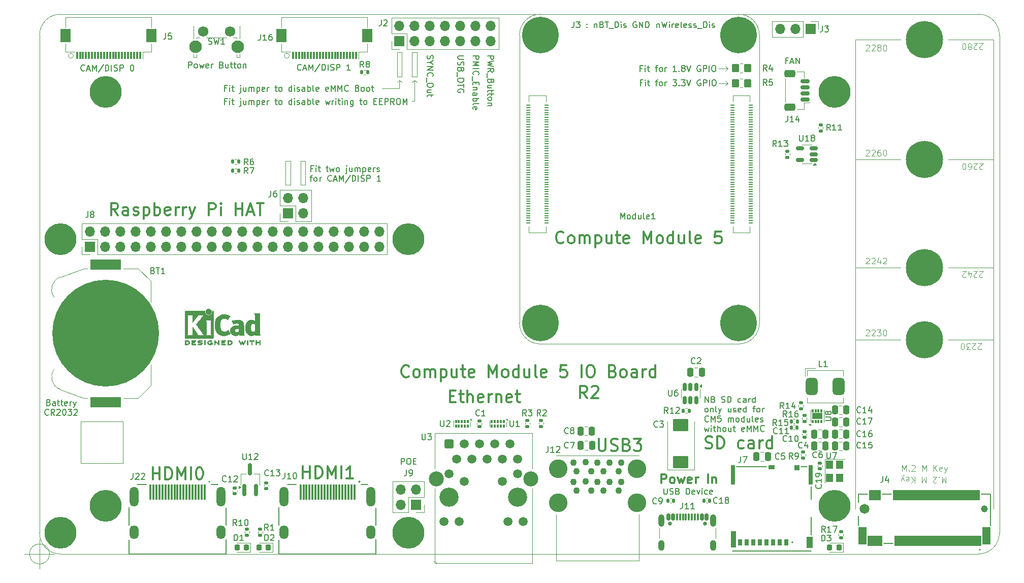
<source format=gbr>
G04 #@! TF.GenerationSoftware,KiCad,Pcbnew,9.0.3*
G04 #@! TF.CreationDate,2025-11-20T01:27:34+01:00*
G04 #@! TF.ProjectId,CM5IO,434d3549-4f2e-46b6-9963-61645f706362,rev?*
G04 #@! TF.SameCoordinates,Original*
G04 #@! TF.FileFunction,Paste,Top*
G04 #@! TF.FilePolarity,Positive*
%FSLAX46Y46*%
G04 Gerber Fmt 4.6, Leading zero omitted, Abs format (unit mm)*
G04 Created by KiCad (PCBNEW 9.0.3) date 2025-11-20 01:27:34*
%MOMM*%
%LPD*%
G01*
G04 APERTURE LIST*
G04 Aperture macros list*
%AMRoundRect*
0 Rectangle with rounded corners*
0 $1 Rounding radius*
0 $2 $3 $4 $5 $6 $7 $8 $9 X,Y pos of 4 corners*
0 Add a 4 corners polygon primitive as box body*
4,1,4,$2,$3,$4,$5,$6,$7,$8,$9,$2,$3,0*
0 Add four circle primitives for the rounded corners*
1,1,$1+$1,$2,$3*
1,1,$1+$1,$4,$5*
1,1,$1+$1,$6,$7*
1,1,$1+$1,$8,$9*
0 Add four rect primitives between the rounded corners*
20,1,$1+$1,$2,$3,$4,$5,0*
20,1,$1+$1,$4,$5,$6,$7,0*
20,1,$1+$1,$6,$7,$8,$9,0*
20,1,$1+$1,$8,$9,$2,$3,0*%
G04 Aperture macros list end*
%ADD10R,5.080000X1.770000*%
%ADD11RoundRect,0.140000X0.170000X-0.140000X0.170000X0.140000X-0.170000X0.140000X-0.170000X-0.140000X0*%
%ADD12RoundRect,0.250000X0.250000X0.475000X-0.250000X0.475000X-0.250000X-0.475000X0.250000X-0.475000X0*%
%ADD13R,0.300000X1.300000*%
%ADD14R,1.800000X2.200000*%
%ADD15RoundRect,0.135000X0.185000X-0.135000X0.185000X0.135000X-0.185000X0.135000X-0.185000X-0.135000X0*%
%ADD16RoundRect,0.075000X0.075000X0.200000X-0.075000X0.200000X-0.075000X-0.200000X0.075000X-0.200000X0*%
%ADD17RoundRect,0.162500X0.162500X-0.837500X0.162500X0.837500X-0.162500X0.837500X-0.162500X-0.837500X0*%
%ADD18RoundRect,0.218750X0.218750X0.256250X-0.218750X0.256250X-0.218750X-0.256250X0.218750X-0.256250X0*%
%ADD19RoundRect,0.150000X-0.150000X-0.425000X0.150000X-0.425000X0.150000X0.425000X-0.150000X0.425000X0*%
%ADD20RoundRect,0.075000X-0.075000X-0.500000X0.075000X-0.500000X0.075000X0.500000X-0.075000X0.500000X0*%
%ADD21O,1.000000X2.100000*%
%ADD22O,1.000000X1.800000*%
%ADD23RoundRect,0.150000X0.512500X0.150000X-0.512500X0.150000X-0.512500X-0.150000X0.512500X-0.150000X0*%
%ADD24R,0.300000X2.600000*%
%ADD25RoundRect,0.135000X-0.135000X-0.185000X0.135000X-0.185000X0.135000X0.185000X-0.135000X0.185000X0*%
%ADD26RoundRect,0.250000X-0.350000X-0.450000X0.350000X-0.450000X0.350000X0.450000X-0.350000X0.450000X0*%
%ADD27R,0.650000X0.850000*%
%ADD28R,0.300000X0.500000*%
%ADD29R,0.700000X1.100000*%
%ADD30R,0.900000X0.930000*%
%ADD31R,1.050000X0.780000*%
%ADD32R,0.700000X3.330000*%
%ADD33R,1.140000X1.830000*%
%ADD34R,0.860000X2.800000*%
%ADD35R,0.300000X1.550000*%
%ADD36R,1.200000X2.750000*%
%ADD37RoundRect,0.135000X-0.185000X0.135000X-0.185000X-0.135000X0.185000X-0.135000X0.185000X0.135000X0*%
%ADD38RoundRect,0.250000X-0.250000X-0.475000X0.250000X-0.475000X0.250000X0.475000X-0.250000X0.475000X0*%
%ADD39RoundRect,0.140000X-0.170000X0.140000X-0.170000X-0.140000X0.170000X-0.140000X0.170000X0.140000X0*%
%ADD40RoundRect,0.140000X-0.140000X-0.170000X0.140000X-0.170000X0.140000X0.170000X-0.140000X0.170000X0*%
%ADD41RoundRect,0.150000X0.625000X-0.150000X0.625000X0.150000X-0.625000X0.150000X-0.625000X-0.150000X0*%
%ADD42RoundRect,0.250000X0.650000X-0.350000X0.650000X0.350000X-0.650000X0.350000X-0.650000X-0.350000X0*%
%ADD43RoundRect,0.250000X1.025000X-0.787500X1.025000X0.787500X-1.025000X0.787500X-1.025000X-0.787500X0*%
%ADD44R,1.200000X1.400000*%
%ADD45RoundRect,0.150000X-0.150000X0.512500X-0.150000X-0.512500X0.150000X-0.512500X0.150000X0.512500X0*%
%ADD46RoundRect,0.500000X-0.500000X-0.900000X0.500000X-0.900000X0.500000X0.900000X-0.500000X0.900000X0*%
%ADD47RoundRect,0.135000X0.135000X0.185000X-0.135000X0.185000X-0.135000X-0.185000X0.135000X-0.185000X0*%
%ADD48RoundRect,0.140000X0.140000X0.170000X-0.140000X0.170000X-0.140000X-0.170000X0.140000X-0.170000X0*%
%ADD49R,0.700000X0.200000*%
%ADD50C,17.800000*%
%ADD51R,1.700000X1.700000*%
%ADD52O,1.700000X1.700000*%
%ADD53C,0.650000*%
%ADD54C,3.200000*%
%ADD55RoundRect,0.250500X-0.499500X-0.499500X0.499500X-0.499500X0.499500X0.499500X-0.499500X0.499500X0*%
%ADD56C,1.500000*%
%ADD57C,2.500000*%
%ADD58O,1.500000X3.300000*%
%ADD59O,1.500000X2.300000*%
%ADD60C,5.300000*%
%ADD61R,1.750000X1.050000*%
%ADD62C,1.150000*%
%ADD63C,1.650000*%
%ADD64RoundRect,0.102000X0.150000X0.775000X-0.150000X0.775000X-0.150000X-0.775000X0.150000X-0.775000X0*%
%ADD65C,6.200000*%
%ADD66RoundRect,0.102000X0.600000X1.375000X-0.600000X1.375000X-0.600000X-1.375000X0.600000X-1.375000X0*%
%ADD67C,3.100000*%
%ADD68C,1.100000*%
%ADD69C,2.100000*%
%ADD70C,1.750000*%
%ADD71C,6.100000*%
%ADD72C,0.120000*%
%ADD73C,0.150000*%
%ADD74C,0.300000*%
%ADD75C,0.100000*%
%ADD76C,0.127000*%
%ADD77C,0.200000*%
%ADD78C,0.010000*%
G04 #@! TA.AperFunction,Profile*
%ADD79C,0.050000*%
G04 #@! TD*
G04 APERTURE END LIST*
D10*
X90000000Y-111715000D03*
X90000000Y-134685000D03*
D11*
X152300000Y-138780000D03*
X152300000Y-137820000D03*
D12*
X200400000Y-143750000D03*
X198500000Y-143750000D03*
D11*
X111550000Y-149980000D03*
X111550000Y-149020000D03*
X116800000Y-149080000D03*
X116800000Y-148120000D03*
D13*
X85250000Y-76850000D03*
X85750000Y-76850000D03*
X86250000Y-76850000D03*
X86750000Y-76850000D03*
X87250000Y-76850000D03*
X87750000Y-76850000D03*
X88250000Y-76850000D03*
X88750000Y-76850000D03*
X89250000Y-76850000D03*
X89750000Y-76850000D03*
X90250000Y-76850000D03*
X90750000Y-76850000D03*
X91250000Y-76850000D03*
X91750000Y-76850000D03*
X92250000Y-76850000D03*
X92750000Y-76850000D03*
X93250000Y-76850000D03*
X93750000Y-76850000D03*
X94250000Y-76850000D03*
X94750000Y-76850000D03*
X95250000Y-76850000D03*
X95750000Y-76850000D03*
D14*
X97650000Y-73600000D03*
X83350000Y-73600000D03*
D13*
X121250000Y-76850000D03*
X121750000Y-76850000D03*
X122250000Y-76850000D03*
X122750000Y-76850000D03*
X123250000Y-76850000D03*
X123750000Y-76850000D03*
X124250000Y-76850000D03*
X124750000Y-76850000D03*
X125250000Y-76850000D03*
X125750000Y-76850000D03*
X126250000Y-76850000D03*
X126750000Y-76850000D03*
X127250000Y-76850000D03*
X127750000Y-76850000D03*
X128250000Y-76850000D03*
X128750000Y-76850000D03*
X129250000Y-76850000D03*
X129750000Y-76850000D03*
X130250000Y-76850000D03*
X130750000Y-76850000D03*
X131250000Y-76850000D03*
X131750000Y-76850000D03*
D14*
X133650000Y-73600000D03*
X119350000Y-73600000D03*
D15*
X113600000Y-156910000D03*
X113600000Y-155890000D03*
D16*
X156400000Y-137900000D03*
X155900000Y-137900000D03*
X155400000Y-137900000D03*
X154900000Y-137900000D03*
X154400000Y-137900000D03*
X154400000Y-138670000D03*
X154900000Y-138670000D03*
X155400000Y-138670000D03*
X155900000Y-138670000D03*
X156400000Y-138670000D03*
D17*
X113150000Y-149310000D03*
X115050000Y-149310000D03*
X114100000Y-145890000D03*
D18*
X117137500Y-158900000D03*
X115562500Y-158900000D03*
D15*
X160300000Y-138725000D03*
X160300000Y-137705000D03*
X162600000Y-138725000D03*
X162600000Y-137705000D03*
D19*
X183800000Y-153845000D03*
X184600000Y-153845000D03*
D20*
X185750000Y-153845000D03*
X186750000Y-153845000D03*
X187250000Y-153845000D03*
X188250000Y-153845000D03*
D19*
X189400000Y-153845000D03*
X190200000Y-153845000D03*
X190200000Y-153845000D03*
X189400000Y-153845000D03*
D20*
X188750000Y-153845000D03*
X187750000Y-153845000D03*
X186250000Y-153845000D03*
X185250000Y-153845000D03*
D19*
X184600000Y-153845000D03*
X183800000Y-153845000D03*
D21*
X182680000Y-154420000D03*
D22*
X182680000Y-158600000D03*
D21*
X191320000Y-154420000D03*
D22*
X191320000Y-158600000D03*
D18*
X113487500Y-158900000D03*
X111912500Y-158900000D03*
D15*
X115800000Y-156910000D03*
X115800000Y-155890000D03*
D23*
X208037500Y-94300000D03*
X208037500Y-93350000D03*
X208037500Y-92400000D03*
X205762500Y-92400000D03*
X205762500Y-94300000D03*
D24*
X131500000Y-149720000D03*
X131000000Y-149720000D03*
X130500000Y-149720000D03*
X130000000Y-149720000D03*
X129500000Y-149720000D03*
X129000000Y-149720000D03*
X128500000Y-149720000D03*
X128000000Y-149720000D03*
X127500000Y-149720000D03*
X127000000Y-149720000D03*
X126500000Y-149720000D03*
X126000000Y-149720000D03*
X125500000Y-149720000D03*
X125000000Y-149720000D03*
X124500000Y-149720000D03*
X124000000Y-149720000D03*
X123500000Y-149720000D03*
X123000000Y-149720000D03*
X122500000Y-149720000D03*
X106500000Y-149720000D03*
X106000000Y-149720000D03*
X105500000Y-149720000D03*
X105000000Y-149720000D03*
X104500000Y-149720000D03*
X104000000Y-149720000D03*
X103500000Y-149720000D03*
X103000000Y-149720000D03*
X102500000Y-149720000D03*
X102000000Y-149720000D03*
X101500000Y-149720000D03*
X101000000Y-149720000D03*
X100500000Y-149720000D03*
X100000000Y-149720000D03*
X99500000Y-149720000D03*
X99000000Y-149720000D03*
X98500000Y-149720000D03*
X98000000Y-149720000D03*
X97500000Y-149720000D03*
D25*
X111175000Y-94600000D03*
X112195000Y-94600000D03*
X111175000Y-96100000D03*
X112195000Y-96100000D03*
D16*
X150400000Y-137900000D03*
X149900000Y-137900000D03*
X149400000Y-137900000D03*
X148900000Y-137900000D03*
X148400000Y-137900000D03*
X148400000Y-138670000D03*
X148900000Y-138670000D03*
X149400000Y-138670000D03*
X149900000Y-138670000D03*
X150400000Y-138670000D03*
D26*
X195000000Y-79000000D03*
X197000000Y-79000000D03*
X195000000Y-81500000D03*
X197000000Y-81500000D03*
D18*
X212287500Y-158900000D03*
X210712500Y-158900000D03*
D27*
X208162500Y-137000000D03*
X209037500Y-137000000D03*
D28*
X207850000Y-137900000D03*
X208350000Y-137900000D03*
X208850000Y-137900000D03*
X209350000Y-137900000D03*
X209350000Y-136100000D03*
X208850000Y-136100000D03*
X208350000Y-136100000D03*
X207850000Y-136100000D03*
D29*
X203460000Y-158075000D03*
X202360000Y-158075000D03*
X201260000Y-158075000D03*
X200160000Y-158075000D03*
X199060000Y-158075000D03*
X197960000Y-158075000D03*
X196860000Y-158075000D03*
X195760000Y-158075000D03*
D30*
X205250000Y-145610000D03*
D31*
X200985000Y-145535000D03*
D32*
X207560000Y-146810000D03*
D33*
X207340000Y-158060000D03*
D34*
X194680000Y-157575000D03*
D32*
X194600000Y-146810000D03*
D35*
X235750000Y-157775000D03*
X235500000Y-150225000D03*
X235250000Y-157775000D03*
X235000000Y-150225000D03*
X234750000Y-157775000D03*
X234500000Y-150225000D03*
X234250000Y-157775000D03*
X234000000Y-150225000D03*
X233750000Y-157775000D03*
X233500000Y-150225000D03*
X233250000Y-157775000D03*
X233000000Y-150225000D03*
X232750000Y-157775000D03*
X232500000Y-150225000D03*
X232250000Y-157775000D03*
X232000000Y-150225000D03*
X231750000Y-157775000D03*
X231500000Y-150225000D03*
X231250000Y-157775000D03*
X231000000Y-150225000D03*
X230750000Y-157775000D03*
X230500000Y-150225000D03*
X230250000Y-157775000D03*
X230000000Y-150225000D03*
X229750000Y-157775000D03*
X229500000Y-150225000D03*
X229250000Y-157775000D03*
X229000000Y-150225000D03*
X228750000Y-157775000D03*
X228500000Y-150225000D03*
X228250000Y-157775000D03*
X228000000Y-150225000D03*
X227750000Y-157775000D03*
X227500000Y-150225000D03*
X227250000Y-157775000D03*
X227000000Y-150225000D03*
X226750000Y-157775000D03*
X226500000Y-150225000D03*
X226250000Y-157775000D03*
X226000000Y-150225000D03*
X225750000Y-157775000D03*
X225500000Y-150225000D03*
X225250000Y-157775000D03*
X225000000Y-150225000D03*
X224750000Y-157775000D03*
X224500000Y-150225000D03*
X224250000Y-157775000D03*
X224000000Y-150225000D03*
X223750000Y-157775000D03*
X223500000Y-150225000D03*
X223250000Y-157775000D03*
X223000000Y-150225000D03*
X222750000Y-157775000D03*
X222500000Y-150225000D03*
X222250000Y-157775000D03*
X222000000Y-150225000D03*
X221750000Y-157775000D03*
X221500000Y-150225000D03*
X219250000Y-157775000D03*
X219000000Y-150225000D03*
X218750000Y-157775000D03*
X218500000Y-150225000D03*
X218250000Y-157775000D03*
X218000000Y-150225000D03*
X217750000Y-157775000D03*
X217500000Y-150225000D03*
X217250000Y-157775000D03*
D36*
X236850000Y-157000000D03*
X216150000Y-157000000D03*
D25*
X132705000Y-79700000D03*
X133725000Y-79700000D03*
D37*
X206300000Y-142990000D03*
X206300000Y-144010000D03*
D38*
X208100000Y-142000000D03*
X210000000Y-142000000D03*
D12*
X213500000Y-140000000D03*
X211600000Y-140000000D03*
D39*
X206500000Y-139605000D03*
X206500000Y-140565000D03*
D40*
X204320000Y-138900000D03*
X205280000Y-138900000D03*
D38*
X169187500Y-139500000D03*
X171087500Y-139500000D03*
D41*
X206625000Y-84200000D03*
X206625000Y-83200000D03*
X206625000Y-82200000D03*
X206625000Y-81200000D03*
D42*
X204100000Y-85500000D03*
X204100000Y-79900000D03*
D12*
X189387500Y-129700000D03*
X187487500Y-129700000D03*
D43*
X185900000Y-144700000D03*
X185900000Y-138475000D03*
D12*
X213487500Y-138000000D03*
X211587500Y-138000000D03*
D44*
X210700000Y-145100000D03*
X210700000Y-147300000D03*
X212400000Y-147300000D03*
X212400000Y-145100000D03*
D15*
X212600000Y-157310000D03*
X212600000Y-156290000D03*
D45*
X188450000Y-132125000D03*
X187500000Y-132125000D03*
X186550000Y-132125000D03*
X186550000Y-134400000D03*
X187500000Y-134400000D03*
X188450000Y-134400000D03*
D46*
X207700000Y-132100000D03*
X212200000Y-132100000D03*
D40*
X189740000Y-151100000D03*
X190700000Y-151100000D03*
D15*
X209200000Y-89460000D03*
X209200000Y-88440000D03*
X203650000Y-93860000D03*
X203650000Y-92840000D03*
X206500000Y-137925000D03*
X206500000Y-136905000D03*
D38*
X169200000Y-141900000D03*
X171100000Y-141900000D03*
D25*
X204290000Y-137900000D03*
X205310000Y-137900000D03*
D47*
X187310000Y-136100000D03*
X186290000Y-136100000D03*
D12*
X213500000Y-142000000D03*
X211600000Y-142000000D03*
X213500000Y-136000000D03*
X211600000Y-136000000D03*
D48*
X184700000Y-151100000D03*
X183740000Y-151100000D03*
D37*
X205900000Y-134805000D03*
X205900000Y-135825000D03*
D49*
X197540000Y-104800000D03*
X194460000Y-104800000D03*
X197540000Y-104400000D03*
X194460000Y-104400000D03*
X197540000Y-104000000D03*
X194460000Y-104000000D03*
X197540000Y-103600000D03*
X194460000Y-103600000D03*
X197540000Y-103200000D03*
X194460000Y-103200000D03*
X197540000Y-102800000D03*
X194460000Y-102800000D03*
X197540000Y-102400000D03*
X194460000Y-102400000D03*
X197540000Y-102000000D03*
X194460000Y-102000000D03*
X197540000Y-101600000D03*
X194460000Y-101600000D03*
X197540000Y-101200000D03*
X194460000Y-101200000D03*
X197540000Y-100800000D03*
X194460000Y-100800000D03*
X197540000Y-100400000D03*
X194460000Y-100400000D03*
X197540000Y-100000000D03*
X194460000Y-100000000D03*
X197540000Y-99600000D03*
X194460000Y-99600000D03*
X197540000Y-99200000D03*
X194460000Y-99200000D03*
X197540000Y-98800000D03*
X194460000Y-98800000D03*
X197540000Y-98400000D03*
X194460000Y-98400000D03*
X197540000Y-98000000D03*
X194460000Y-98000000D03*
X197540000Y-97600000D03*
X194460000Y-97600000D03*
X197540000Y-97200000D03*
X194460000Y-97200000D03*
X197540000Y-96800000D03*
X194460000Y-96800000D03*
X197540000Y-96400000D03*
X194460000Y-96400000D03*
X197540000Y-96000000D03*
X194460000Y-96000000D03*
X197540000Y-95600000D03*
X194460000Y-95600000D03*
X197540000Y-95200000D03*
X194460000Y-95200000D03*
X197540000Y-94800000D03*
X194460000Y-94800000D03*
X197540000Y-94400000D03*
X194460000Y-94400000D03*
X197540000Y-94000000D03*
X194460000Y-94000000D03*
X197540000Y-93600000D03*
X194460000Y-93600000D03*
X197540000Y-93200000D03*
X194460000Y-93200000D03*
X197540000Y-92800000D03*
X194460000Y-92800000D03*
X197540000Y-92400000D03*
X194460000Y-92400000D03*
X197540000Y-92000000D03*
X194460000Y-92000000D03*
X197540000Y-91600000D03*
X194460000Y-91600000D03*
X197540000Y-91200000D03*
X194460000Y-91200000D03*
X197540000Y-90800000D03*
X194460000Y-90800000D03*
X197540000Y-90400000D03*
X194460000Y-90400000D03*
X197540000Y-90000000D03*
X194460000Y-90000000D03*
X197540000Y-89600000D03*
X194460000Y-89600000D03*
X197540000Y-89200000D03*
X194460000Y-89200000D03*
X197540000Y-88800000D03*
X194460000Y-88800000D03*
X197540000Y-88400000D03*
X194460000Y-88400000D03*
X197540000Y-88000000D03*
X194460000Y-88000000D03*
X197540000Y-87600000D03*
X194460000Y-87600000D03*
X197540000Y-87200000D03*
X194460000Y-87200000D03*
X197540000Y-86800000D03*
X194460000Y-86800000D03*
X197540000Y-86400000D03*
X194460000Y-86400000D03*
X197540000Y-86000000D03*
X194460000Y-86000000D03*
X197540000Y-85600000D03*
X194460000Y-85600000D03*
X197540000Y-85200000D03*
X194460000Y-85200000D03*
X163540000Y-104800000D03*
X160460000Y-104800000D03*
X163540000Y-104400000D03*
X160460000Y-104400000D03*
X163540000Y-104000000D03*
X160460000Y-104000000D03*
X163540000Y-103600000D03*
X160460000Y-103600000D03*
X163540000Y-103200000D03*
X160460000Y-103200000D03*
X163540000Y-102800000D03*
X160460000Y-102800000D03*
X163540000Y-102400000D03*
X160460000Y-102400000D03*
X163540000Y-102000000D03*
X160460000Y-102000000D03*
X163540000Y-101600000D03*
X160460000Y-101600000D03*
X163540000Y-101200000D03*
X160460000Y-101200000D03*
X163540000Y-100800000D03*
X160460000Y-100800000D03*
X163540000Y-100400000D03*
X160460000Y-100400000D03*
X163540000Y-100000000D03*
X160460000Y-100000000D03*
X163540000Y-99600000D03*
X160460000Y-99600000D03*
X163540000Y-99200000D03*
X160460000Y-99200000D03*
X163540000Y-98800000D03*
X160460000Y-98800000D03*
X163540000Y-98400000D03*
X160460000Y-98400000D03*
X163540000Y-98000000D03*
X160460000Y-98000000D03*
X163540000Y-97600000D03*
X160460000Y-97600000D03*
X163540000Y-97200000D03*
X160460000Y-97200000D03*
X163540000Y-96800000D03*
X160460000Y-96800000D03*
X163540000Y-96400000D03*
X160460000Y-96400000D03*
X163540000Y-96000000D03*
X160460000Y-96000000D03*
X163540000Y-95600000D03*
X160460000Y-95600000D03*
X163540000Y-95200000D03*
X160460000Y-95200000D03*
X163540000Y-94800000D03*
X160460000Y-94800000D03*
X163540000Y-94400000D03*
X160460000Y-94400000D03*
X163540000Y-94000000D03*
X160460000Y-94000000D03*
X163540000Y-93600000D03*
X160460000Y-93600000D03*
X163540000Y-93200000D03*
X160460000Y-93200000D03*
X163540000Y-92800000D03*
X160460000Y-92800000D03*
X163540000Y-92400000D03*
X160460000Y-92400000D03*
X163540000Y-92000000D03*
X160460000Y-92000000D03*
X163540000Y-91600000D03*
X160460000Y-91600000D03*
X163540000Y-91200000D03*
X160460000Y-91200000D03*
X163540000Y-90800000D03*
X160460000Y-90800000D03*
X163540000Y-90400000D03*
X160460000Y-90400000D03*
X163540000Y-90000000D03*
X160460000Y-90000000D03*
X163540000Y-89600000D03*
X160460000Y-89600000D03*
X163540000Y-89200000D03*
X160460000Y-89200000D03*
X163540000Y-88800000D03*
X160460000Y-88800000D03*
X163540000Y-88400000D03*
X160460000Y-88400000D03*
X163540000Y-88000000D03*
X160460000Y-88000000D03*
X163540000Y-87600000D03*
X160460000Y-87600000D03*
X163540000Y-87200000D03*
X160460000Y-87200000D03*
X163540000Y-86800000D03*
X160460000Y-86800000D03*
X163540000Y-86400000D03*
X160460000Y-86400000D03*
X163540000Y-86000000D03*
X160460000Y-86000000D03*
X163540000Y-85600000D03*
X160460000Y-85600000D03*
X163540000Y-85200000D03*
X160460000Y-85200000D03*
D38*
X208100000Y-140000000D03*
X210000000Y-140000000D03*
D39*
X209100000Y-144840000D03*
X209100000Y-145800000D03*
D10*
X90000000Y-111715000D03*
X90000000Y-134685000D03*
D50*
X90000000Y-123200000D03*
D11*
X152300000Y-138780000D03*
X152300000Y-137820000D03*
D12*
X200400000Y-143750000D03*
X198500000Y-143750000D03*
D11*
X111550000Y-149980000D03*
X111550000Y-149020000D03*
X116800000Y-149080000D03*
X116800000Y-148120000D03*
D13*
X85250000Y-76850000D03*
X85750000Y-76850000D03*
X86250000Y-76850000D03*
X86750000Y-76850000D03*
X87250000Y-76850000D03*
X87750000Y-76850000D03*
X88250000Y-76850000D03*
X88750000Y-76850000D03*
X89250000Y-76850000D03*
X89750000Y-76850000D03*
X90250000Y-76850000D03*
X90750000Y-76850000D03*
X91250000Y-76850000D03*
X91750000Y-76850000D03*
X92250000Y-76850000D03*
X92750000Y-76850000D03*
X93250000Y-76850000D03*
X93750000Y-76850000D03*
X94250000Y-76850000D03*
X94750000Y-76850000D03*
X95250000Y-76850000D03*
X95750000Y-76850000D03*
D14*
X97650000Y-73600000D03*
X83350000Y-73600000D03*
D13*
X121250000Y-76850000D03*
X121750000Y-76850000D03*
X122250000Y-76850000D03*
X122750000Y-76850000D03*
X123250000Y-76850000D03*
X123750000Y-76850000D03*
X124250000Y-76850000D03*
X124750000Y-76850000D03*
X125250000Y-76850000D03*
X125750000Y-76850000D03*
X126250000Y-76850000D03*
X126750000Y-76850000D03*
X127250000Y-76850000D03*
X127750000Y-76850000D03*
X128250000Y-76850000D03*
X128750000Y-76850000D03*
X129250000Y-76850000D03*
X129750000Y-76850000D03*
X130250000Y-76850000D03*
X130750000Y-76850000D03*
X131250000Y-76850000D03*
X131750000Y-76850000D03*
D14*
X133650000Y-73600000D03*
X119350000Y-73600000D03*
D15*
X113600000Y-156910000D03*
X113600000Y-155890000D03*
D16*
X156400000Y-137900000D03*
X155900000Y-137900000D03*
X155400000Y-137900000D03*
X154900000Y-137900000D03*
X154400000Y-137900000D03*
X154400000Y-138670000D03*
X154900000Y-138670000D03*
X155400000Y-138670000D03*
X155900000Y-138670000D03*
X156400000Y-138670000D03*
D17*
X113150000Y-149310000D03*
X115050000Y-149310000D03*
X114100000Y-145890000D03*
D51*
X87370000Y-108770000D03*
D52*
X87370000Y-106230000D03*
X89910000Y-108770000D03*
X89910000Y-106230000D03*
X92450000Y-108770000D03*
X92450000Y-106230000D03*
X94990000Y-108770000D03*
X94990000Y-106230000D03*
X97530000Y-108770000D03*
X97530000Y-106230000D03*
X100070000Y-108770000D03*
X100070000Y-106230000D03*
X102610000Y-108770000D03*
X102610000Y-106230000D03*
X105150000Y-108770000D03*
X105150000Y-106230000D03*
X107690000Y-108770000D03*
X107690000Y-106230000D03*
X110230000Y-108770000D03*
X110230000Y-106230000D03*
X112770000Y-108770000D03*
X112770000Y-106230000D03*
X115310000Y-108770000D03*
X115310000Y-106230000D03*
X117850000Y-108770000D03*
X117850000Y-106230000D03*
X120390000Y-108770000D03*
X120390000Y-106230000D03*
X122930000Y-108770000D03*
X122930000Y-106230000D03*
X125470000Y-108770000D03*
X125470000Y-106230000D03*
X128010000Y-108770000D03*
X128010000Y-106230000D03*
X130550000Y-108770000D03*
X130550000Y-106230000D03*
X133090000Y-108770000D03*
X133090000Y-106230000D03*
X135630000Y-108770000D03*
X135630000Y-106230000D03*
D18*
X117137500Y-158900000D03*
X115562500Y-158900000D03*
D15*
X160300000Y-138725000D03*
X160300000Y-137705000D03*
X162600000Y-138725000D03*
X162600000Y-137705000D03*
D51*
X141770000Y-151770000D03*
D52*
X139230000Y-151770000D03*
X141770000Y-149230000D03*
X139230000Y-149230000D03*
D53*
X184110000Y-154920000D03*
X189890000Y-154920000D03*
D19*
X183800000Y-153845000D03*
X184600000Y-153845000D03*
D20*
X185750000Y-153845000D03*
X186750000Y-153845000D03*
X187250000Y-153845000D03*
X188250000Y-153845000D03*
D19*
X189400000Y-153845000D03*
X190200000Y-153845000D03*
X190200000Y-153845000D03*
X189400000Y-153845000D03*
D20*
X188750000Y-153845000D03*
X187750000Y-153845000D03*
X186250000Y-153845000D03*
X185250000Y-153845000D03*
D19*
X184600000Y-153845000D03*
X183800000Y-153845000D03*
D21*
X182680000Y-154420000D03*
D22*
X182680000Y-158600000D03*
D21*
X191320000Y-154420000D03*
D22*
X191320000Y-158600000D03*
D18*
X113487500Y-158900000D03*
X111912500Y-158900000D03*
D15*
X115800000Y-156910000D03*
X115800000Y-155890000D03*
D23*
X208037500Y-94300000D03*
X208037500Y-93350000D03*
X208037500Y-92400000D03*
X205762500Y-92400000D03*
X205762500Y-94300000D03*
D54*
X147285000Y-150500000D03*
X158715000Y-150500000D03*
D55*
X147285000Y-141610000D03*
D56*
X148555000Y-144150000D03*
X149825000Y-141610000D03*
X151095000Y-144150000D03*
X152365000Y-141610000D03*
X153635000Y-144150000D03*
X154905000Y-141610000D03*
X156175000Y-144150000D03*
X157445000Y-141610000D03*
X158715000Y-144150000D03*
X147285000Y-146670000D03*
X149825000Y-147940000D03*
X156175000Y-147940000D03*
X158715000Y-146670000D03*
X146370000Y-154560000D03*
X148910000Y-154560000D03*
X157090000Y-154560000D03*
X159630000Y-154560000D03*
D57*
X145125000Y-147450000D03*
X160875000Y-147450000D03*
D24*
X131500000Y-149720000D03*
X131000000Y-149720000D03*
X130500000Y-149720000D03*
X130000000Y-149720000D03*
X129500000Y-149720000D03*
X129000000Y-149720000D03*
X128500000Y-149720000D03*
X128000000Y-149720000D03*
X127500000Y-149720000D03*
X127000000Y-149720000D03*
X126500000Y-149720000D03*
X126000000Y-149720000D03*
X125500000Y-149720000D03*
X125000000Y-149720000D03*
X124500000Y-149720000D03*
X124000000Y-149720000D03*
X123500000Y-149720000D03*
X123000000Y-149720000D03*
X122500000Y-149720000D03*
D58*
X134250000Y-150450000D03*
X119750000Y-150450000D03*
D59*
X119750000Y-156410000D03*
X134250000Y-156410000D03*
D24*
X106500000Y-149720000D03*
X106000000Y-149720000D03*
X105500000Y-149720000D03*
X105000000Y-149720000D03*
X104500000Y-149720000D03*
X104000000Y-149720000D03*
X103500000Y-149720000D03*
X103000000Y-149720000D03*
X102500000Y-149720000D03*
X102000000Y-149720000D03*
X101500000Y-149720000D03*
X101000000Y-149720000D03*
X100500000Y-149720000D03*
X100000000Y-149720000D03*
X99500000Y-149720000D03*
X99000000Y-149720000D03*
X98500000Y-149720000D03*
X98000000Y-149720000D03*
X97500000Y-149720000D03*
D58*
X109250000Y-150450000D03*
X94750000Y-150450000D03*
D59*
X94750000Y-156410000D03*
X109250000Y-156410000D03*
D60*
X90000000Y-152000000D03*
X82500000Y-156500000D03*
X82500000Y-107500000D03*
X140500000Y-156500000D03*
X140500000Y-107500000D03*
X211500000Y-83000000D03*
X90000000Y-83000000D03*
X211500000Y-152000000D03*
D51*
X120400000Y-103200000D03*
D52*
X120400000Y-100660000D03*
X122940000Y-103200000D03*
X122940000Y-100660000D03*
D25*
X111175000Y-94600000D03*
X112195000Y-94600000D03*
X111175000Y-96100000D03*
X112195000Y-96100000D03*
D16*
X150400000Y-137900000D03*
X149900000Y-137900000D03*
X149400000Y-137900000D03*
X148900000Y-137900000D03*
X148400000Y-137900000D03*
X148400000Y-138670000D03*
X148900000Y-138670000D03*
X149400000Y-138670000D03*
X149900000Y-138670000D03*
X150400000Y-138670000D03*
D51*
X139000000Y-74500000D03*
D52*
X139000000Y-71960000D03*
X141540000Y-74500000D03*
X141540000Y-71960000D03*
X144080000Y-74500000D03*
X144080000Y-71960000D03*
X146620000Y-74500000D03*
X146620000Y-71960000D03*
X149160000Y-74500000D03*
X149160000Y-71960000D03*
X151700000Y-74500000D03*
X151700000Y-71960000D03*
X154240000Y-74500000D03*
X154240000Y-71960000D03*
D26*
X195000000Y-79000000D03*
X197000000Y-79000000D03*
X195000000Y-81500000D03*
X197000000Y-81500000D03*
D18*
X212287500Y-158900000D03*
X210712500Y-158900000D03*
D28*
X207850000Y-137900000D03*
X208350000Y-137900000D03*
X208850000Y-137900000D03*
X209350000Y-137900000D03*
X209350000Y-136100000D03*
X208850000Y-136100000D03*
X208350000Y-136100000D03*
X207850000Y-136100000D03*
D61*
X208600000Y-137000000D03*
D51*
X207500000Y-72500000D03*
D52*
X204960000Y-72500000D03*
X202420000Y-72500000D03*
D29*
X203460000Y-158075000D03*
X202360000Y-158075000D03*
X201260000Y-158075000D03*
X200160000Y-158075000D03*
X199060000Y-158075000D03*
X197960000Y-158075000D03*
X196860000Y-158075000D03*
X195760000Y-158075000D03*
D30*
X205250000Y-145610000D03*
D31*
X200985000Y-145535000D03*
D32*
X207560000Y-146810000D03*
D33*
X207340000Y-158060000D03*
D34*
X194680000Y-157575000D03*
D32*
X194600000Y-146810000D03*
D62*
X236500000Y-152500000D03*
D63*
X216500000Y-152500000D03*
D64*
X235750000Y-157775000D03*
X235500000Y-150225000D03*
X235250000Y-157775000D03*
X235000000Y-150225000D03*
X234750000Y-157775000D03*
X234500000Y-150225000D03*
X234250000Y-157775000D03*
X234000000Y-150225000D03*
X233750000Y-157775000D03*
X233500000Y-150225000D03*
X233250000Y-157775000D03*
X233000000Y-150225000D03*
X232750000Y-157775000D03*
X232500000Y-150225000D03*
X232250000Y-157775000D03*
X232000000Y-150225000D03*
X231750000Y-157775000D03*
X231500000Y-150225000D03*
X231250000Y-157775000D03*
X231000000Y-150225000D03*
X230750000Y-157775000D03*
X230500000Y-150225000D03*
X230250000Y-157775000D03*
X230000000Y-150225000D03*
X229750000Y-157775000D03*
X229500000Y-150225000D03*
X229250000Y-157775000D03*
X229000000Y-150225000D03*
X228750000Y-157775000D03*
X228500000Y-150225000D03*
X228250000Y-157775000D03*
X228000000Y-150225000D03*
X227750000Y-157775000D03*
X227500000Y-150225000D03*
X227250000Y-157775000D03*
X227000000Y-150225000D03*
X226750000Y-157775000D03*
X226500000Y-150225000D03*
X226250000Y-157775000D03*
X226000000Y-150225000D03*
X225750000Y-157775000D03*
X225500000Y-150225000D03*
X225250000Y-157775000D03*
X225000000Y-150225000D03*
X224750000Y-157775000D03*
X224500000Y-150225000D03*
X224250000Y-157775000D03*
X224000000Y-150225000D03*
X223750000Y-157775000D03*
X223500000Y-150225000D03*
X223250000Y-157775000D03*
X223000000Y-150225000D03*
X222750000Y-157775000D03*
X222500000Y-150225000D03*
X222250000Y-157775000D03*
X222000000Y-150225000D03*
X221750000Y-157775000D03*
X221500000Y-150225000D03*
X219250000Y-157775000D03*
X219000000Y-150225000D03*
X218750000Y-157775000D03*
X218500000Y-150225000D03*
X218250000Y-157775000D03*
X218000000Y-150225000D03*
X217750000Y-157775000D03*
X217500000Y-150225000D03*
X217250000Y-157775000D03*
D65*
X226500000Y-124250000D03*
X226500000Y-112250000D03*
X226500000Y-94250000D03*
X226500000Y-74250000D03*
D66*
X236850000Y-157000000D03*
X216150000Y-157000000D03*
D25*
X132705000Y-79700000D03*
X133725000Y-79700000D03*
D37*
X206300000Y-142990000D03*
X206300000Y-144010000D03*
D38*
X208100000Y-142000000D03*
X210000000Y-142000000D03*
D12*
X213500000Y-140000000D03*
X211600000Y-140000000D03*
D39*
X206500000Y-139605000D03*
X206500000Y-140565000D03*
D40*
X204320000Y-138900000D03*
X205280000Y-138900000D03*
D38*
X169187500Y-139500000D03*
X171087500Y-139500000D03*
D67*
X165430000Y-145770000D03*
X165430000Y-151450000D03*
X178570000Y-145770000D03*
X178570000Y-151450000D03*
D68*
X168500000Y-149450000D03*
X171000000Y-149450000D03*
X173000000Y-149450000D03*
X175500000Y-149450000D03*
X176000000Y-147950000D03*
X174000000Y-147950000D03*
X172000000Y-147950000D03*
X170000000Y-147900000D03*
X168000000Y-147950000D03*
X168500000Y-146250000D03*
X171000000Y-146250000D03*
X173000000Y-146250000D03*
X175500000Y-146250000D03*
X176000000Y-144750000D03*
X174000000Y-144750000D03*
X172000000Y-144750000D03*
X170000000Y-144700000D03*
X168000000Y-144750000D03*
D41*
X206625000Y-84200000D03*
X206625000Y-83200000D03*
X206625000Y-82200000D03*
X206625000Y-81200000D03*
D42*
X204100000Y-85500000D03*
X204100000Y-79900000D03*
D12*
X189387500Y-129700000D03*
X187487500Y-129700000D03*
D43*
X185900000Y-144700000D03*
X185900000Y-138475000D03*
D12*
X213487500Y-138000000D03*
X211587500Y-138000000D03*
D44*
X210700000Y-145100000D03*
X210700000Y-147300000D03*
X212400000Y-147300000D03*
X212400000Y-145100000D03*
D15*
X212600000Y-157310000D03*
X212600000Y-156290000D03*
D45*
X188450000Y-132125000D03*
X187500000Y-132125000D03*
X186550000Y-132125000D03*
X186550000Y-134400000D03*
X187500000Y-134400000D03*
X188450000Y-134400000D03*
D46*
X207700000Y-132100000D03*
X212200000Y-132100000D03*
D40*
X189740000Y-151100000D03*
X190700000Y-151100000D03*
D69*
X105000000Y-75390000D03*
X112010000Y-75390000D03*
D70*
X106250000Y-72900000D03*
X110750000Y-72900000D03*
D15*
X209200000Y-89460000D03*
X209200000Y-88440000D03*
X203650000Y-93860000D03*
X203650000Y-92840000D03*
X206500000Y-137925000D03*
X206500000Y-136905000D03*
D38*
X169200000Y-141900000D03*
X171100000Y-141900000D03*
D25*
X204290000Y-137900000D03*
X205310000Y-137900000D03*
D47*
X187310000Y-136100000D03*
X186290000Y-136100000D03*
D12*
X213500000Y-142000000D03*
X211600000Y-142000000D03*
X213500000Y-136000000D03*
X211600000Y-136000000D03*
D48*
X184700000Y-151100000D03*
X183740000Y-151100000D03*
D37*
X205900000Y-134805000D03*
X205900000Y-135825000D03*
D71*
X195500000Y-121500000D03*
X195500000Y-73500000D03*
X162500000Y-121500000D03*
X162500000Y-73500000D03*
D49*
X197540000Y-104800000D03*
X194460000Y-104800000D03*
X197540000Y-104400000D03*
X194460000Y-104400000D03*
X197540000Y-104000000D03*
X194460000Y-104000000D03*
X197540000Y-103600000D03*
X194460000Y-103600000D03*
X197540000Y-103200000D03*
X194460000Y-103200000D03*
X197540000Y-102800000D03*
X194460000Y-102800000D03*
X197540000Y-102400000D03*
X194460000Y-102400000D03*
X197540000Y-102000000D03*
X194460000Y-102000000D03*
X197540000Y-101600000D03*
X194460000Y-101600000D03*
X197540000Y-101200000D03*
X194460000Y-101200000D03*
X197540000Y-100800000D03*
X194460000Y-100800000D03*
X197540000Y-100400000D03*
X194460000Y-100400000D03*
X197540000Y-100000000D03*
X194460000Y-100000000D03*
X197540000Y-99600000D03*
X194460000Y-99600000D03*
X197540000Y-99200000D03*
X194460000Y-99200000D03*
X197540000Y-98800000D03*
X194460000Y-98800000D03*
X197540000Y-98400000D03*
X194460000Y-98400000D03*
X197540000Y-98000000D03*
X194460000Y-98000000D03*
X197540000Y-97600000D03*
X194460000Y-97600000D03*
X197540000Y-97200000D03*
X194460000Y-97200000D03*
X197540000Y-96800000D03*
X194460000Y-96800000D03*
X197540000Y-96400000D03*
X194460000Y-96400000D03*
X197540000Y-96000000D03*
X194460000Y-96000000D03*
X197540000Y-95600000D03*
X194460000Y-95600000D03*
X197540000Y-95200000D03*
X194460000Y-95200000D03*
X197540000Y-94800000D03*
X194460000Y-94800000D03*
X197540000Y-94400000D03*
X194460000Y-94400000D03*
X197540000Y-94000000D03*
X194460000Y-94000000D03*
X197540000Y-93600000D03*
X194460000Y-93600000D03*
X197540000Y-93200000D03*
X194460000Y-93200000D03*
X197540000Y-92800000D03*
X194460000Y-92800000D03*
X197540000Y-92400000D03*
X194460000Y-92400000D03*
X197540000Y-92000000D03*
X194460000Y-92000000D03*
X197540000Y-91600000D03*
X194460000Y-91600000D03*
X197540000Y-91200000D03*
X194460000Y-91200000D03*
X197540000Y-90800000D03*
X194460000Y-90800000D03*
X197540000Y-90400000D03*
X194460000Y-90400000D03*
X197540000Y-90000000D03*
X194460000Y-90000000D03*
X197540000Y-89600000D03*
X194460000Y-89600000D03*
X197540000Y-89200000D03*
X194460000Y-89200000D03*
X197540000Y-88800000D03*
X194460000Y-88800000D03*
X197540000Y-88400000D03*
X194460000Y-88400000D03*
X197540000Y-88000000D03*
X194460000Y-88000000D03*
X197540000Y-87600000D03*
X194460000Y-87600000D03*
X197540000Y-87200000D03*
X194460000Y-87200000D03*
X197540000Y-86800000D03*
X194460000Y-86800000D03*
X197540000Y-86400000D03*
X194460000Y-86400000D03*
X197540000Y-86000000D03*
X194460000Y-86000000D03*
X197540000Y-85600000D03*
X194460000Y-85600000D03*
X197540000Y-85200000D03*
X194460000Y-85200000D03*
X163540000Y-104800000D03*
X160460000Y-104800000D03*
X163540000Y-104400000D03*
X160460000Y-104400000D03*
X163540000Y-104000000D03*
X160460000Y-104000000D03*
X163540000Y-103600000D03*
X160460000Y-103600000D03*
X163540000Y-103200000D03*
X160460000Y-103200000D03*
X163540000Y-102800000D03*
X160460000Y-102800000D03*
X163540000Y-102400000D03*
X160460000Y-102400000D03*
X163540000Y-102000000D03*
X160460000Y-102000000D03*
X163540000Y-101600000D03*
X160460000Y-101600000D03*
X163540000Y-101200000D03*
X160460000Y-101200000D03*
X163540000Y-100800000D03*
X160460000Y-100800000D03*
X163540000Y-100400000D03*
X160460000Y-100400000D03*
X163540000Y-100000000D03*
X160460000Y-100000000D03*
X163540000Y-99600000D03*
X160460000Y-99600000D03*
X163540000Y-99200000D03*
X160460000Y-99200000D03*
X163540000Y-98800000D03*
X160460000Y-98800000D03*
X163540000Y-98400000D03*
X160460000Y-98400000D03*
X163540000Y-98000000D03*
X160460000Y-98000000D03*
X163540000Y-97600000D03*
X160460000Y-97600000D03*
X163540000Y-97200000D03*
X160460000Y-97200000D03*
X163540000Y-96800000D03*
X160460000Y-96800000D03*
X163540000Y-96400000D03*
X160460000Y-96400000D03*
X163540000Y-96000000D03*
X160460000Y-96000000D03*
X163540000Y-95600000D03*
X160460000Y-95600000D03*
X163540000Y-95200000D03*
X160460000Y-95200000D03*
X163540000Y-94800000D03*
X160460000Y-94800000D03*
X163540000Y-94400000D03*
X160460000Y-94400000D03*
X163540000Y-94000000D03*
X160460000Y-94000000D03*
X163540000Y-93600000D03*
X160460000Y-93600000D03*
X163540000Y-93200000D03*
X160460000Y-93200000D03*
X163540000Y-92800000D03*
X160460000Y-92800000D03*
X163540000Y-92400000D03*
X160460000Y-92400000D03*
X163540000Y-92000000D03*
X160460000Y-92000000D03*
X163540000Y-91600000D03*
X160460000Y-91600000D03*
X163540000Y-91200000D03*
X160460000Y-91200000D03*
X163540000Y-90800000D03*
X160460000Y-90800000D03*
X163540000Y-90400000D03*
X160460000Y-90400000D03*
X163540000Y-90000000D03*
X160460000Y-90000000D03*
X163540000Y-89600000D03*
X160460000Y-89600000D03*
X163540000Y-89200000D03*
X160460000Y-89200000D03*
X163540000Y-88800000D03*
X160460000Y-88800000D03*
X163540000Y-88400000D03*
X160460000Y-88400000D03*
X163540000Y-88000000D03*
X160460000Y-88000000D03*
X163540000Y-87600000D03*
X160460000Y-87600000D03*
X163540000Y-87200000D03*
X160460000Y-87200000D03*
X163540000Y-86800000D03*
X160460000Y-86800000D03*
X163540000Y-86400000D03*
X160460000Y-86400000D03*
X163540000Y-86000000D03*
X160460000Y-86000000D03*
X163540000Y-85600000D03*
X160460000Y-85600000D03*
X163540000Y-85200000D03*
X160460000Y-85200000D03*
D38*
X208100000Y-140000000D03*
X210000000Y-140000000D03*
D39*
X209100000Y-144840000D03*
X209100000Y-145800000D03*
D72*
X136100000Y-82400000D02*
X138500000Y-82400000D01*
X141500000Y-81000000D02*
X141100000Y-81400000D01*
X92900000Y-144900000D02*
X85900000Y-144900000D01*
X192200000Y-81500000D02*
X193700000Y-81500000D01*
X85900000Y-137900000D02*
X85900000Y-144900000D01*
X85900000Y-137900000D01*
X192200000Y-79100000D02*
X193700000Y-79100000D01*
X92900000Y-144900000D02*
X92900000Y-138900000D01*
X92900000Y-137900000D02*
X92900000Y-138900000D01*
X139000000Y-81000000D02*
X139400000Y-81400000D01*
X193700000Y-81500000D02*
X193300000Y-81900000D01*
X193700000Y-81500000D02*
X193300000Y-81100000D01*
X193300000Y-81100000D02*
X193700000Y-81500000D01*
X122500000Y-94500000D02*
X123300000Y-94500000D01*
X123300000Y-98500000D01*
X122500000Y-98500000D01*
X122500000Y-94500000D01*
X139000000Y-82400000D02*
X139000000Y-81000000D01*
X141100000Y-84500000D02*
X141500000Y-84500000D01*
X193700000Y-79100000D02*
X193300000Y-78700000D01*
X138500000Y-82400000D02*
X139000000Y-82400000D01*
X193700000Y-79100000D02*
X193300000Y-79500000D01*
X139000000Y-81000000D02*
X138600000Y-81400000D01*
X85900000Y-137900000D02*
X92900000Y-137900000D01*
X141500000Y-81000000D02*
X141900000Y-81400000D01*
X120000000Y-94500000D02*
X120800000Y-94500000D01*
X120800000Y-98500000D01*
X120000000Y-98500000D01*
X120000000Y-94500000D01*
X138600000Y-76400000D02*
X139400000Y-76400000D01*
X139400000Y-80400000D01*
X138600000Y-80400000D01*
X138600000Y-76400000D01*
X141500000Y-84500000D02*
X141500000Y-81000000D01*
X141100000Y-76400000D02*
X141900000Y-76400000D01*
X141900000Y-80400000D01*
X141100000Y-80400000D01*
X141100000Y-76400000D01*
D73*
X179466666Y-81431009D02*
X179133333Y-81431009D01*
X179133333Y-81954819D02*
X179133333Y-80954819D01*
X179133333Y-80954819D02*
X179609523Y-80954819D01*
X179990476Y-81954819D02*
X179990476Y-81288152D01*
X179990476Y-80954819D02*
X179942857Y-81002438D01*
X179942857Y-81002438D02*
X179990476Y-81050057D01*
X179990476Y-81050057D02*
X180038095Y-81002438D01*
X180038095Y-81002438D02*
X179990476Y-80954819D01*
X179990476Y-80954819D02*
X179990476Y-81050057D01*
X180323809Y-81288152D02*
X180704761Y-81288152D01*
X180466666Y-80954819D02*
X180466666Y-81811961D01*
X180466666Y-81811961D02*
X180514285Y-81907200D01*
X180514285Y-81907200D02*
X180609523Y-81954819D01*
X180609523Y-81954819D02*
X180704761Y-81954819D01*
X181657143Y-81288152D02*
X182038095Y-81288152D01*
X181800000Y-81954819D02*
X181800000Y-81097676D01*
X181800000Y-81097676D02*
X181847619Y-81002438D01*
X181847619Y-81002438D02*
X181942857Y-80954819D01*
X181942857Y-80954819D02*
X182038095Y-80954819D01*
X182514286Y-81954819D02*
X182419048Y-81907200D01*
X182419048Y-81907200D02*
X182371429Y-81859580D01*
X182371429Y-81859580D02*
X182323810Y-81764342D01*
X182323810Y-81764342D02*
X182323810Y-81478628D01*
X182323810Y-81478628D02*
X182371429Y-81383390D01*
X182371429Y-81383390D02*
X182419048Y-81335771D01*
X182419048Y-81335771D02*
X182514286Y-81288152D01*
X182514286Y-81288152D02*
X182657143Y-81288152D01*
X182657143Y-81288152D02*
X182752381Y-81335771D01*
X182752381Y-81335771D02*
X182800000Y-81383390D01*
X182800000Y-81383390D02*
X182847619Y-81478628D01*
X182847619Y-81478628D02*
X182847619Y-81764342D01*
X182847619Y-81764342D02*
X182800000Y-81859580D01*
X182800000Y-81859580D02*
X182752381Y-81907200D01*
X182752381Y-81907200D02*
X182657143Y-81954819D01*
X182657143Y-81954819D02*
X182514286Y-81954819D01*
X183276191Y-81954819D02*
X183276191Y-81288152D01*
X183276191Y-81478628D02*
X183323810Y-81383390D01*
X183323810Y-81383390D02*
X183371429Y-81335771D01*
X183371429Y-81335771D02*
X183466667Y-81288152D01*
X183466667Y-81288152D02*
X183561905Y-81288152D01*
X184561906Y-80954819D02*
X185180953Y-80954819D01*
X185180953Y-80954819D02*
X184847620Y-81335771D01*
X184847620Y-81335771D02*
X184990477Y-81335771D01*
X184990477Y-81335771D02*
X185085715Y-81383390D01*
X185085715Y-81383390D02*
X185133334Y-81431009D01*
X185133334Y-81431009D02*
X185180953Y-81526247D01*
X185180953Y-81526247D02*
X185180953Y-81764342D01*
X185180953Y-81764342D02*
X185133334Y-81859580D01*
X185133334Y-81859580D02*
X185085715Y-81907200D01*
X185085715Y-81907200D02*
X184990477Y-81954819D01*
X184990477Y-81954819D02*
X184704763Y-81954819D01*
X184704763Y-81954819D02*
X184609525Y-81907200D01*
X184609525Y-81907200D02*
X184561906Y-81859580D01*
X185609525Y-81859580D02*
X185657144Y-81907200D01*
X185657144Y-81907200D02*
X185609525Y-81954819D01*
X185609525Y-81954819D02*
X185561906Y-81907200D01*
X185561906Y-81907200D02*
X185609525Y-81859580D01*
X185609525Y-81859580D02*
X185609525Y-81954819D01*
X185990477Y-80954819D02*
X186609524Y-80954819D01*
X186609524Y-80954819D02*
X186276191Y-81335771D01*
X186276191Y-81335771D02*
X186419048Y-81335771D01*
X186419048Y-81335771D02*
X186514286Y-81383390D01*
X186514286Y-81383390D02*
X186561905Y-81431009D01*
X186561905Y-81431009D02*
X186609524Y-81526247D01*
X186609524Y-81526247D02*
X186609524Y-81764342D01*
X186609524Y-81764342D02*
X186561905Y-81859580D01*
X186561905Y-81859580D02*
X186514286Y-81907200D01*
X186514286Y-81907200D02*
X186419048Y-81954819D01*
X186419048Y-81954819D02*
X186133334Y-81954819D01*
X186133334Y-81954819D02*
X186038096Y-81907200D01*
X186038096Y-81907200D02*
X185990477Y-81859580D01*
X186895239Y-80954819D02*
X187228572Y-81954819D01*
X187228572Y-81954819D02*
X187561905Y-80954819D01*
X189180953Y-81002438D02*
X189085715Y-80954819D01*
X189085715Y-80954819D02*
X188942858Y-80954819D01*
X188942858Y-80954819D02*
X188800001Y-81002438D01*
X188800001Y-81002438D02*
X188704763Y-81097676D01*
X188704763Y-81097676D02*
X188657144Y-81192914D01*
X188657144Y-81192914D02*
X188609525Y-81383390D01*
X188609525Y-81383390D02*
X188609525Y-81526247D01*
X188609525Y-81526247D02*
X188657144Y-81716723D01*
X188657144Y-81716723D02*
X188704763Y-81811961D01*
X188704763Y-81811961D02*
X188800001Y-81907200D01*
X188800001Y-81907200D02*
X188942858Y-81954819D01*
X188942858Y-81954819D02*
X189038096Y-81954819D01*
X189038096Y-81954819D02*
X189180953Y-81907200D01*
X189180953Y-81907200D02*
X189228572Y-81859580D01*
X189228572Y-81859580D02*
X189228572Y-81526247D01*
X189228572Y-81526247D02*
X189038096Y-81526247D01*
X189657144Y-81954819D02*
X189657144Y-80954819D01*
X189657144Y-80954819D02*
X190038096Y-80954819D01*
X190038096Y-80954819D02*
X190133334Y-81002438D01*
X190133334Y-81002438D02*
X190180953Y-81050057D01*
X190180953Y-81050057D02*
X190228572Y-81145295D01*
X190228572Y-81145295D02*
X190228572Y-81288152D01*
X190228572Y-81288152D02*
X190180953Y-81383390D01*
X190180953Y-81383390D02*
X190133334Y-81431009D01*
X190133334Y-81431009D02*
X190038096Y-81478628D01*
X190038096Y-81478628D02*
X189657144Y-81478628D01*
X190657144Y-81954819D02*
X190657144Y-80954819D01*
X191323810Y-80954819D02*
X191514286Y-80954819D01*
X191514286Y-80954819D02*
X191609524Y-81002438D01*
X191609524Y-81002438D02*
X191704762Y-81097676D01*
X191704762Y-81097676D02*
X191752381Y-81288152D01*
X191752381Y-81288152D02*
X191752381Y-81621485D01*
X191752381Y-81621485D02*
X191704762Y-81811961D01*
X191704762Y-81811961D02*
X191609524Y-81907200D01*
X191609524Y-81907200D02*
X191514286Y-81954819D01*
X191514286Y-81954819D02*
X191323810Y-81954819D01*
X191323810Y-81954819D02*
X191228572Y-81907200D01*
X191228572Y-81907200D02*
X191133334Y-81811961D01*
X191133334Y-81811961D02*
X191085715Y-81621485D01*
X191085715Y-81621485D02*
X191085715Y-81288152D01*
X191085715Y-81288152D02*
X191133334Y-81097676D01*
X191133334Y-81097676D02*
X191228572Y-81002438D01*
X191228572Y-81002438D02*
X191323810Y-80954819D01*
X110170112Y-84531009D02*
X109836779Y-84531009D01*
X109836779Y-85054819D02*
X109836779Y-84054819D01*
X109836779Y-84054819D02*
X110312969Y-84054819D01*
X110693922Y-85054819D02*
X110693922Y-84388152D01*
X110693922Y-84054819D02*
X110646303Y-84102438D01*
X110646303Y-84102438D02*
X110693922Y-84150057D01*
X110693922Y-84150057D02*
X110741541Y-84102438D01*
X110741541Y-84102438D02*
X110693922Y-84054819D01*
X110693922Y-84054819D02*
X110693922Y-84150057D01*
X111027255Y-84388152D02*
X111408207Y-84388152D01*
X111170112Y-84054819D02*
X111170112Y-84911961D01*
X111170112Y-84911961D02*
X111217731Y-85007200D01*
X111217731Y-85007200D02*
X111312969Y-85054819D01*
X111312969Y-85054819D02*
X111408207Y-85054819D01*
X112503446Y-84388152D02*
X112503446Y-85245295D01*
X112503446Y-85245295D02*
X112455827Y-85340533D01*
X112455827Y-85340533D02*
X112360589Y-85388152D01*
X112360589Y-85388152D02*
X112312970Y-85388152D01*
X112503446Y-84054819D02*
X112455827Y-84102438D01*
X112455827Y-84102438D02*
X112503446Y-84150057D01*
X112503446Y-84150057D02*
X112551065Y-84102438D01*
X112551065Y-84102438D02*
X112503446Y-84054819D01*
X112503446Y-84054819D02*
X112503446Y-84150057D01*
X113408207Y-84388152D02*
X113408207Y-85054819D01*
X112979636Y-84388152D02*
X112979636Y-84911961D01*
X112979636Y-84911961D02*
X113027255Y-85007200D01*
X113027255Y-85007200D02*
X113122493Y-85054819D01*
X113122493Y-85054819D02*
X113265350Y-85054819D01*
X113265350Y-85054819D02*
X113360588Y-85007200D01*
X113360588Y-85007200D02*
X113408207Y-84959580D01*
X113884398Y-85054819D02*
X113884398Y-84388152D01*
X113884398Y-84483390D02*
X113932017Y-84435771D01*
X113932017Y-84435771D02*
X114027255Y-84388152D01*
X114027255Y-84388152D02*
X114170112Y-84388152D01*
X114170112Y-84388152D02*
X114265350Y-84435771D01*
X114265350Y-84435771D02*
X114312969Y-84531009D01*
X114312969Y-84531009D02*
X114312969Y-85054819D01*
X114312969Y-84531009D02*
X114360588Y-84435771D01*
X114360588Y-84435771D02*
X114455826Y-84388152D01*
X114455826Y-84388152D02*
X114598683Y-84388152D01*
X114598683Y-84388152D02*
X114693922Y-84435771D01*
X114693922Y-84435771D02*
X114741541Y-84531009D01*
X114741541Y-84531009D02*
X114741541Y-85054819D01*
X115217731Y-84388152D02*
X115217731Y-85388152D01*
X115217731Y-84435771D02*
X115312969Y-84388152D01*
X115312969Y-84388152D02*
X115503445Y-84388152D01*
X115503445Y-84388152D02*
X115598683Y-84435771D01*
X115598683Y-84435771D02*
X115646302Y-84483390D01*
X115646302Y-84483390D02*
X115693921Y-84578628D01*
X115693921Y-84578628D02*
X115693921Y-84864342D01*
X115693921Y-84864342D02*
X115646302Y-84959580D01*
X115646302Y-84959580D02*
X115598683Y-85007200D01*
X115598683Y-85007200D02*
X115503445Y-85054819D01*
X115503445Y-85054819D02*
X115312969Y-85054819D01*
X115312969Y-85054819D02*
X115217731Y-85007200D01*
X116503445Y-85007200D02*
X116408207Y-85054819D01*
X116408207Y-85054819D02*
X116217731Y-85054819D01*
X116217731Y-85054819D02*
X116122493Y-85007200D01*
X116122493Y-85007200D02*
X116074874Y-84911961D01*
X116074874Y-84911961D02*
X116074874Y-84531009D01*
X116074874Y-84531009D02*
X116122493Y-84435771D01*
X116122493Y-84435771D02*
X116217731Y-84388152D01*
X116217731Y-84388152D02*
X116408207Y-84388152D01*
X116408207Y-84388152D02*
X116503445Y-84435771D01*
X116503445Y-84435771D02*
X116551064Y-84531009D01*
X116551064Y-84531009D02*
X116551064Y-84626247D01*
X116551064Y-84626247D02*
X116074874Y-84721485D01*
X116979636Y-85054819D02*
X116979636Y-84388152D01*
X116979636Y-84578628D02*
X117027255Y-84483390D01*
X117027255Y-84483390D02*
X117074874Y-84435771D01*
X117074874Y-84435771D02*
X117170112Y-84388152D01*
X117170112Y-84388152D02*
X117265350Y-84388152D01*
X118217732Y-84388152D02*
X118598684Y-84388152D01*
X118360589Y-84054819D02*
X118360589Y-84911961D01*
X118360589Y-84911961D02*
X118408208Y-85007200D01*
X118408208Y-85007200D02*
X118503446Y-85054819D01*
X118503446Y-85054819D02*
X118598684Y-85054819D01*
X119074875Y-85054819D02*
X118979637Y-85007200D01*
X118979637Y-85007200D02*
X118932018Y-84959580D01*
X118932018Y-84959580D02*
X118884399Y-84864342D01*
X118884399Y-84864342D02*
X118884399Y-84578628D01*
X118884399Y-84578628D02*
X118932018Y-84483390D01*
X118932018Y-84483390D02*
X118979637Y-84435771D01*
X118979637Y-84435771D02*
X119074875Y-84388152D01*
X119074875Y-84388152D02*
X119217732Y-84388152D01*
X119217732Y-84388152D02*
X119312970Y-84435771D01*
X119312970Y-84435771D02*
X119360589Y-84483390D01*
X119360589Y-84483390D02*
X119408208Y-84578628D01*
X119408208Y-84578628D02*
X119408208Y-84864342D01*
X119408208Y-84864342D02*
X119360589Y-84959580D01*
X119360589Y-84959580D02*
X119312970Y-85007200D01*
X119312970Y-85007200D02*
X119217732Y-85054819D01*
X119217732Y-85054819D02*
X119074875Y-85054819D01*
X121027256Y-85054819D02*
X121027256Y-84054819D01*
X121027256Y-85007200D02*
X120932018Y-85054819D01*
X120932018Y-85054819D02*
X120741542Y-85054819D01*
X120741542Y-85054819D02*
X120646304Y-85007200D01*
X120646304Y-85007200D02*
X120598685Y-84959580D01*
X120598685Y-84959580D02*
X120551066Y-84864342D01*
X120551066Y-84864342D02*
X120551066Y-84578628D01*
X120551066Y-84578628D02*
X120598685Y-84483390D01*
X120598685Y-84483390D02*
X120646304Y-84435771D01*
X120646304Y-84435771D02*
X120741542Y-84388152D01*
X120741542Y-84388152D02*
X120932018Y-84388152D01*
X120932018Y-84388152D02*
X121027256Y-84435771D01*
X121503447Y-85054819D02*
X121503447Y-84388152D01*
X121503447Y-84054819D02*
X121455828Y-84102438D01*
X121455828Y-84102438D02*
X121503447Y-84150057D01*
X121503447Y-84150057D02*
X121551066Y-84102438D01*
X121551066Y-84102438D02*
X121503447Y-84054819D01*
X121503447Y-84054819D02*
X121503447Y-84150057D01*
X121932018Y-85007200D02*
X122027256Y-85054819D01*
X122027256Y-85054819D02*
X122217732Y-85054819D01*
X122217732Y-85054819D02*
X122312970Y-85007200D01*
X122312970Y-85007200D02*
X122360589Y-84911961D01*
X122360589Y-84911961D02*
X122360589Y-84864342D01*
X122360589Y-84864342D02*
X122312970Y-84769104D01*
X122312970Y-84769104D02*
X122217732Y-84721485D01*
X122217732Y-84721485D02*
X122074875Y-84721485D01*
X122074875Y-84721485D02*
X121979637Y-84673866D01*
X121979637Y-84673866D02*
X121932018Y-84578628D01*
X121932018Y-84578628D02*
X121932018Y-84531009D01*
X121932018Y-84531009D02*
X121979637Y-84435771D01*
X121979637Y-84435771D02*
X122074875Y-84388152D01*
X122074875Y-84388152D02*
X122217732Y-84388152D01*
X122217732Y-84388152D02*
X122312970Y-84435771D01*
X123217732Y-85054819D02*
X123217732Y-84531009D01*
X123217732Y-84531009D02*
X123170113Y-84435771D01*
X123170113Y-84435771D02*
X123074875Y-84388152D01*
X123074875Y-84388152D02*
X122884399Y-84388152D01*
X122884399Y-84388152D02*
X122789161Y-84435771D01*
X123217732Y-85007200D02*
X123122494Y-85054819D01*
X123122494Y-85054819D02*
X122884399Y-85054819D01*
X122884399Y-85054819D02*
X122789161Y-85007200D01*
X122789161Y-85007200D02*
X122741542Y-84911961D01*
X122741542Y-84911961D02*
X122741542Y-84816723D01*
X122741542Y-84816723D02*
X122789161Y-84721485D01*
X122789161Y-84721485D02*
X122884399Y-84673866D01*
X122884399Y-84673866D02*
X123122494Y-84673866D01*
X123122494Y-84673866D02*
X123217732Y-84626247D01*
X123693923Y-85054819D02*
X123693923Y-84054819D01*
X123693923Y-84435771D02*
X123789161Y-84388152D01*
X123789161Y-84388152D02*
X123979637Y-84388152D01*
X123979637Y-84388152D02*
X124074875Y-84435771D01*
X124074875Y-84435771D02*
X124122494Y-84483390D01*
X124122494Y-84483390D02*
X124170113Y-84578628D01*
X124170113Y-84578628D02*
X124170113Y-84864342D01*
X124170113Y-84864342D02*
X124122494Y-84959580D01*
X124122494Y-84959580D02*
X124074875Y-85007200D01*
X124074875Y-85007200D02*
X123979637Y-85054819D01*
X123979637Y-85054819D02*
X123789161Y-85054819D01*
X123789161Y-85054819D02*
X123693923Y-85007200D01*
X124741542Y-85054819D02*
X124646304Y-85007200D01*
X124646304Y-85007200D02*
X124598685Y-84911961D01*
X124598685Y-84911961D02*
X124598685Y-84054819D01*
X125503447Y-85007200D02*
X125408209Y-85054819D01*
X125408209Y-85054819D02*
X125217733Y-85054819D01*
X125217733Y-85054819D02*
X125122495Y-85007200D01*
X125122495Y-85007200D02*
X125074876Y-84911961D01*
X125074876Y-84911961D02*
X125074876Y-84531009D01*
X125074876Y-84531009D02*
X125122495Y-84435771D01*
X125122495Y-84435771D02*
X125217733Y-84388152D01*
X125217733Y-84388152D02*
X125408209Y-84388152D01*
X125408209Y-84388152D02*
X125503447Y-84435771D01*
X125503447Y-84435771D02*
X125551066Y-84531009D01*
X125551066Y-84531009D02*
X125551066Y-84626247D01*
X125551066Y-84626247D02*
X125074876Y-84721485D01*
X126646305Y-84388152D02*
X126836781Y-85054819D01*
X126836781Y-85054819D02*
X127027257Y-84578628D01*
X127027257Y-84578628D02*
X127217733Y-85054819D01*
X127217733Y-85054819D02*
X127408209Y-84388152D01*
X127789162Y-85054819D02*
X127789162Y-84388152D01*
X127789162Y-84578628D02*
X127836781Y-84483390D01*
X127836781Y-84483390D02*
X127884400Y-84435771D01*
X127884400Y-84435771D02*
X127979638Y-84388152D01*
X127979638Y-84388152D02*
X128074876Y-84388152D01*
X128408210Y-85054819D02*
X128408210Y-84388152D01*
X128408210Y-84054819D02*
X128360591Y-84102438D01*
X128360591Y-84102438D02*
X128408210Y-84150057D01*
X128408210Y-84150057D02*
X128455829Y-84102438D01*
X128455829Y-84102438D02*
X128408210Y-84054819D01*
X128408210Y-84054819D02*
X128408210Y-84150057D01*
X128741543Y-84388152D02*
X129122495Y-84388152D01*
X128884400Y-84054819D02*
X128884400Y-84911961D01*
X128884400Y-84911961D02*
X128932019Y-85007200D01*
X128932019Y-85007200D02*
X129027257Y-85054819D01*
X129027257Y-85054819D02*
X129122495Y-85054819D01*
X129455829Y-85054819D02*
X129455829Y-84388152D01*
X129455829Y-84054819D02*
X129408210Y-84102438D01*
X129408210Y-84102438D02*
X129455829Y-84150057D01*
X129455829Y-84150057D02*
X129503448Y-84102438D01*
X129503448Y-84102438D02*
X129455829Y-84054819D01*
X129455829Y-84054819D02*
X129455829Y-84150057D01*
X129932019Y-84388152D02*
X129932019Y-85054819D01*
X129932019Y-84483390D02*
X129979638Y-84435771D01*
X129979638Y-84435771D02*
X130074876Y-84388152D01*
X130074876Y-84388152D02*
X130217733Y-84388152D01*
X130217733Y-84388152D02*
X130312971Y-84435771D01*
X130312971Y-84435771D02*
X130360590Y-84531009D01*
X130360590Y-84531009D02*
X130360590Y-85054819D01*
X131265352Y-84388152D02*
X131265352Y-85197676D01*
X131265352Y-85197676D02*
X131217733Y-85292914D01*
X131217733Y-85292914D02*
X131170114Y-85340533D01*
X131170114Y-85340533D02*
X131074876Y-85388152D01*
X131074876Y-85388152D02*
X130932019Y-85388152D01*
X130932019Y-85388152D02*
X130836781Y-85340533D01*
X131265352Y-85007200D02*
X131170114Y-85054819D01*
X131170114Y-85054819D02*
X130979638Y-85054819D01*
X130979638Y-85054819D02*
X130884400Y-85007200D01*
X130884400Y-85007200D02*
X130836781Y-84959580D01*
X130836781Y-84959580D02*
X130789162Y-84864342D01*
X130789162Y-84864342D02*
X130789162Y-84578628D01*
X130789162Y-84578628D02*
X130836781Y-84483390D01*
X130836781Y-84483390D02*
X130884400Y-84435771D01*
X130884400Y-84435771D02*
X130979638Y-84388152D01*
X130979638Y-84388152D02*
X131170114Y-84388152D01*
X131170114Y-84388152D02*
X131265352Y-84435771D01*
X132360591Y-84388152D02*
X132741543Y-84388152D01*
X132503448Y-84054819D02*
X132503448Y-84911961D01*
X132503448Y-84911961D02*
X132551067Y-85007200D01*
X132551067Y-85007200D02*
X132646305Y-85054819D01*
X132646305Y-85054819D02*
X132741543Y-85054819D01*
X133217734Y-85054819D02*
X133122496Y-85007200D01*
X133122496Y-85007200D02*
X133074877Y-84959580D01*
X133074877Y-84959580D02*
X133027258Y-84864342D01*
X133027258Y-84864342D02*
X133027258Y-84578628D01*
X133027258Y-84578628D02*
X133074877Y-84483390D01*
X133074877Y-84483390D02*
X133122496Y-84435771D01*
X133122496Y-84435771D02*
X133217734Y-84388152D01*
X133217734Y-84388152D02*
X133360591Y-84388152D01*
X133360591Y-84388152D02*
X133455829Y-84435771D01*
X133455829Y-84435771D02*
X133503448Y-84483390D01*
X133503448Y-84483390D02*
X133551067Y-84578628D01*
X133551067Y-84578628D02*
X133551067Y-84864342D01*
X133551067Y-84864342D02*
X133503448Y-84959580D01*
X133503448Y-84959580D02*
X133455829Y-85007200D01*
X133455829Y-85007200D02*
X133360591Y-85054819D01*
X133360591Y-85054819D02*
X133217734Y-85054819D01*
X134741544Y-84531009D02*
X135074877Y-84531009D01*
X135217734Y-85054819D02*
X134741544Y-85054819D01*
X134741544Y-85054819D02*
X134741544Y-84054819D01*
X134741544Y-84054819D02*
X135217734Y-84054819D01*
X135646306Y-84531009D02*
X135979639Y-84531009D01*
X136122496Y-85054819D02*
X135646306Y-85054819D01*
X135646306Y-85054819D02*
X135646306Y-84054819D01*
X135646306Y-84054819D02*
X136122496Y-84054819D01*
X136551068Y-85054819D02*
X136551068Y-84054819D01*
X136551068Y-84054819D02*
X136932020Y-84054819D01*
X136932020Y-84054819D02*
X137027258Y-84102438D01*
X137027258Y-84102438D02*
X137074877Y-84150057D01*
X137074877Y-84150057D02*
X137122496Y-84245295D01*
X137122496Y-84245295D02*
X137122496Y-84388152D01*
X137122496Y-84388152D02*
X137074877Y-84483390D01*
X137074877Y-84483390D02*
X137027258Y-84531009D01*
X137027258Y-84531009D02*
X136932020Y-84578628D01*
X136932020Y-84578628D02*
X136551068Y-84578628D01*
X138122496Y-85054819D02*
X137789163Y-84578628D01*
X137551068Y-85054819D02*
X137551068Y-84054819D01*
X137551068Y-84054819D02*
X137932020Y-84054819D01*
X137932020Y-84054819D02*
X138027258Y-84102438D01*
X138027258Y-84102438D02*
X138074877Y-84150057D01*
X138074877Y-84150057D02*
X138122496Y-84245295D01*
X138122496Y-84245295D02*
X138122496Y-84388152D01*
X138122496Y-84388152D02*
X138074877Y-84483390D01*
X138074877Y-84483390D02*
X138027258Y-84531009D01*
X138027258Y-84531009D02*
X137932020Y-84578628D01*
X137932020Y-84578628D02*
X137551068Y-84578628D01*
X138741544Y-84054819D02*
X138932020Y-84054819D01*
X138932020Y-84054819D02*
X139027258Y-84102438D01*
X139027258Y-84102438D02*
X139122496Y-84197676D01*
X139122496Y-84197676D02*
X139170115Y-84388152D01*
X139170115Y-84388152D02*
X139170115Y-84721485D01*
X139170115Y-84721485D02*
X139122496Y-84911961D01*
X139122496Y-84911961D02*
X139027258Y-85007200D01*
X139027258Y-85007200D02*
X138932020Y-85054819D01*
X138932020Y-85054819D02*
X138741544Y-85054819D01*
X138741544Y-85054819D02*
X138646306Y-85007200D01*
X138646306Y-85007200D02*
X138551068Y-84911961D01*
X138551068Y-84911961D02*
X138503449Y-84721485D01*
X138503449Y-84721485D02*
X138503449Y-84388152D01*
X138503449Y-84388152D02*
X138551068Y-84197676D01*
X138551068Y-84197676D02*
X138646306Y-84102438D01*
X138646306Y-84102438D02*
X138741544Y-84054819D01*
X139598687Y-85054819D02*
X139598687Y-84054819D01*
X139598687Y-84054819D02*
X139932020Y-84769104D01*
X139932020Y-84769104D02*
X140265353Y-84054819D01*
X140265353Y-84054819D02*
X140265353Y-85054819D01*
D74*
X182654510Y-148200828D02*
X182654510Y-146700828D01*
X182654510Y-146700828D02*
X183225939Y-146700828D01*
X183225939Y-146700828D02*
X183368796Y-146772257D01*
X183368796Y-146772257D02*
X183440225Y-146843685D01*
X183440225Y-146843685D02*
X183511653Y-146986542D01*
X183511653Y-146986542D02*
X183511653Y-147200828D01*
X183511653Y-147200828D02*
X183440225Y-147343685D01*
X183440225Y-147343685D02*
X183368796Y-147415114D01*
X183368796Y-147415114D02*
X183225939Y-147486542D01*
X183225939Y-147486542D02*
X182654510Y-147486542D01*
X184368796Y-148200828D02*
X184225939Y-148129400D01*
X184225939Y-148129400D02*
X184154510Y-148057971D01*
X184154510Y-148057971D02*
X184083082Y-147915114D01*
X184083082Y-147915114D02*
X184083082Y-147486542D01*
X184083082Y-147486542D02*
X184154510Y-147343685D01*
X184154510Y-147343685D02*
X184225939Y-147272257D01*
X184225939Y-147272257D02*
X184368796Y-147200828D01*
X184368796Y-147200828D02*
X184583082Y-147200828D01*
X184583082Y-147200828D02*
X184725939Y-147272257D01*
X184725939Y-147272257D02*
X184797368Y-147343685D01*
X184797368Y-147343685D02*
X184868796Y-147486542D01*
X184868796Y-147486542D02*
X184868796Y-147915114D01*
X184868796Y-147915114D02*
X184797368Y-148057971D01*
X184797368Y-148057971D02*
X184725939Y-148129400D01*
X184725939Y-148129400D02*
X184583082Y-148200828D01*
X184583082Y-148200828D02*
X184368796Y-148200828D01*
X185368796Y-147200828D02*
X185654511Y-148200828D01*
X185654511Y-148200828D02*
X185940225Y-147486542D01*
X185940225Y-147486542D02*
X186225939Y-148200828D01*
X186225939Y-148200828D02*
X186511653Y-147200828D01*
X187654511Y-148129400D02*
X187511654Y-148200828D01*
X187511654Y-148200828D02*
X187225940Y-148200828D01*
X187225940Y-148200828D02*
X187083082Y-148129400D01*
X187083082Y-148129400D02*
X187011654Y-147986542D01*
X187011654Y-147986542D02*
X187011654Y-147415114D01*
X187011654Y-147415114D02*
X187083082Y-147272257D01*
X187083082Y-147272257D02*
X187225940Y-147200828D01*
X187225940Y-147200828D02*
X187511654Y-147200828D01*
X187511654Y-147200828D02*
X187654511Y-147272257D01*
X187654511Y-147272257D02*
X187725940Y-147415114D01*
X187725940Y-147415114D02*
X187725940Y-147557971D01*
X187725940Y-147557971D02*
X187011654Y-147700828D01*
X188368796Y-148200828D02*
X188368796Y-147200828D01*
X188368796Y-147486542D02*
X188440225Y-147343685D01*
X188440225Y-147343685D02*
X188511654Y-147272257D01*
X188511654Y-147272257D02*
X188654511Y-147200828D01*
X188654511Y-147200828D02*
X188797368Y-147200828D01*
X190440224Y-148200828D02*
X190440224Y-146700828D01*
X191154510Y-147200828D02*
X191154510Y-148200828D01*
X191154510Y-147343685D02*
X191225939Y-147272257D01*
X191225939Y-147272257D02*
X191368796Y-147200828D01*
X191368796Y-147200828D02*
X191583082Y-147200828D01*
X191583082Y-147200828D02*
X191725939Y-147272257D01*
X191725939Y-147272257D02*
X191797368Y-147415114D01*
X191797368Y-147415114D02*
X191797368Y-148200828D01*
D73*
X181914285Y-71588152D02*
X181914285Y-72254819D01*
X181914285Y-71683390D02*
X181961904Y-71635771D01*
X181961904Y-71635771D02*
X182057142Y-71588152D01*
X182057142Y-71588152D02*
X182199999Y-71588152D01*
X182199999Y-71588152D02*
X182295237Y-71635771D01*
X182295237Y-71635771D02*
X182342856Y-71731009D01*
X182342856Y-71731009D02*
X182342856Y-72254819D01*
X182723809Y-71254819D02*
X182961904Y-72254819D01*
X182961904Y-72254819D02*
X183152380Y-71540533D01*
X183152380Y-71540533D02*
X183342856Y-72254819D01*
X183342856Y-72254819D02*
X183580952Y-71254819D01*
X183961904Y-72254819D02*
X183961904Y-71588152D01*
X183961904Y-71254819D02*
X183914285Y-71302438D01*
X183914285Y-71302438D02*
X183961904Y-71350057D01*
X183961904Y-71350057D02*
X184009523Y-71302438D01*
X184009523Y-71302438D02*
X183961904Y-71254819D01*
X183961904Y-71254819D02*
X183961904Y-71350057D01*
X184438094Y-72254819D02*
X184438094Y-71588152D01*
X184438094Y-71778628D02*
X184485713Y-71683390D01*
X184485713Y-71683390D02*
X184533332Y-71635771D01*
X184533332Y-71635771D02*
X184628570Y-71588152D01*
X184628570Y-71588152D02*
X184723808Y-71588152D01*
X185438094Y-72207200D02*
X185342856Y-72254819D01*
X185342856Y-72254819D02*
X185152380Y-72254819D01*
X185152380Y-72254819D02*
X185057142Y-72207200D01*
X185057142Y-72207200D02*
X185009523Y-72111961D01*
X185009523Y-72111961D02*
X185009523Y-71731009D01*
X185009523Y-71731009D02*
X185057142Y-71635771D01*
X185057142Y-71635771D02*
X185152380Y-71588152D01*
X185152380Y-71588152D02*
X185342856Y-71588152D01*
X185342856Y-71588152D02*
X185438094Y-71635771D01*
X185438094Y-71635771D02*
X185485713Y-71731009D01*
X185485713Y-71731009D02*
X185485713Y-71826247D01*
X185485713Y-71826247D02*
X185009523Y-71921485D01*
X186057142Y-72254819D02*
X185961904Y-72207200D01*
X185961904Y-72207200D02*
X185914285Y-72111961D01*
X185914285Y-72111961D02*
X185914285Y-71254819D01*
X186819047Y-72207200D02*
X186723809Y-72254819D01*
X186723809Y-72254819D02*
X186533333Y-72254819D01*
X186533333Y-72254819D02*
X186438095Y-72207200D01*
X186438095Y-72207200D02*
X186390476Y-72111961D01*
X186390476Y-72111961D02*
X186390476Y-71731009D01*
X186390476Y-71731009D02*
X186438095Y-71635771D01*
X186438095Y-71635771D02*
X186533333Y-71588152D01*
X186533333Y-71588152D02*
X186723809Y-71588152D01*
X186723809Y-71588152D02*
X186819047Y-71635771D01*
X186819047Y-71635771D02*
X186866666Y-71731009D01*
X186866666Y-71731009D02*
X186866666Y-71826247D01*
X186866666Y-71826247D02*
X186390476Y-71921485D01*
X187247619Y-72207200D02*
X187342857Y-72254819D01*
X187342857Y-72254819D02*
X187533333Y-72254819D01*
X187533333Y-72254819D02*
X187628571Y-72207200D01*
X187628571Y-72207200D02*
X187676190Y-72111961D01*
X187676190Y-72111961D02*
X187676190Y-72064342D01*
X187676190Y-72064342D02*
X187628571Y-71969104D01*
X187628571Y-71969104D02*
X187533333Y-71921485D01*
X187533333Y-71921485D02*
X187390476Y-71921485D01*
X187390476Y-71921485D02*
X187295238Y-71873866D01*
X187295238Y-71873866D02*
X187247619Y-71778628D01*
X187247619Y-71778628D02*
X187247619Y-71731009D01*
X187247619Y-71731009D02*
X187295238Y-71635771D01*
X187295238Y-71635771D02*
X187390476Y-71588152D01*
X187390476Y-71588152D02*
X187533333Y-71588152D01*
X187533333Y-71588152D02*
X187628571Y-71635771D01*
X188057143Y-72207200D02*
X188152381Y-72254819D01*
X188152381Y-72254819D02*
X188342857Y-72254819D01*
X188342857Y-72254819D02*
X188438095Y-72207200D01*
X188438095Y-72207200D02*
X188485714Y-72111961D01*
X188485714Y-72111961D02*
X188485714Y-72064342D01*
X188485714Y-72064342D02*
X188438095Y-71969104D01*
X188438095Y-71969104D02*
X188342857Y-71921485D01*
X188342857Y-71921485D02*
X188200000Y-71921485D01*
X188200000Y-71921485D02*
X188104762Y-71873866D01*
X188104762Y-71873866D02*
X188057143Y-71778628D01*
X188057143Y-71778628D02*
X188057143Y-71731009D01*
X188057143Y-71731009D02*
X188104762Y-71635771D01*
X188104762Y-71635771D02*
X188200000Y-71588152D01*
X188200000Y-71588152D02*
X188342857Y-71588152D01*
X188342857Y-71588152D02*
X188438095Y-71635771D01*
X188676191Y-72350057D02*
X189438095Y-72350057D01*
X189676191Y-72254819D02*
X189676191Y-71254819D01*
X189676191Y-71254819D02*
X189914286Y-71254819D01*
X189914286Y-71254819D02*
X190057143Y-71302438D01*
X190057143Y-71302438D02*
X190152381Y-71397676D01*
X190152381Y-71397676D02*
X190200000Y-71492914D01*
X190200000Y-71492914D02*
X190247619Y-71683390D01*
X190247619Y-71683390D02*
X190247619Y-71826247D01*
X190247619Y-71826247D02*
X190200000Y-72016723D01*
X190200000Y-72016723D02*
X190152381Y-72111961D01*
X190152381Y-72111961D02*
X190057143Y-72207200D01*
X190057143Y-72207200D02*
X189914286Y-72254819D01*
X189914286Y-72254819D02*
X189676191Y-72254819D01*
X190676191Y-72254819D02*
X190676191Y-71588152D01*
X190676191Y-71254819D02*
X190628572Y-71302438D01*
X190628572Y-71302438D02*
X190676191Y-71350057D01*
X190676191Y-71350057D02*
X190723810Y-71302438D01*
X190723810Y-71302438D02*
X190676191Y-71254819D01*
X190676191Y-71254819D02*
X190676191Y-71350057D01*
X191104762Y-72207200D02*
X191200000Y-72254819D01*
X191200000Y-72254819D02*
X191390476Y-72254819D01*
X191390476Y-72254819D02*
X191485714Y-72207200D01*
X191485714Y-72207200D02*
X191533333Y-72111961D01*
X191533333Y-72111961D02*
X191533333Y-72064342D01*
X191533333Y-72064342D02*
X191485714Y-71969104D01*
X191485714Y-71969104D02*
X191390476Y-71921485D01*
X191390476Y-71921485D02*
X191247619Y-71921485D01*
X191247619Y-71921485D02*
X191152381Y-71873866D01*
X191152381Y-71873866D02*
X191104762Y-71778628D01*
X191104762Y-71778628D02*
X191104762Y-71731009D01*
X191104762Y-71731009D02*
X191152381Y-71635771D01*
X191152381Y-71635771D02*
X191247619Y-71588152D01*
X191247619Y-71588152D02*
X191390476Y-71588152D01*
X191390476Y-71588152D02*
X191485714Y-71635771D01*
X86514285Y-79359580D02*
X86466666Y-79407200D01*
X86466666Y-79407200D02*
X86323809Y-79454819D01*
X86323809Y-79454819D02*
X86228571Y-79454819D01*
X86228571Y-79454819D02*
X86085714Y-79407200D01*
X86085714Y-79407200D02*
X85990476Y-79311961D01*
X85990476Y-79311961D02*
X85942857Y-79216723D01*
X85942857Y-79216723D02*
X85895238Y-79026247D01*
X85895238Y-79026247D02*
X85895238Y-78883390D01*
X85895238Y-78883390D02*
X85942857Y-78692914D01*
X85942857Y-78692914D02*
X85990476Y-78597676D01*
X85990476Y-78597676D02*
X86085714Y-78502438D01*
X86085714Y-78502438D02*
X86228571Y-78454819D01*
X86228571Y-78454819D02*
X86323809Y-78454819D01*
X86323809Y-78454819D02*
X86466666Y-78502438D01*
X86466666Y-78502438D02*
X86514285Y-78550057D01*
X86895238Y-79169104D02*
X87371428Y-79169104D01*
X86800000Y-79454819D02*
X87133333Y-78454819D01*
X87133333Y-78454819D02*
X87466666Y-79454819D01*
X87800000Y-79454819D02*
X87800000Y-78454819D01*
X87800000Y-78454819D02*
X88133333Y-79169104D01*
X88133333Y-79169104D02*
X88466666Y-78454819D01*
X88466666Y-78454819D02*
X88466666Y-79454819D01*
X89657142Y-78407200D02*
X88800000Y-79692914D01*
X89990476Y-79454819D02*
X89990476Y-78454819D01*
X89990476Y-78454819D02*
X90228571Y-78454819D01*
X90228571Y-78454819D02*
X90371428Y-78502438D01*
X90371428Y-78502438D02*
X90466666Y-78597676D01*
X90466666Y-78597676D02*
X90514285Y-78692914D01*
X90514285Y-78692914D02*
X90561904Y-78883390D01*
X90561904Y-78883390D02*
X90561904Y-79026247D01*
X90561904Y-79026247D02*
X90514285Y-79216723D01*
X90514285Y-79216723D02*
X90466666Y-79311961D01*
X90466666Y-79311961D02*
X90371428Y-79407200D01*
X90371428Y-79407200D02*
X90228571Y-79454819D01*
X90228571Y-79454819D02*
X89990476Y-79454819D01*
X90990476Y-79454819D02*
X90990476Y-78454819D01*
X91419047Y-79407200D02*
X91561904Y-79454819D01*
X91561904Y-79454819D02*
X91799999Y-79454819D01*
X91799999Y-79454819D02*
X91895237Y-79407200D01*
X91895237Y-79407200D02*
X91942856Y-79359580D01*
X91942856Y-79359580D02*
X91990475Y-79264342D01*
X91990475Y-79264342D02*
X91990475Y-79169104D01*
X91990475Y-79169104D02*
X91942856Y-79073866D01*
X91942856Y-79073866D02*
X91895237Y-79026247D01*
X91895237Y-79026247D02*
X91799999Y-78978628D01*
X91799999Y-78978628D02*
X91609523Y-78931009D01*
X91609523Y-78931009D02*
X91514285Y-78883390D01*
X91514285Y-78883390D02*
X91466666Y-78835771D01*
X91466666Y-78835771D02*
X91419047Y-78740533D01*
X91419047Y-78740533D02*
X91419047Y-78645295D01*
X91419047Y-78645295D02*
X91466666Y-78550057D01*
X91466666Y-78550057D02*
X91514285Y-78502438D01*
X91514285Y-78502438D02*
X91609523Y-78454819D01*
X91609523Y-78454819D02*
X91847618Y-78454819D01*
X91847618Y-78454819D02*
X91990475Y-78502438D01*
X92419047Y-79454819D02*
X92419047Y-78454819D01*
X92419047Y-78454819D02*
X92799999Y-78454819D01*
X92799999Y-78454819D02*
X92895237Y-78502438D01*
X92895237Y-78502438D02*
X92942856Y-78550057D01*
X92942856Y-78550057D02*
X92990475Y-78645295D01*
X92990475Y-78645295D02*
X92990475Y-78788152D01*
X92990475Y-78788152D02*
X92942856Y-78883390D01*
X92942856Y-78883390D02*
X92895237Y-78931009D01*
X92895237Y-78931009D02*
X92799999Y-78978628D01*
X92799999Y-78978628D02*
X92419047Y-78978628D01*
X94371428Y-78454819D02*
X94466666Y-78454819D01*
X94466666Y-78454819D02*
X94561904Y-78502438D01*
X94561904Y-78502438D02*
X94609523Y-78550057D01*
X94609523Y-78550057D02*
X94657142Y-78645295D01*
X94657142Y-78645295D02*
X94704761Y-78835771D01*
X94704761Y-78835771D02*
X94704761Y-79073866D01*
X94704761Y-79073866D02*
X94657142Y-79264342D01*
X94657142Y-79264342D02*
X94609523Y-79359580D01*
X94609523Y-79359580D02*
X94561904Y-79407200D01*
X94561904Y-79407200D02*
X94466666Y-79454819D01*
X94466666Y-79454819D02*
X94371428Y-79454819D01*
X94371428Y-79454819D02*
X94276190Y-79407200D01*
X94276190Y-79407200D02*
X94228571Y-79359580D01*
X94228571Y-79359580D02*
X94180952Y-79264342D01*
X94180952Y-79264342D02*
X94133333Y-79073866D01*
X94133333Y-79073866D02*
X94133333Y-78835771D01*
X94133333Y-78835771D02*
X94180952Y-78645295D01*
X94180952Y-78645295D02*
X94228571Y-78550057D01*
X94228571Y-78550057D02*
X94276190Y-78502438D01*
X94276190Y-78502438D02*
X94371428Y-78454819D01*
X115822493Y-73369819D02*
X115822493Y-74084104D01*
X115822493Y-74084104D02*
X115774874Y-74226961D01*
X115774874Y-74226961D02*
X115679636Y-74322200D01*
X115679636Y-74322200D02*
X115536779Y-74369819D01*
X115536779Y-74369819D02*
X115441541Y-74369819D01*
X116822493Y-74369819D02*
X116251065Y-74369819D01*
X116536779Y-74369819D02*
X116536779Y-73369819D01*
X116536779Y-73369819D02*
X116441541Y-73512676D01*
X116441541Y-73512676D02*
X116346303Y-73607914D01*
X116346303Y-73607914D02*
X116251065Y-73655533D01*
X117679636Y-73369819D02*
X117489160Y-73369819D01*
X117489160Y-73369819D02*
X117393922Y-73417438D01*
X117393922Y-73417438D02*
X117346303Y-73465057D01*
X117346303Y-73465057D02*
X117251065Y-73607914D01*
X117251065Y-73607914D02*
X117203446Y-73798390D01*
X117203446Y-73798390D02*
X117203446Y-74179342D01*
X117203446Y-74179342D02*
X117251065Y-74274580D01*
X117251065Y-74274580D02*
X117298684Y-74322200D01*
X117298684Y-74322200D02*
X117393922Y-74369819D01*
X117393922Y-74369819D02*
X117584398Y-74369819D01*
X117584398Y-74369819D02*
X117679636Y-74322200D01*
X117679636Y-74322200D02*
X117727255Y-74274580D01*
X117727255Y-74274580D02*
X117774874Y-74179342D01*
X117774874Y-74179342D02*
X117774874Y-73941247D01*
X117774874Y-73941247D02*
X117727255Y-73846009D01*
X117727255Y-73846009D02*
X117679636Y-73798390D01*
X117679636Y-73798390D02*
X117584398Y-73750771D01*
X117584398Y-73750771D02*
X117393922Y-73750771D01*
X117393922Y-73750771D02*
X117298684Y-73798390D01*
X117298684Y-73798390D02*
X117251065Y-73846009D01*
X117251065Y-73846009D02*
X117203446Y-73941247D01*
X203690476Y-77731009D02*
X203357143Y-77731009D01*
X203357143Y-78254819D02*
X203357143Y-77254819D01*
X203357143Y-77254819D02*
X203833333Y-77254819D01*
X204166667Y-77969104D02*
X204642857Y-77969104D01*
X204071429Y-78254819D02*
X204404762Y-77254819D01*
X204404762Y-77254819D02*
X204738095Y-78254819D01*
X205071429Y-78254819D02*
X205071429Y-77254819D01*
X205071429Y-77254819D02*
X205642857Y-78254819D01*
X205642857Y-78254819D02*
X205642857Y-77254819D01*
X183052381Y-149054819D02*
X183052381Y-149864342D01*
X183052381Y-149864342D02*
X183100000Y-149959580D01*
X183100000Y-149959580D02*
X183147619Y-150007200D01*
X183147619Y-150007200D02*
X183242857Y-150054819D01*
X183242857Y-150054819D02*
X183433333Y-150054819D01*
X183433333Y-150054819D02*
X183528571Y-150007200D01*
X183528571Y-150007200D02*
X183576190Y-149959580D01*
X183576190Y-149959580D02*
X183623809Y-149864342D01*
X183623809Y-149864342D02*
X183623809Y-149054819D01*
X184052381Y-150007200D02*
X184195238Y-150054819D01*
X184195238Y-150054819D02*
X184433333Y-150054819D01*
X184433333Y-150054819D02*
X184528571Y-150007200D01*
X184528571Y-150007200D02*
X184576190Y-149959580D01*
X184576190Y-149959580D02*
X184623809Y-149864342D01*
X184623809Y-149864342D02*
X184623809Y-149769104D01*
X184623809Y-149769104D02*
X184576190Y-149673866D01*
X184576190Y-149673866D02*
X184528571Y-149626247D01*
X184528571Y-149626247D02*
X184433333Y-149578628D01*
X184433333Y-149578628D02*
X184242857Y-149531009D01*
X184242857Y-149531009D02*
X184147619Y-149483390D01*
X184147619Y-149483390D02*
X184100000Y-149435771D01*
X184100000Y-149435771D02*
X184052381Y-149340533D01*
X184052381Y-149340533D02*
X184052381Y-149245295D01*
X184052381Y-149245295D02*
X184100000Y-149150057D01*
X184100000Y-149150057D02*
X184147619Y-149102438D01*
X184147619Y-149102438D02*
X184242857Y-149054819D01*
X184242857Y-149054819D02*
X184480952Y-149054819D01*
X184480952Y-149054819D02*
X184623809Y-149102438D01*
X185385714Y-149531009D02*
X185528571Y-149578628D01*
X185528571Y-149578628D02*
X185576190Y-149626247D01*
X185576190Y-149626247D02*
X185623809Y-149721485D01*
X185623809Y-149721485D02*
X185623809Y-149864342D01*
X185623809Y-149864342D02*
X185576190Y-149959580D01*
X185576190Y-149959580D02*
X185528571Y-150007200D01*
X185528571Y-150007200D02*
X185433333Y-150054819D01*
X185433333Y-150054819D02*
X185052381Y-150054819D01*
X185052381Y-150054819D02*
X185052381Y-149054819D01*
X185052381Y-149054819D02*
X185385714Y-149054819D01*
X185385714Y-149054819D02*
X185480952Y-149102438D01*
X185480952Y-149102438D02*
X185528571Y-149150057D01*
X185528571Y-149150057D02*
X185576190Y-149245295D01*
X185576190Y-149245295D02*
X185576190Y-149340533D01*
X185576190Y-149340533D02*
X185528571Y-149435771D01*
X185528571Y-149435771D02*
X185480952Y-149483390D01*
X185480952Y-149483390D02*
X185385714Y-149531009D01*
X185385714Y-149531009D02*
X185052381Y-149531009D01*
X186814286Y-150054819D02*
X186814286Y-149054819D01*
X186814286Y-149054819D02*
X187052381Y-149054819D01*
X187052381Y-149054819D02*
X187195238Y-149102438D01*
X187195238Y-149102438D02*
X187290476Y-149197676D01*
X187290476Y-149197676D02*
X187338095Y-149292914D01*
X187338095Y-149292914D02*
X187385714Y-149483390D01*
X187385714Y-149483390D02*
X187385714Y-149626247D01*
X187385714Y-149626247D02*
X187338095Y-149816723D01*
X187338095Y-149816723D02*
X187290476Y-149911961D01*
X187290476Y-149911961D02*
X187195238Y-150007200D01*
X187195238Y-150007200D02*
X187052381Y-150054819D01*
X187052381Y-150054819D02*
X186814286Y-150054819D01*
X188195238Y-150007200D02*
X188100000Y-150054819D01*
X188100000Y-150054819D02*
X187909524Y-150054819D01*
X187909524Y-150054819D02*
X187814286Y-150007200D01*
X187814286Y-150007200D02*
X187766667Y-149911961D01*
X187766667Y-149911961D02*
X187766667Y-149531009D01*
X187766667Y-149531009D02*
X187814286Y-149435771D01*
X187814286Y-149435771D02*
X187909524Y-149388152D01*
X187909524Y-149388152D02*
X188100000Y-149388152D01*
X188100000Y-149388152D02*
X188195238Y-149435771D01*
X188195238Y-149435771D02*
X188242857Y-149531009D01*
X188242857Y-149531009D02*
X188242857Y-149626247D01*
X188242857Y-149626247D02*
X187766667Y-149721485D01*
X188576191Y-149388152D02*
X188814286Y-150054819D01*
X188814286Y-150054819D02*
X189052381Y-149388152D01*
X189433334Y-150054819D02*
X189433334Y-149388152D01*
X189433334Y-149054819D02*
X189385715Y-149102438D01*
X189385715Y-149102438D02*
X189433334Y-149150057D01*
X189433334Y-149150057D02*
X189480953Y-149102438D01*
X189480953Y-149102438D02*
X189433334Y-149054819D01*
X189433334Y-149054819D02*
X189433334Y-149150057D01*
X190338095Y-150007200D02*
X190242857Y-150054819D01*
X190242857Y-150054819D02*
X190052381Y-150054819D01*
X190052381Y-150054819D02*
X189957143Y-150007200D01*
X189957143Y-150007200D02*
X189909524Y-149959580D01*
X189909524Y-149959580D02*
X189861905Y-149864342D01*
X189861905Y-149864342D02*
X189861905Y-149578628D01*
X189861905Y-149578628D02*
X189909524Y-149483390D01*
X189909524Y-149483390D02*
X189957143Y-149435771D01*
X189957143Y-149435771D02*
X190052381Y-149388152D01*
X190052381Y-149388152D02*
X190242857Y-149388152D01*
X190242857Y-149388152D02*
X190338095Y-149435771D01*
X191147619Y-150007200D02*
X191052381Y-150054819D01*
X191052381Y-150054819D02*
X190861905Y-150054819D01*
X190861905Y-150054819D02*
X190766667Y-150007200D01*
X190766667Y-150007200D02*
X190719048Y-149911961D01*
X190719048Y-149911961D02*
X190719048Y-149531009D01*
X190719048Y-149531009D02*
X190766667Y-149435771D01*
X190766667Y-149435771D02*
X190861905Y-149388152D01*
X190861905Y-149388152D02*
X191052381Y-149388152D01*
X191052381Y-149388152D02*
X191147619Y-149435771D01*
X191147619Y-149435771D02*
X191195238Y-149531009D01*
X191195238Y-149531009D02*
X191195238Y-149626247D01*
X191195238Y-149626247D02*
X190719048Y-149721485D01*
D74*
X170266666Y-134009638D02*
X169599999Y-133057257D01*
X169123809Y-134009638D02*
X169123809Y-132009638D01*
X169123809Y-132009638D02*
X169885714Y-132009638D01*
X169885714Y-132009638D02*
X170076190Y-132104876D01*
X170076190Y-132104876D02*
X170171428Y-132200114D01*
X170171428Y-132200114D02*
X170266666Y-132390590D01*
X170266666Y-132390590D02*
X170266666Y-132676304D01*
X170266666Y-132676304D02*
X170171428Y-132866780D01*
X170171428Y-132866780D02*
X170076190Y-132962019D01*
X170076190Y-132962019D02*
X169885714Y-133057257D01*
X169885714Y-133057257D02*
X169123809Y-133057257D01*
X171028571Y-132200114D02*
X171123809Y-132104876D01*
X171123809Y-132104876D02*
X171314285Y-132009638D01*
X171314285Y-132009638D02*
X171790476Y-132009638D01*
X171790476Y-132009638D02*
X171980952Y-132104876D01*
X171980952Y-132104876D02*
X172076190Y-132200114D01*
X172076190Y-132200114D02*
X172171428Y-132390590D01*
X172171428Y-132390590D02*
X172171428Y-132581066D01*
X172171428Y-132581066D02*
X172076190Y-132866780D01*
X172076190Y-132866780D02*
X170933333Y-134009638D01*
X170933333Y-134009638D02*
X172171428Y-134009638D01*
D75*
X222803884Y-146172419D02*
X222803884Y-145172419D01*
X222803884Y-145172419D02*
X223137217Y-145886704D01*
X223137217Y-145886704D02*
X223470550Y-145172419D01*
X223470550Y-145172419D02*
X223470550Y-146172419D01*
X223946741Y-146077180D02*
X223994360Y-146124800D01*
X223994360Y-146124800D02*
X223946741Y-146172419D01*
X223946741Y-146172419D02*
X223899122Y-146124800D01*
X223899122Y-146124800D02*
X223946741Y-146077180D01*
X223946741Y-146077180D02*
X223946741Y-146172419D01*
X224375312Y-145267657D02*
X224422931Y-145220038D01*
X224422931Y-145220038D02*
X224518169Y-145172419D01*
X224518169Y-145172419D02*
X224756264Y-145172419D01*
X224756264Y-145172419D02*
X224851502Y-145220038D01*
X224851502Y-145220038D02*
X224899121Y-145267657D01*
X224899121Y-145267657D02*
X224946740Y-145362895D01*
X224946740Y-145362895D02*
X224946740Y-145458133D01*
X224946740Y-145458133D02*
X224899121Y-145600990D01*
X224899121Y-145600990D02*
X224327693Y-146172419D01*
X224327693Y-146172419D02*
X224946740Y-146172419D01*
X226137217Y-146172419D02*
X226137217Y-145172419D01*
X226137217Y-145172419D02*
X226470550Y-145886704D01*
X226470550Y-145886704D02*
X226803883Y-145172419D01*
X226803883Y-145172419D02*
X226803883Y-146172419D01*
X228041979Y-146172419D02*
X228041979Y-145172419D01*
X228613407Y-146172419D02*
X228184836Y-145600990D01*
X228613407Y-145172419D02*
X228041979Y-145743847D01*
X229422931Y-146124800D02*
X229327693Y-146172419D01*
X229327693Y-146172419D02*
X229137217Y-146172419D01*
X229137217Y-146172419D02*
X229041979Y-146124800D01*
X229041979Y-146124800D02*
X228994360Y-146029561D01*
X228994360Y-146029561D02*
X228994360Y-145648609D01*
X228994360Y-145648609D02*
X229041979Y-145553371D01*
X229041979Y-145553371D02*
X229137217Y-145505752D01*
X229137217Y-145505752D02*
X229327693Y-145505752D01*
X229327693Y-145505752D02*
X229422931Y-145553371D01*
X229422931Y-145553371D02*
X229470550Y-145648609D01*
X229470550Y-145648609D02*
X229470550Y-145743847D01*
X229470550Y-145743847D02*
X228994360Y-145839085D01*
X229803884Y-145505752D02*
X230041979Y-146172419D01*
X230280074Y-145505752D02*
X230041979Y-146172419D01*
X230041979Y-146172419D02*
X229946741Y-146410514D01*
X229946741Y-146410514D02*
X229899122Y-146458133D01*
X229899122Y-146458133D02*
X229803884Y-146505752D01*
D74*
X92071427Y-103509638D02*
X91404760Y-102557257D01*
X90928570Y-103509638D02*
X90928570Y-101509638D01*
X90928570Y-101509638D02*
X91690475Y-101509638D01*
X91690475Y-101509638D02*
X91880951Y-101604876D01*
X91880951Y-101604876D02*
X91976189Y-101700114D01*
X91976189Y-101700114D02*
X92071427Y-101890590D01*
X92071427Y-101890590D02*
X92071427Y-102176304D01*
X92071427Y-102176304D02*
X91976189Y-102366780D01*
X91976189Y-102366780D02*
X91880951Y-102462019D01*
X91880951Y-102462019D02*
X91690475Y-102557257D01*
X91690475Y-102557257D02*
X90928570Y-102557257D01*
X93785713Y-103509638D02*
X93785713Y-102462019D01*
X93785713Y-102462019D02*
X93690475Y-102271542D01*
X93690475Y-102271542D02*
X93499999Y-102176304D01*
X93499999Y-102176304D02*
X93119046Y-102176304D01*
X93119046Y-102176304D02*
X92928570Y-102271542D01*
X93785713Y-103414400D02*
X93595237Y-103509638D01*
X93595237Y-103509638D02*
X93119046Y-103509638D01*
X93119046Y-103509638D02*
X92928570Y-103414400D01*
X92928570Y-103414400D02*
X92833332Y-103223923D01*
X92833332Y-103223923D02*
X92833332Y-103033447D01*
X92833332Y-103033447D02*
X92928570Y-102842971D01*
X92928570Y-102842971D02*
X93119046Y-102747733D01*
X93119046Y-102747733D02*
X93595237Y-102747733D01*
X93595237Y-102747733D02*
X93785713Y-102652495D01*
X94642856Y-103414400D02*
X94833332Y-103509638D01*
X94833332Y-103509638D02*
X95214284Y-103509638D01*
X95214284Y-103509638D02*
X95404761Y-103414400D01*
X95404761Y-103414400D02*
X95499999Y-103223923D01*
X95499999Y-103223923D02*
X95499999Y-103128685D01*
X95499999Y-103128685D02*
X95404761Y-102938209D01*
X95404761Y-102938209D02*
X95214284Y-102842971D01*
X95214284Y-102842971D02*
X94928570Y-102842971D01*
X94928570Y-102842971D02*
X94738094Y-102747733D01*
X94738094Y-102747733D02*
X94642856Y-102557257D01*
X94642856Y-102557257D02*
X94642856Y-102462019D01*
X94642856Y-102462019D02*
X94738094Y-102271542D01*
X94738094Y-102271542D02*
X94928570Y-102176304D01*
X94928570Y-102176304D02*
X95214284Y-102176304D01*
X95214284Y-102176304D02*
X95404761Y-102271542D01*
X96357142Y-102176304D02*
X96357142Y-104176304D01*
X96357142Y-102271542D02*
X96547618Y-102176304D01*
X96547618Y-102176304D02*
X96928571Y-102176304D01*
X96928571Y-102176304D02*
X97119047Y-102271542D01*
X97119047Y-102271542D02*
X97214285Y-102366780D01*
X97214285Y-102366780D02*
X97309523Y-102557257D01*
X97309523Y-102557257D02*
X97309523Y-103128685D01*
X97309523Y-103128685D02*
X97214285Y-103319161D01*
X97214285Y-103319161D02*
X97119047Y-103414400D01*
X97119047Y-103414400D02*
X96928571Y-103509638D01*
X96928571Y-103509638D02*
X96547618Y-103509638D01*
X96547618Y-103509638D02*
X96357142Y-103414400D01*
X98166666Y-103509638D02*
X98166666Y-101509638D01*
X98166666Y-102271542D02*
X98357142Y-102176304D01*
X98357142Y-102176304D02*
X98738095Y-102176304D01*
X98738095Y-102176304D02*
X98928571Y-102271542D01*
X98928571Y-102271542D02*
X99023809Y-102366780D01*
X99023809Y-102366780D02*
X99119047Y-102557257D01*
X99119047Y-102557257D02*
X99119047Y-103128685D01*
X99119047Y-103128685D02*
X99023809Y-103319161D01*
X99023809Y-103319161D02*
X98928571Y-103414400D01*
X98928571Y-103414400D02*
X98738095Y-103509638D01*
X98738095Y-103509638D02*
X98357142Y-103509638D01*
X98357142Y-103509638D02*
X98166666Y-103414400D01*
X100738095Y-103414400D02*
X100547619Y-103509638D01*
X100547619Y-103509638D02*
X100166666Y-103509638D01*
X100166666Y-103509638D02*
X99976190Y-103414400D01*
X99976190Y-103414400D02*
X99880952Y-103223923D01*
X99880952Y-103223923D02*
X99880952Y-102462019D01*
X99880952Y-102462019D02*
X99976190Y-102271542D01*
X99976190Y-102271542D02*
X100166666Y-102176304D01*
X100166666Y-102176304D02*
X100547619Y-102176304D01*
X100547619Y-102176304D02*
X100738095Y-102271542D01*
X100738095Y-102271542D02*
X100833333Y-102462019D01*
X100833333Y-102462019D02*
X100833333Y-102652495D01*
X100833333Y-102652495D02*
X99880952Y-102842971D01*
X101690476Y-103509638D02*
X101690476Y-102176304D01*
X101690476Y-102557257D02*
X101785714Y-102366780D01*
X101785714Y-102366780D02*
X101880952Y-102271542D01*
X101880952Y-102271542D02*
X102071428Y-102176304D01*
X102071428Y-102176304D02*
X102261905Y-102176304D01*
X102928571Y-103509638D02*
X102928571Y-102176304D01*
X102928571Y-102557257D02*
X103023809Y-102366780D01*
X103023809Y-102366780D02*
X103119047Y-102271542D01*
X103119047Y-102271542D02*
X103309523Y-102176304D01*
X103309523Y-102176304D02*
X103500000Y-102176304D01*
X103976190Y-102176304D02*
X104452380Y-103509638D01*
X104928571Y-102176304D02*
X104452380Y-103509638D01*
X104452380Y-103509638D02*
X104261904Y-103985828D01*
X104261904Y-103985828D02*
X104166666Y-104081066D01*
X104166666Y-104081066D02*
X103976190Y-104176304D01*
X107214286Y-103509638D02*
X107214286Y-101509638D01*
X107214286Y-101509638D02*
X107976191Y-101509638D01*
X107976191Y-101509638D02*
X108166667Y-101604876D01*
X108166667Y-101604876D02*
X108261905Y-101700114D01*
X108261905Y-101700114D02*
X108357143Y-101890590D01*
X108357143Y-101890590D02*
X108357143Y-102176304D01*
X108357143Y-102176304D02*
X108261905Y-102366780D01*
X108261905Y-102366780D02*
X108166667Y-102462019D01*
X108166667Y-102462019D02*
X107976191Y-102557257D01*
X107976191Y-102557257D02*
X107214286Y-102557257D01*
X109214286Y-103509638D02*
X109214286Y-102176304D01*
X109214286Y-101509638D02*
X109119048Y-101604876D01*
X109119048Y-101604876D02*
X109214286Y-101700114D01*
X109214286Y-101700114D02*
X109309524Y-101604876D01*
X109309524Y-101604876D02*
X109214286Y-101509638D01*
X109214286Y-101509638D02*
X109214286Y-101700114D01*
X111690477Y-103509638D02*
X111690477Y-101509638D01*
X111690477Y-102462019D02*
X112833334Y-102462019D01*
X112833334Y-103509638D02*
X112833334Y-101509638D01*
X113690477Y-102938209D02*
X114642858Y-102938209D01*
X113500001Y-103509638D02*
X114166667Y-101509638D01*
X114166667Y-101509638D02*
X114833334Y-103509638D01*
X115214287Y-101509638D02*
X116357144Y-101509638D01*
X115785715Y-103509638D02*
X115785715Y-101509638D01*
D73*
X179447618Y-79031009D02*
X179114285Y-79031009D01*
X179114285Y-79554819D02*
X179114285Y-78554819D01*
X179114285Y-78554819D02*
X179590475Y-78554819D01*
X179971428Y-79554819D02*
X179971428Y-78888152D01*
X179971428Y-78554819D02*
X179923809Y-78602438D01*
X179923809Y-78602438D02*
X179971428Y-78650057D01*
X179971428Y-78650057D02*
X180019047Y-78602438D01*
X180019047Y-78602438D02*
X179971428Y-78554819D01*
X179971428Y-78554819D02*
X179971428Y-78650057D01*
X180304761Y-78888152D02*
X180685713Y-78888152D01*
X180447618Y-78554819D02*
X180447618Y-79411961D01*
X180447618Y-79411961D02*
X180495237Y-79507200D01*
X180495237Y-79507200D02*
X180590475Y-79554819D01*
X180590475Y-79554819D02*
X180685713Y-79554819D01*
X181638095Y-78888152D02*
X182019047Y-78888152D01*
X181780952Y-79554819D02*
X181780952Y-78697676D01*
X181780952Y-78697676D02*
X181828571Y-78602438D01*
X181828571Y-78602438D02*
X181923809Y-78554819D01*
X181923809Y-78554819D02*
X182019047Y-78554819D01*
X182495238Y-79554819D02*
X182400000Y-79507200D01*
X182400000Y-79507200D02*
X182352381Y-79459580D01*
X182352381Y-79459580D02*
X182304762Y-79364342D01*
X182304762Y-79364342D02*
X182304762Y-79078628D01*
X182304762Y-79078628D02*
X182352381Y-78983390D01*
X182352381Y-78983390D02*
X182400000Y-78935771D01*
X182400000Y-78935771D02*
X182495238Y-78888152D01*
X182495238Y-78888152D02*
X182638095Y-78888152D01*
X182638095Y-78888152D02*
X182733333Y-78935771D01*
X182733333Y-78935771D02*
X182780952Y-78983390D01*
X182780952Y-78983390D02*
X182828571Y-79078628D01*
X182828571Y-79078628D02*
X182828571Y-79364342D01*
X182828571Y-79364342D02*
X182780952Y-79459580D01*
X182780952Y-79459580D02*
X182733333Y-79507200D01*
X182733333Y-79507200D02*
X182638095Y-79554819D01*
X182638095Y-79554819D02*
X182495238Y-79554819D01*
X183257143Y-79554819D02*
X183257143Y-78888152D01*
X183257143Y-79078628D02*
X183304762Y-78983390D01*
X183304762Y-78983390D02*
X183352381Y-78935771D01*
X183352381Y-78935771D02*
X183447619Y-78888152D01*
X183447619Y-78888152D02*
X183542857Y-78888152D01*
X185161905Y-79554819D02*
X184590477Y-79554819D01*
X184876191Y-79554819D02*
X184876191Y-78554819D01*
X184876191Y-78554819D02*
X184780953Y-78697676D01*
X184780953Y-78697676D02*
X184685715Y-78792914D01*
X184685715Y-78792914D02*
X184590477Y-78840533D01*
X185590477Y-79459580D02*
X185638096Y-79507200D01*
X185638096Y-79507200D02*
X185590477Y-79554819D01*
X185590477Y-79554819D02*
X185542858Y-79507200D01*
X185542858Y-79507200D02*
X185590477Y-79459580D01*
X185590477Y-79459580D02*
X185590477Y-79554819D01*
X186209524Y-78983390D02*
X186114286Y-78935771D01*
X186114286Y-78935771D02*
X186066667Y-78888152D01*
X186066667Y-78888152D02*
X186019048Y-78792914D01*
X186019048Y-78792914D02*
X186019048Y-78745295D01*
X186019048Y-78745295D02*
X186066667Y-78650057D01*
X186066667Y-78650057D02*
X186114286Y-78602438D01*
X186114286Y-78602438D02*
X186209524Y-78554819D01*
X186209524Y-78554819D02*
X186400000Y-78554819D01*
X186400000Y-78554819D02*
X186495238Y-78602438D01*
X186495238Y-78602438D02*
X186542857Y-78650057D01*
X186542857Y-78650057D02*
X186590476Y-78745295D01*
X186590476Y-78745295D02*
X186590476Y-78792914D01*
X186590476Y-78792914D02*
X186542857Y-78888152D01*
X186542857Y-78888152D02*
X186495238Y-78935771D01*
X186495238Y-78935771D02*
X186400000Y-78983390D01*
X186400000Y-78983390D02*
X186209524Y-78983390D01*
X186209524Y-78983390D02*
X186114286Y-79031009D01*
X186114286Y-79031009D02*
X186066667Y-79078628D01*
X186066667Y-79078628D02*
X186019048Y-79173866D01*
X186019048Y-79173866D02*
X186019048Y-79364342D01*
X186019048Y-79364342D02*
X186066667Y-79459580D01*
X186066667Y-79459580D02*
X186114286Y-79507200D01*
X186114286Y-79507200D02*
X186209524Y-79554819D01*
X186209524Y-79554819D02*
X186400000Y-79554819D01*
X186400000Y-79554819D02*
X186495238Y-79507200D01*
X186495238Y-79507200D02*
X186542857Y-79459580D01*
X186542857Y-79459580D02*
X186590476Y-79364342D01*
X186590476Y-79364342D02*
X186590476Y-79173866D01*
X186590476Y-79173866D02*
X186542857Y-79078628D01*
X186542857Y-79078628D02*
X186495238Y-79031009D01*
X186495238Y-79031009D02*
X186400000Y-78983390D01*
X186876191Y-78554819D02*
X187209524Y-79554819D01*
X187209524Y-79554819D02*
X187542857Y-78554819D01*
X189161905Y-78602438D02*
X189066667Y-78554819D01*
X189066667Y-78554819D02*
X188923810Y-78554819D01*
X188923810Y-78554819D02*
X188780953Y-78602438D01*
X188780953Y-78602438D02*
X188685715Y-78697676D01*
X188685715Y-78697676D02*
X188638096Y-78792914D01*
X188638096Y-78792914D02*
X188590477Y-78983390D01*
X188590477Y-78983390D02*
X188590477Y-79126247D01*
X188590477Y-79126247D02*
X188638096Y-79316723D01*
X188638096Y-79316723D02*
X188685715Y-79411961D01*
X188685715Y-79411961D02*
X188780953Y-79507200D01*
X188780953Y-79507200D02*
X188923810Y-79554819D01*
X188923810Y-79554819D02*
X189019048Y-79554819D01*
X189019048Y-79554819D02*
X189161905Y-79507200D01*
X189161905Y-79507200D02*
X189209524Y-79459580D01*
X189209524Y-79459580D02*
X189209524Y-79126247D01*
X189209524Y-79126247D02*
X189019048Y-79126247D01*
X189638096Y-79554819D02*
X189638096Y-78554819D01*
X189638096Y-78554819D02*
X190019048Y-78554819D01*
X190019048Y-78554819D02*
X190114286Y-78602438D01*
X190114286Y-78602438D02*
X190161905Y-78650057D01*
X190161905Y-78650057D02*
X190209524Y-78745295D01*
X190209524Y-78745295D02*
X190209524Y-78888152D01*
X190209524Y-78888152D02*
X190161905Y-78983390D01*
X190161905Y-78983390D02*
X190114286Y-79031009D01*
X190114286Y-79031009D02*
X190019048Y-79078628D01*
X190019048Y-79078628D02*
X189638096Y-79078628D01*
X190638096Y-79554819D02*
X190638096Y-78554819D01*
X191304762Y-78554819D02*
X191495238Y-78554819D01*
X191495238Y-78554819D02*
X191590476Y-78602438D01*
X191590476Y-78602438D02*
X191685714Y-78697676D01*
X191685714Y-78697676D02*
X191733333Y-78888152D01*
X191733333Y-78888152D02*
X191733333Y-79221485D01*
X191733333Y-79221485D02*
X191685714Y-79411961D01*
X191685714Y-79411961D02*
X191590476Y-79507200D01*
X191590476Y-79507200D02*
X191495238Y-79554819D01*
X191495238Y-79554819D02*
X191304762Y-79554819D01*
X191304762Y-79554819D02*
X191209524Y-79507200D01*
X191209524Y-79507200D02*
X191114286Y-79411961D01*
X191114286Y-79411961D02*
X191066667Y-79221485D01*
X191066667Y-79221485D02*
X191066667Y-78888152D01*
X191066667Y-78888152D02*
X191114286Y-78697676D01*
X191114286Y-78697676D02*
X191209524Y-78602438D01*
X191209524Y-78602438D02*
X191304762Y-78554819D01*
D74*
X140566415Y-130349161D02*
X140471177Y-130444400D01*
X140471177Y-130444400D02*
X140185463Y-130539638D01*
X140185463Y-130539638D02*
X139994987Y-130539638D01*
X139994987Y-130539638D02*
X139709272Y-130444400D01*
X139709272Y-130444400D02*
X139518796Y-130253923D01*
X139518796Y-130253923D02*
X139423558Y-130063447D01*
X139423558Y-130063447D02*
X139328320Y-129682495D01*
X139328320Y-129682495D02*
X139328320Y-129396780D01*
X139328320Y-129396780D02*
X139423558Y-129015828D01*
X139423558Y-129015828D02*
X139518796Y-128825352D01*
X139518796Y-128825352D02*
X139709272Y-128634876D01*
X139709272Y-128634876D02*
X139994987Y-128539638D01*
X139994987Y-128539638D02*
X140185463Y-128539638D01*
X140185463Y-128539638D02*
X140471177Y-128634876D01*
X140471177Y-128634876D02*
X140566415Y-128730114D01*
X141709272Y-130539638D02*
X141518796Y-130444400D01*
X141518796Y-130444400D02*
X141423558Y-130349161D01*
X141423558Y-130349161D02*
X141328320Y-130158685D01*
X141328320Y-130158685D02*
X141328320Y-129587257D01*
X141328320Y-129587257D02*
X141423558Y-129396780D01*
X141423558Y-129396780D02*
X141518796Y-129301542D01*
X141518796Y-129301542D02*
X141709272Y-129206304D01*
X141709272Y-129206304D02*
X141994987Y-129206304D01*
X141994987Y-129206304D02*
X142185463Y-129301542D01*
X142185463Y-129301542D02*
X142280701Y-129396780D01*
X142280701Y-129396780D02*
X142375939Y-129587257D01*
X142375939Y-129587257D02*
X142375939Y-130158685D01*
X142375939Y-130158685D02*
X142280701Y-130349161D01*
X142280701Y-130349161D02*
X142185463Y-130444400D01*
X142185463Y-130444400D02*
X141994987Y-130539638D01*
X141994987Y-130539638D02*
X141709272Y-130539638D01*
X143233082Y-130539638D02*
X143233082Y-129206304D01*
X143233082Y-129396780D02*
X143328320Y-129301542D01*
X143328320Y-129301542D02*
X143518796Y-129206304D01*
X143518796Y-129206304D02*
X143804511Y-129206304D01*
X143804511Y-129206304D02*
X143994987Y-129301542D01*
X143994987Y-129301542D02*
X144090225Y-129492019D01*
X144090225Y-129492019D02*
X144090225Y-130539638D01*
X144090225Y-129492019D02*
X144185463Y-129301542D01*
X144185463Y-129301542D02*
X144375939Y-129206304D01*
X144375939Y-129206304D02*
X144661653Y-129206304D01*
X144661653Y-129206304D02*
X144852130Y-129301542D01*
X144852130Y-129301542D02*
X144947368Y-129492019D01*
X144947368Y-129492019D02*
X144947368Y-130539638D01*
X145899749Y-129206304D02*
X145899749Y-131206304D01*
X145899749Y-129301542D02*
X146090225Y-129206304D01*
X146090225Y-129206304D02*
X146471178Y-129206304D01*
X146471178Y-129206304D02*
X146661654Y-129301542D01*
X146661654Y-129301542D02*
X146756892Y-129396780D01*
X146756892Y-129396780D02*
X146852130Y-129587257D01*
X146852130Y-129587257D02*
X146852130Y-130158685D01*
X146852130Y-130158685D02*
X146756892Y-130349161D01*
X146756892Y-130349161D02*
X146661654Y-130444400D01*
X146661654Y-130444400D02*
X146471178Y-130539638D01*
X146471178Y-130539638D02*
X146090225Y-130539638D01*
X146090225Y-130539638D02*
X145899749Y-130444400D01*
X148566416Y-129206304D02*
X148566416Y-130539638D01*
X147709273Y-129206304D02*
X147709273Y-130253923D01*
X147709273Y-130253923D02*
X147804511Y-130444400D01*
X147804511Y-130444400D02*
X147994987Y-130539638D01*
X147994987Y-130539638D02*
X148280702Y-130539638D01*
X148280702Y-130539638D02*
X148471178Y-130444400D01*
X148471178Y-130444400D02*
X148566416Y-130349161D01*
X149233083Y-129206304D02*
X149994987Y-129206304D01*
X149518797Y-128539638D02*
X149518797Y-130253923D01*
X149518797Y-130253923D02*
X149614035Y-130444400D01*
X149614035Y-130444400D02*
X149804511Y-130539638D01*
X149804511Y-130539638D02*
X149994987Y-130539638D01*
X151423559Y-130444400D02*
X151233083Y-130539638D01*
X151233083Y-130539638D02*
X150852130Y-130539638D01*
X150852130Y-130539638D02*
X150661654Y-130444400D01*
X150661654Y-130444400D02*
X150566416Y-130253923D01*
X150566416Y-130253923D02*
X150566416Y-129492019D01*
X150566416Y-129492019D02*
X150661654Y-129301542D01*
X150661654Y-129301542D02*
X150852130Y-129206304D01*
X150852130Y-129206304D02*
X151233083Y-129206304D01*
X151233083Y-129206304D02*
X151423559Y-129301542D01*
X151423559Y-129301542D02*
X151518797Y-129492019D01*
X151518797Y-129492019D02*
X151518797Y-129682495D01*
X151518797Y-129682495D02*
X150566416Y-129872971D01*
X153899750Y-130539638D02*
X153899750Y-128539638D01*
X153899750Y-128539638D02*
X154566417Y-129968209D01*
X154566417Y-129968209D02*
X155233083Y-128539638D01*
X155233083Y-128539638D02*
X155233083Y-130539638D01*
X156471178Y-130539638D02*
X156280702Y-130444400D01*
X156280702Y-130444400D02*
X156185464Y-130349161D01*
X156185464Y-130349161D02*
X156090226Y-130158685D01*
X156090226Y-130158685D02*
X156090226Y-129587257D01*
X156090226Y-129587257D02*
X156185464Y-129396780D01*
X156185464Y-129396780D02*
X156280702Y-129301542D01*
X156280702Y-129301542D02*
X156471178Y-129206304D01*
X156471178Y-129206304D02*
X156756893Y-129206304D01*
X156756893Y-129206304D02*
X156947369Y-129301542D01*
X156947369Y-129301542D02*
X157042607Y-129396780D01*
X157042607Y-129396780D02*
X157137845Y-129587257D01*
X157137845Y-129587257D02*
X157137845Y-130158685D01*
X157137845Y-130158685D02*
X157042607Y-130349161D01*
X157042607Y-130349161D02*
X156947369Y-130444400D01*
X156947369Y-130444400D02*
X156756893Y-130539638D01*
X156756893Y-130539638D02*
X156471178Y-130539638D01*
X158852131Y-130539638D02*
X158852131Y-128539638D01*
X158852131Y-130444400D02*
X158661655Y-130539638D01*
X158661655Y-130539638D02*
X158280702Y-130539638D01*
X158280702Y-130539638D02*
X158090226Y-130444400D01*
X158090226Y-130444400D02*
X157994988Y-130349161D01*
X157994988Y-130349161D02*
X157899750Y-130158685D01*
X157899750Y-130158685D02*
X157899750Y-129587257D01*
X157899750Y-129587257D02*
X157994988Y-129396780D01*
X157994988Y-129396780D02*
X158090226Y-129301542D01*
X158090226Y-129301542D02*
X158280702Y-129206304D01*
X158280702Y-129206304D02*
X158661655Y-129206304D01*
X158661655Y-129206304D02*
X158852131Y-129301542D01*
X160661655Y-129206304D02*
X160661655Y-130539638D01*
X159804512Y-129206304D02*
X159804512Y-130253923D01*
X159804512Y-130253923D02*
X159899750Y-130444400D01*
X159899750Y-130444400D02*
X160090226Y-130539638D01*
X160090226Y-130539638D02*
X160375941Y-130539638D01*
X160375941Y-130539638D02*
X160566417Y-130444400D01*
X160566417Y-130444400D02*
X160661655Y-130349161D01*
X161899750Y-130539638D02*
X161709274Y-130444400D01*
X161709274Y-130444400D02*
X161614036Y-130253923D01*
X161614036Y-130253923D02*
X161614036Y-128539638D01*
X163423560Y-130444400D02*
X163233084Y-130539638D01*
X163233084Y-130539638D02*
X162852131Y-130539638D01*
X162852131Y-130539638D02*
X162661655Y-130444400D01*
X162661655Y-130444400D02*
X162566417Y-130253923D01*
X162566417Y-130253923D02*
X162566417Y-129492019D01*
X162566417Y-129492019D02*
X162661655Y-129301542D01*
X162661655Y-129301542D02*
X162852131Y-129206304D01*
X162852131Y-129206304D02*
X163233084Y-129206304D01*
X163233084Y-129206304D02*
X163423560Y-129301542D01*
X163423560Y-129301542D02*
X163518798Y-129492019D01*
X163518798Y-129492019D02*
X163518798Y-129682495D01*
X163518798Y-129682495D02*
X162566417Y-129872971D01*
X166852132Y-128539638D02*
X165899751Y-128539638D01*
X165899751Y-128539638D02*
X165804513Y-129492019D01*
X165804513Y-129492019D02*
X165899751Y-129396780D01*
X165899751Y-129396780D02*
X166090227Y-129301542D01*
X166090227Y-129301542D02*
X166566418Y-129301542D01*
X166566418Y-129301542D02*
X166756894Y-129396780D01*
X166756894Y-129396780D02*
X166852132Y-129492019D01*
X166852132Y-129492019D02*
X166947370Y-129682495D01*
X166947370Y-129682495D02*
X166947370Y-130158685D01*
X166947370Y-130158685D02*
X166852132Y-130349161D01*
X166852132Y-130349161D02*
X166756894Y-130444400D01*
X166756894Y-130444400D02*
X166566418Y-130539638D01*
X166566418Y-130539638D02*
X166090227Y-130539638D01*
X166090227Y-130539638D02*
X165899751Y-130444400D01*
X165899751Y-130444400D02*
X165804513Y-130349161D01*
X169328323Y-130539638D02*
X169328323Y-128539638D01*
X170661656Y-128539638D02*
X171042609Y-128539638D01*
X171042609Y-128539638D02*
X171233085Y-128634876D01*
X171233085Y-128634876D02*
X171423561Y-128825352D01*
X171423561Y-128825352D02*
X171518799Y-129206304D01*
X171518799Y-129206304D02*
X171518799Y-129872971D01*
X171518799Y-129872971D02*
X171423561Y-130253923D01*
X171423561Y-130253923D02*
X171233085Y-130444400D01*
X171233085Y-130444400D02*
X171042609Y-130539638D01*
X171042609Y-130539638D02*
X170661656Y-130539638D01*
X170661656Y-130539638D02*
X170471180Y-130444400D01*
X170471180Y-130444400D02*
X170280704Y-130253923D01*
X170280704Y-130253923D02*
X170185466Y-129872971D01*
X170185466Y-129872971D02*
X170185466Y-129206304D01*
X170185466Y-129206304D02*
X170280704Y-128825352D01*
X170280704Y-128825352D02*
X170471180Y-128634876D01*
X170471180Y-128634876D02*
X170661656Y-128539638D01*
X174566419Y-129492019D02*
X174852133Y-129587257D01*
X174852133Y-129587257D02*
X174947371Y-129682495D01*
X174947371Y-129682495D02*
X175042609Y-129872971D01*
X175042609Y-129872971D02*
X175042609Y-130158685D01*
X175042609Y-130158685D02*
X174947371Y-130349161D01*
X174947371Y-130349161D02*
X174852133Y-130444400D01*
X174852133Y-130444400D02*
X174661657Y-130539638D01*
X174661657Y-130539638D02*
X173899752Y-130539638D01*
X173899752Y-130539638D02*
X173899752Y-128539638D01*
X173899752Y-128539638D02*
X174566419Y-128539638D01*
X174566419Y-128539638D02*
X174756895Y-128634876D01*
X174756895Y-128634876D02*
X174852133Y-128730114D01*
X174852133Y-128730114D02*
X174947371Y-128920590D01*
X174947371Y-128920590D02*
X174947371Y-129111066D01*
X174947371Y-129111066D02*
X174852133Y-129301542D01*
X174852133Y-129301542D02*
X174756895Y-129396780D01*
X174756895Y-129396780D02*
X174566419Y-129492019D01*
X174566419Y-129492019D02*
X173899752Y-129492019D01*
X176185466Y-130539638D02*
X175994990Y-130444400D01*
X175994990Y-130444400D02*
X175899752Y-130349161D01*
X175899752Y-130349161D02*
X175804514Y-130158685D01*
X175804514Y-130158685D02*
X175804514Y-129587257D01*
X175804514Y-129587257D02*
X175899752Y-129396780D01*
X175899752Y-129396780D02*
X175994990Y-129301542D01*
X175994990Y-129301542D02*
X176185466Y-129206304D01*
X176185466Y-129206304D02*
X176471181Y-129206304D01*
X176471181Y-129206304D02*
X176661657Y-129301542D01*
X176661657Y-129301542D02*
X176756895Y-129396780D01*
X176756895Y-129396780D02*
X176852133Y-129587257D01*
X176852133Y-129587257D02*
X176852133Y-130158685D01*
X176852133Y-130158685D02*
X176756895Y-130349161D01*
X176756895Y-130349161D02*
X176661657Y-130444400D01*
X176661657Y-130444400D02*
X176471181Y-130539638D01*
X176471181Y-130539638D02*
X176185466Y-130539638D01*
X178566419Y-130539638D02*
X178566419Y-129492019D01*
X178566419Y-129492019D02*
X178471181Y-129301542D01*
X178471181Y-129301542D02*
X178280705Y-129206304D01*
X178280705Y-129206304D02*
X177899752Y-129206304D01*
X177899752Y-129206304D02*
X177709276Y-129301542D01*
X178566419Y-130444400D02*
X178375943Y-130539638D01*
X178375943Y-130539638D02*
X177899752Y-130539638D01*
X177899752Y-130539638D02*
X177709276Y-130444400D01*
X177709276Y-130444400D02*
X177614038Y-130253923D01*
X177614038Y-130253923D02*
X177614038Y-130063447D01*
X177614038Y-130063447D02*
X177709276Y-129872971D01*
X177709276Y-129872971D02*
X177899752Y-129777733D01*
X177899752Y-129777733D02*
X178375943Y-129777733D01*
X178375943Y-129777733D02*
X178566419Y-129682495D01*
X179518800Y-130539638D02*
X179518800Y-129206304D01*
X179518800Y-129587257D02*
X179614038Y-129396780D01*
X179614038Y-129396780D02*
X179709276Y-129301542D01*
X179709276Y-129301542D02*
X179899752Y-129206304D01*
X179899752Y-129206304D02*
X180090229Y-129206304D01*
X181614038Y-130539638D02*
X181614038Y-128539638D01*
X181614038Y-130444400D02*
X181423562Y-130539638D01*
X181423562Y-130539638D02*
X181042609Y-130539638D01*
X181042609Y-130539638D02*
X180852133Y-130444400D01*
X180852133Y-130444400D02*
X180756895Y-130349161D01*
X180756895Y-130349161D02*
X180661657Y-130158685D01*
X180661657Y-130158685D02*
X180661657Y-129587257D01*
X180661657Y-129587257D02*
X180756895Y-129396780D01*
X180756895Y-129396780D02*
X180852133Y-129301542D01*
X180852133Y-129301542D02*
X181042609Y-129206304D01*
X181042609Y-129206304D02*
X181423562Y-129206304D01*
X181423562Y-129206304D02*
X181614038Y-129301542D01*
X172223809Y-140809638D02*
X172223809Y-142428685D01*
X172223809Y-142428685D02*
X172319047Y-142619161D01*
X172319047Y-142619161D02*
X172414285Y-142714400D01*
X172414285Y-142714400D02*
X172604761Y-142809638D01*
X172604761Y-142809638D02*
X172985714Y-142809638D01*
X172985714Y-142809638D02*
X173176190Y-142714400D01*
X173176190Y-142714400D02*
X173271428Y-142619161D01*
X173271428Y-142619161D02*
X173366666Y-142428685D01*
X173366666Y-142428685D02*
X173366666Y-140809638D01*
X174223809Y-142714400D02*
X174509523Y-142809638D01*
X174509523Y-142809638D02*
X174985714Y-142809638D01*
X174985714Y-142809638D02*
X175176190Y-142714400D01*
X175176190Y-142714400D02*
X175271428Y-142619161D01*
X175271428Y-142619161D02*
X175366666Y-142428685D01*
X175366666Y-142428685D02*
X175366666Y-142238209D01*
X175366666Y-142238209D02*
X175271428Y-142047733D01*
X175271428Y-142047733D02*
X175176190Y-141952495D01*
X175176190Y-141952495D02*
X174985714Y-141857257D01*
X174985714Y-141857257D02*
X174604761Y-141762019D01*
X174604761Y-141762019D02*
X174414285Y-141666780D01*
X174414285Y-141666780D02*
X174319047Y-141571542D01*
X174319047Y-141571542D02*
X174223809Y-141381066D01*
X174223809Y-141381066D02*
X174223809Y-141190590D01*
X174223809Y-141190590D02*
X174319047Y-141000114D01*
X174319047Y-141000114D02*
X174414285Y-140904876D01*
X174414285Y-140904876D02*
X174604761Y-140809638D01*
X174604761Y-140809638D02*
X175080952Y-140809638D01*
X175080952Y-140809638D02*
X175366666Y-140904876D01*
X176890476Y-141762019D02*
X177176190Y-141857257D01*
X177176190Y-141857257D02*
X177271428Y-141952495D01*
X177271428Y-141952495D02*
X177366666Y-142142971D01*
X177366666Y-142142971D02*
X177366666Y-142428685D01*
X177366666Y-142428685D02*
X177271428Y-142619161D01*
X177271428Y-142619161D02*
X177176190Y-142714400D01*
X177176190Y-142714400D02*
X176985714Y-142809638D01*
X176985714Y-142809638D02*
X176223809Y-142809638D01*
X176223809Y-142809638D02*
X176223809Y-140809638D01*
X176223809Y-140809638D02*
X176890476Y-140809638D01*
X176890476Y-140809638D02*
X177080952Y-140904876D01*
X177080952Y-140904876D02*
X177176190Y-141000114D01*
X177176190Y-141000114D02*
X177271428Y-141190590D01*
X177271428Y-141190590D02*
X177271428Y-141381066D01*
X177271428Y-141381066D02*
X177176190Y-141571542D01*
X177176190Y-141571542D02*
X177080952Y-141666780D01*
X177080952Y-141666780D02*
X176890476Y-141762019D01*
X176890476Y-141762019D02*
X176223809Y-141762019D01*
X178033333Y-140809638D02*
X179271428Y-140809638D01*
X179271428Y-140809638D02*
X178604761Y-141571542D01*
X178604761Y-141571542D02*
X178890476Y-141571542D01*
X178890476Y-141571542D02*
X179080952Y-141666780D01*
X179080952Y-141666780D02*
X179176190Y-141762019D01*
X179176190Y-141762019D02*
X179271428Y-141952495D01*
X179271428Y-141952495D02*
X179271428Y-142428685D01*
X179271428Y-142428685D02*
X179176190Y-142619161D01*
X179176190Y-142619161D02*
X179080952Y-142714400D01*
X179080952Y-142714400D02*
X178890476Y-142809638D01*
X178890476Y-142809638D02*
X178319047Y-142809638D01*
X178319047Y-142809638D02*
X178128571Y-142714400D01*
X178128571Y-142714400D02*
X178033333Y-142619161D01*
D73*
X153730180Y-76936779D02*
X154730180Y-76936779D01*
X154730180Y-76936779D02*
X154730180Y-77317731D01*
X154730180Y-77317731D02*
X154682561Y-77412969D01*
X154682561Y-77412969D02*
X154634942Y-77460588D01*
X154634942Y-77460588D02*
X154539704Y-77508207D01*
X154539704Y-77508207D02*
X154396847Y-77508207D01*
X154396847Y-77508207D02*
X154301609Y-77460588D01*
X154301609Y-77460588D02*
X154253990Y-77412969D01*
X154253990Y-77412969D02*
X154206371Y-77317731D01*
X154206371Y-77317731D02*
X154206371Y-76936779D01*
X154730180Y-77841541D02*
X153730180Y-78079636D01*
X153730180Y-78079636D02*
X154444466Y-78270112D01*
X154444466Y-78270112D02*
X153730180Y-78460588D01*
X153730180Y-78460588D02*
X154730180Y-78698684D01*
X153730180Y-79651064D02*
X154206371Y-79317731D01*
X153730180Y-79079636D02*
X154730180Y-79079636D01*
X154730180Y-79079636D02*
X154730180Y-79460588D01*
X154730180Y-79460588D02*
X154682561Y-79555826D01*
X154682561Y-79555826D02*
X154634942Y-79603445D01*
X154634942Y-79603445D02*
X154539704Y-79651064D01*
X154539704Y-79651064D02*
X154396847Y-79651064D01*
X154396847Y-79651064D02*
X154301609Y-79603445D01*
X154301609Y-79603445D02*
X154253990Y-79555826D01*
X154253990Y-79555826D02*
X154206371Y-79460588D01*
X154206371Y-79460588D02*
X154206371Y-79079636D01*
X153634942Y-79841541D02*
X153634942Y-80603445D01*
X154253990Y-81174874D02*
X154206371Y-81317731D01*
X154206371Y-81317731D02*
X154158752Y-81365350D01*
X154158752Y-81365350D02*
X154063514Y-81412969D01*
X154063514Y-81412969D02*
X153920657Y-81412969D01*
X153920657Y-81412969D02*
X153825419Y-81365350D01*
X153825419Y-81365350D02*
X153777800Y-81317731D01*
X153777800Y-81317731D02*
X153730180Y-81222493D01*
X153730180Y-81222493D02*
X153730180Y-80841541D01*
X153730180Y-80841541D02*
X154730180Y-80841541D01*
X154730180Y-80841541D02*
X154730180Y-81174874D01*
X154730180Y-81174874D02*
X154682561Y-81270112D01*
X154682561Y-81270112D02*
X154634942Y-81317731D01*
X154634942Y-81317731D02*
X154539704Y-81365350D01*
X154539704Y-81365350D02*
X154444466Y-81365350D01*
X154444466Y-81365350D02*
X154349228Y-81317731D01*
X154349228Y-81317731D02*
X154301609Y-81270112D01*
X154301609Y-81270112D02*
X154253990Y-81174874D01*
X154253990Y-81174874D02*
X154253990Y-80841541D01*
X154396847Y-82270112D02*
X153730180Y-82270112D01*
X154396847Y-81841541D02*
X153873038Y-81841541D01*
X153873038Y-81841541D02*
X153777800Y-81889160D01*
X153777800Y-81889160D02*
X153730180Y-81984398D01*
X153730180Y-81984398D02*
X153730180Y-82127255D01*
X153730180Y-82127255D02*
X153777800Y-82222493D01*
X153777800Y-82222493D02*
X153825419Y-82270112D01*
X154396847Y-82603446D02*
X154396847Y-82984398D01*
X154730180Y-82746303D02*
X153873038Y-82746303D01*
X153873038Y-82746303D02*
X153777800Y-82793922D01*
X153777800Y-82793922D02*
X153730180Y-82889160D01*
X153730180Y-82889160D02*
X153730180Y-82984398D01*
X154396847Y-83174875D02*
X154396847Y-83555827D01*
X154730180Y-83317732D02*
X153873038Y-83317732D01*
X153873038Y-83317732D02*
X153777800Y-83365351D01*
X153777800Y-83365351D02*
X153730180Y-83460589D01*
X153730180Y-83460589D02*
X153730180Y-83555827D01*
X153730180Y-84032018D02*
X153777800Y-83936780D01*
X153777800Y-83936780D02*
X153825419Y-83889161D01*
X153825419Y-83889161D02*
X153920657Y-83841542D01*
X153920657Y-83841542D02*
X154206371Y-83841542D01*
X154206371Y-83841542D02*
X154301609Y-83889161D01*
X154301609Y-83889161D02*
X154349228Y-83936780D01*
X154349228Y-83936780D02*
X154396847Y-84032018D01*
X154396847Y-84032018D02*
X154396847Y-84174875D01*
X154396847Y-84174875D02*
X154349228Y-84270113D01*
X154349228Y-84270113D02*
X154301609Y-84317732D01*
X154301609Y-84317732D02*
X154206371Y-84365351D01*
X154206371Y-84365351D02*
X153920657Y-84365351D01*
X153920657Y-84365351D02*
X153825419Y-84317732D01*
X153825419Y-84317732D02*
X153777800Y-84270113D01*
X153777800Y-84270113D02*
X153730180Y-84174875D01*
X153730180Y-84174875D02*
X153730180Y-84032018D01*
X154396847Y-84793923D02*
X153730180Y-84793923D01*
X154301609Y-84793923D02*
X154349228Y-84841542D01*
X154349228Y-84841542D02*
X154396847Y-84936780D01*
X154396847Y-84936780D02*
X154396847Y-85079637D01*
X154396847Y-85079637D02*
X154349228Y-85174875D01*
X154349228Y-85174875D02*
X154253990Y-85222494D01*
X154253990Y-85222494D02*
X153730180Y-85222494D01*
X124570112Y-95726037D02*
X124236779Y-95726037D01*
X124236779Y-96249847D02*
X124236779Y-95249847D01*
X124236779Y-95249847D02*
X124712969Y-95249847D01*
X125093922Y-96249847D02*
X125093922Y-95583180D01*
X125093922Y-95249847D02*
X125046303Y-95297466D01*
X125046303Y-95297466D02*
X125093922Y-95345085D01*
X125093922Y-95345085D02*
X125141541Y-95297466D01*
X125141541Y-95297466D02*
X125093922Y-95249847D01*
X125093922Y-95249847D02*
X125093922Y-95345085D01*
X125427255Y-95583180D02*
X125808207Y-95583180D01*
X125570112Y-95249847D02*
X125570112Y-96106989D01*
X125570112Y-96106989D02*
X125617731Y-96202228D01*
X125617731Y-96202228D02*
X125712969Y-96249847D01*
X125712969Y-96249847D02*
X125808207Y-96249847D01*
X126760589Y-95583180D02*
X127141541Y-95583180D01*
X126903446Y-95249847D02*
X126903446Y-96106989D01*
X126903446Y-96106989D02*
X126951065Y-96202228D01*
X126951065Y-96202228D02*
X127046303Y-96249847D01*
X127046303Y-96249847D02*
X127141541Y-96249847D01*
X127379637Y-95583180D02*
X127570113Y-96249847D01*
X127570113Y-96249847D02*
X127760589Y-95773656D01*
X127760589Y-95773656D02*
X127951065Y-96249847D01*
X127951065Y-96249847D02*
X128141541Y-95583180D01*
X128665351Y-96249847D02*
X128570113Y-96202228D01*
X128570113Y-96202228D02*
X128522494Y-96154608D01*
X128522494Y-96154608D02*
X128474875Y-96059370D01*
X128474875Y-96059370D02*
X128474875Y-95773656D01*
X128474875Y-95773656D02*
X128522494Y-95678418D01*
X128522494Y-95678418D02*
X128570113Y-95630799D01*
X128570113Y-95630799D02*
X128665351Y-95583180D01*
X128665351Y-95583180D02*
X128808208Y-95583180D01*
X128808208Y-95583180D02*
X128903446Y-95630799D01*
X128903446Y-95630799D02*
X128951065Y-95678418D01*
X128951065Y-95678418D02*
X128998684Y-95773656D01*
X128998684Y-95773656D02*
X128998684Y-96059370D01*
X128998684Y-96059370D02*
X128951065Y-96154608D01*
X128951065Y-96154608D02*
X128903446Y-96202228D01*
X128903446Y-96202228D02*
X128808208Y-96249847D01*
X128808208Y-96249847D02*
X128665351Y-96249847D01*
X130189161Y-95583180D02*
X130189161Y-96440323D01*
X130189161Y-96440323D02*
X130141542Y-96535561D01*
X130141542Y-96535561D02*
X130046304Y-96583180D01*
X130046304Y-96583180D02*
X129998685Y-96583180D01*
X130189161Y-95249847D02*
X130141542Y-95297466D01*
X130141542Y-95297466D02*
X130189161Y-95345085D01*
X130189161Y-95345085D02*
X130236780Y-95297466D01*
X130236780Y-95297466D02*
X130189161Y-95249847D01*
X130189161Y-95249847D02*
X130189161Y-95345085D01*
X131093922Y-95583180D02*
X131093922Y-96249847D01*
X130665351Y-95583180D02*
X130665351Y-96106989D01*
X130665351Y-96106989D02*
X130712970Y-96202228D01*
X130712970Y-96202228D02*
X130808208Y-96249847D01*
X130808208Y-96249847D02*
X130951065Y-96249847D01*
X130951065Y-96249847D02*
X131046303Y-96202228D01*
X131046303Y-96202228D02*
X131093922Y-96154608D01*
X131570113Y-96249847D02*
X131570113Y-95583180D01*
X131570113Y-95678418D02*
X131617732Y-95630799D01*
X131617732Y-95630799D02*
X131712970Y-95583180D01*
X131712970Y-95583180D02*
X131855827Y-95583180D01*
X131855827Y-95583180D02*
X131951065Y-95630799D01*
X131951065Y-95630799D02*
X131998684Y-95726037D01*
X131998684Y-95726037D02*
X131998684Y-96249847D01*
X131998684Y-95726037D02*
X132046303Y-95630799D01*
X132046303Y-95630799D02*
X132141541Y-95583180D01*
X132141541Y-95583180D02*
X132284398Y-95583180D01*
X132284398Y-95583180D02*
X132379637Y-95630799D01*
X132379637Y-95630799D02*
X132427256Y-95726037D01*
X132427256Y-95726037D02*
X132427256Y-96249847D01*
X132903446Y-95583180D02*
X132903446Y-96583180D01*
X132903446Y-95630799D02*
X132998684Y-95583180D01*
X132998684Y-95583180D02*
X133189160Y-95583180D01*
X133189160Y-95583180D02*
X133284398Y-95630799D01*
X133284398Y-95630799D02*
X133332017Y-95678418D01*
X133332017Y-95678418D02*
X133379636Y-95773656D01*
X133379636Y-95773656D02*
X133379636Y-96059370D01*
X133379636Y-96059370D02*
X133332017Y-96154608D01*
X133332017Y-96154608D02*
X133284398Y-96202228D01*
X133284398Y-96202228D02*
X133189160Y-96249847D01*
X133189160Y-96249847D02*
X132998684Y-96249847D01*
X132998684Y-96249847D02*
X132903446Y-96202228D01*
X134189160Y-96202228D02*
X134093922Y-96249847D01*
X134093922Y-96249847D02*
X133903446Y-96249847D01*
X133903446Y-96249847D02*
X133808208Y-96202228D01*
X133808208Y-96202228D02*
X133760589Y-96106989D01*
X133760589Y-96106989D02*
X133760589Y-95726037D01*
X133760589Y-95726037D02*
X133808208Y-95630799D01*
X133808208Y-95630799D02*
X133903446Y-95583180D01*
X133903446Y-95583180D02*
X134093922Y-95583180D01*
X134093922Y-95583180D02*
X134189160Y-95630799D01*
X134189160Y-95630799D02*
X134236779Y-95726037D01*
X134236779Y-95726037D02*
X134236779Y-95821275D01*
X134236779Y-95821275D02*
X133760589Y-95916513D01*
X134665351Y-96249847D02*
X134665351Y-95583180D01*
X134665351Y-95773656D02*
X134712970Y-95678418D01*
X134712970Y-95678418D02*
X134760589Y-95630799D01*
X134760589Y-95630799D02*
X134855827Y-95583180D01*
X134855827Y-95583180D02*
X134951065Y-95583180D01*
X135236780Y-96202228D02*
X135332018Y-96249847D01*
X135332018Y-96249847D02*
X135522494Y-96249847D01*
X135522494Y-96249847D02*
X135617732Y-96202228D01*
X135617732Y-96202228D02*
X135665351Y-96106989D01*
X135665351Y-96106989D02*
X135665351Y-96059370D01*
X135665351Y-96059370D02*
X135617732Y-95964132D01*
X135617732Y-95964132D02*
X135522494Y-95916513D01*
X135522494Y-95916513D02*
X135379637Y-95916513D01*
X135379637Y-95916513D02*
X135284399Y-95868894D01*
X135284399Y-95868894D02*
X135236780Y-95773656D01*
X135236780Y-95773656D02*
X135236780Y-95726037D01*
X135236780Y-95726037D02*
X135284399Y-95630799D01*
X135284399Y-95630799D02*
X135379637Y-95583180D01*
X135379637Y-95583180D02*
X135522494Y-95583180D01*
X135522494Y-95583180D02*
X135617732Y-95630799D01*
X124093922Y-97193124D02*
X124474874Y-97193124D01*
X124236779Y-97859791D02*
X124236779Y-97002648D01*
X124236779Y-97002648D02*
X124284398Y-96907410D01*
X124284398Y-96907410D02*
X124379636Y-96859791D01*
X124379636Y-96859791D02*
X124474874Y-96859791D01*
X124951065Y-97859791D02*
X124855827Y-97812172D01*
X124855827Y-97812172D02*
X124808208Y-97764552D01*
X124808208Y-97764552D02*
X124760589Y-97669314D01*
X124760589Y-97669314D02*
X124760589Y-97383600D01*
X124760589Y-97383600D02*
X124808208Y-97288362D01*
X124808208Y-97288362D02*
X124855827Y-97240743D01*
X124855827Y-97240743D02*
X124951065Y-97193124D01*
X124951065Y-97193124D02*
X125093922Y-97193124D01*
X125093922Y-97193124D02*
X125189160Y-97240743D01*
X125189160Y-97240743D02*
X125236779Y-97288362D01*
X125236779Y-97288362D02*
X125284398Y-97383600D01*
X125284398Y-97383600D02*
X125284398Y-97669314D01*
X125284398Y-97669314D02*
X125236779Y-97764552D01*
X125236779Y-97764552D02*
X125189160Y-97812172D01*
X125189160Y-97812172D02*
X125093922Y-97859791D01*
X125093922Y-97859791D02*
X124951065Y-97859791D01*
X125712970Y-97859791D02*
X125712970Y-97193124D01*
X125712970Y-97383600D02*
X125760589Y-97288362D01*
X125760589Y-97288362D02*
X125808208Y-97240743D01*
X125808208Y-97240743D02*
X125903446Y-97193124D01*
X125903446Y-97193124D02*
X125998684Y-97193124D01*
X127665351Y-97764552D02*
X127617732Y-97812172D01*
X127617732Y-97812172D02*
X127474875Y-97859791D01*
X127474875Y-97859791D02*
X127379637Y-97859791D01*
X127379637Y-97859791D02*
X127236780Y-97812172D01*
X127236780Y-97812172D02*
X127141542Y-97716933D01*
X127141542Y-97716933D02*
X127093923Y-97621695D01*
X127093923Y-97621695D02*
X127046304Y-97431219D01*
X127046304Y-97431219D02*
X127046304Y-97288362D01*
X127046304Y-97288362D02*
X127093923Y-97097886D01*
X127093923Y-97097886D02*
X127141542Y-97002648D01*
X127141542Y-97002648D02*
X127236780Y-96907410D01*
X127236780Y-96907410D02*
X127379637Y-96859791D01*
X127379637Y-96859791D02*
X127474875Y-96859791D01*
X127474875Y-96859791D02*
X127617732Y-96907410D01*
X127617732Y-96907410D02*
X127665351Y-96955029D01*
X128046304Y-97574076D02*
X128522494Y-97574076D01*
X127951066Y-97859791D02*
X128284399Y-96859791D01*
X128284399Y-96859791D02*
X128617732Y-97859791D01*
X128951066Y-97859791D02*
X128951066Y-96859791D01*
X128951066Y-96859791D02*
X129284399Y-97574076D01*
X129284399Y-97574076D02*
X129617732Y-96859791D01*
X129617732Y-96859791D02*
X129617732Y-97859791D01*
X130808208Y-96812172D02*
X129951066Y-98097886D01*
X131141542Y-97859791D02*
X131141542Y-96859791D01*
X131141542Y-96859791D02*
X131379637Y-96859791D01*
X131379637Y-96859791D02*
X131522494Y-96907410D01*
X131522494Y-96907410D02*
X131617732Y-97002648D01*
X131617732Y-97002648D02*
X131665351Y-97097886D01*
X131665351Y-97097886D02*
X131712970Y-97288362D01*
X131712970Y-97288362D02*
X131712970Y-97431219D01*
X131712970Y-97431219D02*
X131665351Y-97621695D01*
X131665351Y-97621695D02*
X131617732Y-97716933D01*
X131617732Y-97716933D02*
X131522494Y-97812172D01*
X131522494Y-97812172D02*
X131379637Y-97859791D01*
X131379637Y-97859791D02*
X131141542Y-97859791D01*
X132141542Y-97859791D02*
X132141542Y-96859791D01*
X132570113Y-97812172D02*
X132712970Y-97859791D01*
X132712970Y-97859791D02*
X132951065Y-97859791D01*
X132951065Y-97859791D02*
X133046303Y-97812172D01*
X133046303Y-97812172D02*
X133093922Y-97764552D01*
X133093922Y-97764552D02*
X133141541Y-97669314D01*
X133141541Y-97669314D02*
X133141541Y-97574076D01*
X133141541Y-97574076D02*
X133093922Y-97478838D01*
X133093922Y-97478838D02*
X133046303Y-97431219D01*
X133046303Y-97431219D02*
X132951065Y-97383600D01*
X132951065Y-97383600D02*
X132760589Y-97335981D01*
X132760589Y-97335981D02*
X132665351Y-97288362D01*
X132665351Y-97288362D02*
X132617732Y-97240743D01*
X132617732Y-97240743D02*
X132570113Y-97145505D01*
X132570113Y-97145505D02*
X132570113Y-97050267D01*
X132570113Y-97050267D02*
X132617732Y-96955029D01*
X132617732Y-96955029D02*
X132665351Y-96907410D01*
X132665351Y-96907410D02*
X132760589Y-96859791D01*
X132760589Y-96859791D02*
X132998684Y-96859791D01*
X132998684Y-96859791D02*
X133141541Y-96907410D01*
X133570113Y-97859791D02*
X133570113Y-96859791D01*
X133570113Y-96859791D02*
X133951065Y-96859791D01*
X133951065Y-96859791D02*
X134046303Y-96907410D01*
X134046303Y-96907410D02*
X134093922Y-96955029D01*
X134093922Y-96955029D02*
X134141541Y-97050267D01*
X134141541Y-97050267D02*
X134141541Y-97193124D01*
X134141541Y-97193124D02*
X134093922Y-97288362D01*
X134093922Y-97288362D02*
X134046303Y-97335981D01*
X134046303Y-97335981D02*
X133951065Y-97383600D01*
X133951065Y-97383600D02*
X133570113Y-97383600D01*
X135855827Y-97859791D02*
X135284399Y-97859791D01*
X135570113Y-97859791D02*
X135570113Y-96859791D01*
X135570113Y-96859791D02*
X135474875Y-97002648D01*
X135474875Y-97002648D02*
X135379637Y-97097886D01*
X135379637Y-97097886D02*
X135284399Y-97145505D01*
X168073809Y-71254819D02*
X168073809Y-71969104D01*
X168073809Y-71969104D02*
X168026190Y-72111961D01*
X168026190Y-72111961D02*
X167930952Y-72207200D01*
X167930952Y-72207200D02*
X167788095Y-72254819D01*
X167788095Y-72254819D02*
X167692857Y-72254819D01*
X168454762Y-71254819D02*
X169073809Y-71254819D01*
X169073809Y-71254819D02*
X168740476Y-71635771D01*
X168740476Y-71635771D02*
X168883333Y-71635771D01*
X168883333Y-71635771D02*
X168978571Y-71683390D01*
X168978571Y-71683390D02*
X169026190Y-71731009D01*
X169026190Y-71731009D02*
X169073809Y-71826247D01*
X169073809Y-71826247D02*
X169073809Y-72064342D01*
X169073809Y-72064342D02*
X169026190Y-72159580D01*
X169026190Y-72159580D02*
X168978571Y-72207200D01*
X168978571Y-72207200D02*
X168883333Y-72254819D01*
X168883333Y-72254819D02*
X168597619Y-72254819D01*
X168597619Y-72254819D02*
X168502381Y-72207200D01*
X168502381Y-72207200D02*
X168454762Y-72159580D01*
X170264286Y-72159580D02*
X170311905Y-72207200D01*
X170311905Y-72207200D02*
X170264286Y-72254819D01*
X170264286Y-72254819D02*
X170216667Y-72207200D01*
X170216667Y-72207200D02*
X170264286Y-72159580D01*
X170264286Y-72159580D02*
X170264286Y-72254819D01*
X170264286Y-71635771D02*
X170311905Y-71683390D01*
X170311905Y-71683390D02*
X170264286Y-71731009D01*
X170264286Y-71731009D02*
X170216667Y-71683390D01*
X170216667Y-71683390D02*
X170264286Y-71635771D01*
X170264286Y-71635771D02*
X170264286Y-71731009D01*
X171502381Y-71588152D02*
X171502381Y-72254819D01*
X171502381Y-71683390D02*
X171550000Y-71635771D01*
X171550000Y-71635771D02*
X171645238Y-71588152D01*
X171645238Y-71588152D02*
X171788095Y-71588152D01*
X171788095Y-71588152D02*
X171883333Y-71635771D01*
X171883333Y-71635771D02*
X171930952Y-71731009D01*
X171930952Y-71731009D02*
X171930952Y-72254819D01*
X172740476Y-71731009D02*
X172883333Y-71778628D01*
X172883333Y-71778628D02*
X172930952Y-71826247D01*
X172930952Y-71826247D02*
X172978571Y-71921485D01*
X172978571Y-71921485D02*
X172978571Y-72064342D01*
X172978571Y-72064342D02*
X172930952Y-72159580D01*
X172930952Y-72159580D02*
X172883333Y-72207200D01*
X172883333Y-72207200D02*
X172788095Y-72254819D01*
X172788095Y-72254819D02*
X172407143Y-72254819D01*
X172407143Y-72254819D02*
X172407143Y-71254819D01*
X172407143Y-71254819D02*
X172740476Y-71254819D01*
X172740476Y-71254819D02*
X172835714Y-71302438D01*
X172835714Y-71302438D02*
X172883333Y-71350057D01*
X172883333Y-71350057D02*
X172930952Y-71445295D01*
X172930952Y-71445295D02*
X172930952Y-71540533D01*
X172930952Y-71540533D02*
X172883333Y-71635771D01*
X172883333Y-71635771D02*
X172835714Y-71683390D01*
X172835714Y-71683390D02*
X172740476Y-71731009D01*
X172740476Y-71731009D02*
X172407143Y-71731009D01*
X173264286Y-71254819D02*
X173835714Y-71254819D01*
X173550000Y-72254819D02*
X173550000Y-71254819D01*
X173930953Y-72350057D02*
X174692857Y-72350057D01*
X174930953Y-72254819D02*
X174930953Y-71254819D01*
X174930953Y-71254819D02*
X175169048Y-71254819D01*
X175169048Y-71254819D02*
X175311905Y-71302438D01*
X175311905Y-71302438D02*
X175407143Y-71397676D01*
X175407143Y-71397676D02*
X175454762Y-71492914D01*
X175454762Y-71492914D02*
X175502381Y-71683390D01*
X175502381Y-71683390D02*
X175502381Y-71826247D01*
X175502381Y-71826247D02*
X175454762Y-72016723D01*
X175454762Y-72016723D02*
X175407143Y-72111961D01*
X175407143Y-72111961D02*
X175311905Y-72207200D01*
X175311905Y-72207200D02*
X175169048Y-72254819D01*
X175169048Y-72254819D02*
X174930953Y-72254819D01*
X175930953Y-72254819D02*
X175930953Y-71588152D01*
X175930953Y-71254819D02*
X175883334Y-71302438D01*
X175883334Y-71302438D02*
X175930953Y-71350057D01*
X175930953Y-71350057D02*
X175978572Y-71302438D01*
X175978572Y-71302438D02*
X175930953Y-71254819D01*
X175930953Y-71254819D02*
X175930953Y-71350057D01*
X176359524Y-72207200D02*
X176454762Y-72254819D01*
X176454762Y-72254819D02*
X176645238Y-72254819D01*
X176645238Y-72254819D02*
X176740476Y-72207200D01*
X176740476Y-72207200D02*
X176788095Y-72111961D01*
X176788095Y-72111961D02*
X176788095Y-72064342D01*
X176788095Y-72064342D02*
X176740476Y-71969104D01*
X176740476Y-71969104D02*
X176645238Y-71921485D01*
X176645238Y-71921485D02*
X176502381Y-71921485D01*
X176502381Y-71921485D02*
X176407143Y-71873866D01*
X176407143Y-71873866D02*
X176359524Y-71778628D01*
X176359524Y-71778628D02*
X176359524Y-71731009D01*
X176359524Y-71731009D02*
X176407143Y-71635771D01*
X176407143Y-71635771D02*
X176502381Y-71588152D01*
X176502381Y-71588152D02*
X176645238Y-71588152D01*
X176645238Y-71588152D02*
X176740476Y-71635771D01*
X178502381Y-71302438D02*
X178407143Y-71254819D01*
X178407143Y-71254819D02*
X178264286Y-71254819D01*
X178264286Y-71254819D02*
X178121429Y-71302438D01*
X178121429Y-71302438D02*
X178026191Y-71397676D01*
X178026191Y-71397676D02*
X177978572Y-71492914D01*
X177978572Y-71492914D02*
X177930953Y-71683390D01*
X177930953Y-71683390D02*
X177930953Y-71826247D01*
X177930953Y-71826247D02*
X177978572Y-72016723D01*
X177978572Y-72016723D02*
X178026191Y-72111961D01*
X178026191Y-72111961D02*
X178121429Y-72207200D01*
X178121429Y-72207200D02*
X178264286Y-72254819D01*
X178264286Y-72254819D02*
X178359524Y-72254819D01*
X178359524Y-72254819D02*
X178502381Y-72207200D01*
X178502381Y-72207200D02*
X178550000Y-72159580D01*
X178550000Y-72159580D02*
X178550000Y-71826247D01*
X178550000Y-71826247D02*
X178359524Y-71826247D01*
X178978572Y-72254819D02*
X178978572Y-71254819D01*
X178978572Y-71254819D02*
X179550000Y-72254819D01*
X179550000Y-72254819D02*
X179550000Y-71254819D01*
X180026191Y-72254819D02*
X180026191Y-71254819D01*
X180026191Y-71254819D02*
X180264286Y-71254819D01*
X180264286Y-71254819D02*
X180407143Y-71302438D01*
X180407143Y-71302438D02*
X180502381Y-71397676D01*
X180502381Y-71397676D02*
X180550000Y-71492914D01*
X180550000Y-71492914D02*
X180597619Y-71683390D01*
X180597619Y-71683390D02*
X180597619Y-71826247D01*
X180597619Y-71826247D02*
X180550000Y-72016723D01*
X180550000Y-72016723D02*
X180502381Y-72111961D01*
X180502381Y-72111961D02*
X180407143Y-72207200D01*
X180407143Y-72207200D02*
X180264286Y-72254819D01*
X180264286Y-72254819D02*
X180026191Y-72254819D01*
X143677800Y-76889160D02*
X143630180Y-77032017D01*
X143630180Y-77032017D02*
X143630180Y-77270112D01*
X143630180Y-77270112D02*
X143677800Y-77365350D01*
X143677800Y-77365350D02*
X143725419Y-77412969D01*
X143725419Y-77412969D02*
X143820657Y-77460588D01*
X143820657Y-77460588D02*
X143915895Y-77460588D01*
X143915895Y-77460588D02*
X144011133Y-77412969D01*
X144011133Y-77412969D02*
X144058752Y-77365350D01*
X144058752Y-77365350D02*
X144106371Y-77270112D01*
X144106371Y-77270112D02*
X144153990Y-77079636D01*
X144153990Y-77079636D02*
X144201609Y-76984398D01*
X144201609Y-76984398D02*
X144249228Y-76936779D01*
X144249228Y-76936779D02*
X144344466Y-76889160D01*
X144344466Y-76889160D02*
X144439704Y-76889160D01*
X144439704Y-76889160D02*
X144534942Y-76936779D01*
X144534942Y-76936779D02*
X144582561Y-76984398D01*
X144582561Y-76984398D02*
X144630180Y-77079636D01*
X144630180Y-77079636D02*
X144630180Y-77317731D01*
X144630180Y-77317731D02*
X144582561Y-77460588D01*
X144106371Y-78079636D02*
X143630180Y-78079636D01*
X144630180Y-77746303D02*
X144106371Y-78079636D01*
X144106371Y-78079636D02*
X144630180Y-78412969D01*
X143630180Y-78746303D02*
X144630180Y-78746303D01*
X144630180Y-78746303D02*
X143630180Y-79317731D01*
X143630180Y-79317731D02*
X144630180Y-79317731D01*
X143725419Y-80365350D02*
X143677800Y-80317731D01*
X143677800Y-80317731D02*
X143630180Y-80174874D01*
X143630180Y-80174874D02*
X143630180Y-80079636D01*
X143630180Y-80079636D02*
X143677800Y-79936779D01*
X143677800Y-79936779D02*
X143773038Y-79841541D01*
X143773038Y-79841541D02*
X143868276Y-79793922D01*
X143868276Y-79793922D02*
X144058752Y-79746303D01*
X144058752Y-79746303D02*
X144201609Y-79746303D01*
X144201609Y-79746303D02*
X144392085Y-79793922D01*
X144392085Y-79793922D02*
X144487323Y-79841541D01*
X144487323Y-79841541D02*
X144582561Y-79936779D01*
X144582561Y-79936779D02*
X144630180Y-80079636D01*
X144630180Y-80079636D02*
X144630180Y-80174874D01*
X144630180Y-80174874D02*
X144582561Y-80317731D01*
X144582561Y-80317731D02*
X144534942Y-80365350D01*
X143534942Y-80555827D02*
X143534942Y-81317731D01*
X144630180Y-81746303D02*
X144630180Y-81936779D01*
X144630180Y-81936779D02*
X144582561Y-82032017D01*
X144582561Y-82032017D02*
X144487323Y-82127255D01*
X144487323Y-82127255D02*
X144296847Y-82174874D01*
X144296847Y-82174874D02*
X143963514Y-82174874D01*
X143963514Y-82174874D02*
X143773038Y-82127255D01*
X143773038Y-82127255D02*
X143677800Y-82032017D01*
X143677800Y-82032017D02*
X143630180Y-81936779D01*
X143630180Y-81936779D02*
X143630180Y-81746303D01*
X143630180Y-81746303D02*
X143677800Y-81651065D01*
X143677800Y-81651065D02*
X143773038Y-81555827D01*
X143773038Y-81555827D02*
X143963514Y-81508208D01*
X143963514Y-81508208D02*
X144296847Y-81508208D01*
X144296847Y-81508208D02*
X144487323Y-81555827D01*
X144487323Y-81555827D02*
X144582561Y-81651065D01*
X144582561Y-81651065D02*
X144630180Y-81746303D01*
X144296847Y-83032017D02*
X143630180Y-83032017D01*
X144296847Y-82603446D02*
X143773038Y-82603446D01*
X143773038Y-82603446D02*
X143677800Y-82651065D01*
X143677800Y-82651065D02*
X143630180Y-82746303D01*
X143630180Y-82746303D02*
X143630180Y-82889160D01*
X143630180Y-82889160D02*
X143677800Y-82984398D01*
X143677800Y-82984398D02*
X143725419Y-83032017D01*
X144296847Y-83365351D02*
X144296847Y-83746303D01*
X144630180Y-83508208D02*
X143773038Y-83508208D01*
X143773038Y-83508208D02*
X143677800Y-83555827D01*
X143677800Y-83555827D02*
X143630180Y-83651065D01*
X143630180Y-83651065D02*
X143630180Y-83746303D01*
X80528570Y-134726037D02*
X80671427Y-134773656D01*
X80671427Y-134773656D02*
X80719046Y-134821275D01*
X80719046Y-134821275D02*
X80766665Y-134916513D01*
X80766665Y-134916513D02*
X80766665Y-135059370D01*
X80766665Y-135059370D02*
X80719046Y-135154608D01*
X80719046Y-135154608D02*
X80671427Y-135202228D01*
X80671427Y-135202228D02*
X80576189Y-135249847D01*
X80576189Y-135249847D02*
X80195237Y-135249847D01*
X80195237Y-135249847D02*
X80195237Y-134249847D01*
X80195237Y-134249847D02*
X80528570Y-134249847D01*
X80528570Y-134249847D02*
X80623808Y-134297466D01*
X80623808Y-134297466D02*
X80671427Y-134345085D01*
X80671427Y-134345085D02*
X80719046Y-134440323D01*
X80719046Y-134440323D02*
X80719046Y-134535561D01*
X80719046Y-134535561D02*
X80671427Y-134630799D01*
X80671427Y-134630799D02*
X80623808Y-134678418D01*
X80623808Y-134678418D02*
X80528570Y-134726037D01*
X80528570Y-134726037D02*
X80195237Y-134726037D01*
X81623808Y-135249847D02*
X81623808Y-134726037D01*
X81623808Y-134726037D02*
X81576189Y-134630799D01*
X81576189Y-134630799D02*
X81480951Y-134583180D01*
X81480951Y-134583180D02*
X81290475Y-134583180D01*
X81290475Y-134583180D02*
X81195237Y-134630799D01*
X81623808Y-135202228D02*
X81528570Y-135249847D01*
X81528570Y-135249847D02*
X81290475Y-135249847D01*
X81290475Y-135249847D02*
X81195237Y-135202228D01*
X81195237Y-135202228D02*
X81147618Y-135106989D01*
X81147618Y-135106989D02*
X81147618Y-135011751D01*
X81147618Y-135011751D02*
X81195237Y-134916513D01*
X81195237Y-134916513D02*
X81290475Y-134868894D01*
X81290475Y-134868894D02*
X81528570Y-134868894D01*
X81528570Y-134868894D02*
X81623808Y-134821275D01*
X81957142Y-134583180D02*
X82338094Y-134583180D01*
X82099999Y-134249847D02*
X82099999Y-135106989D01*
X82099999Y-135106989D02*
X82147618Y-135202228D01*
X82147618Y-135202228D02*
X82242856Y-135249847D01*
X82242856Y-135249847D02*
X82338094Y-135249847D01*
X82528571Y-134583180D02*
X82909523Y-134583180D01*
X82671428Y-134249847D02*
X82671428Y-135106989D01*
X82671428Y-135106989D02*
X82719047Y-135202228D01*
X82719047Y-135202228D02*
X82814285Y-135249847D01*
X82814285Y-135249847D02*
X82909523Y-135249847D01*
X83623809Y-135202228D02*
X83528571Y-135249847D01*
X83528571Y-135249847D02*
X83338095Y-135249847D01*
X83338095Y-135249847D02*
X83242857Y-135202228D01*
X83242857Y-135202228D02*
X83195238Y-135106989D01*
X83195238Y-135106989D02*
X83195238Y-134726037D01*
X83195238Y-134726037D02*
X83242857Y-134630799D01*
X83242857Y-134630799D02*
X83338095Y-134583180D01*
X83338095Y-134583180D02*
X83528571Y-134583180D01*
X83528571Y-134583180D02*
X83623809Y-134630799D01*
X83623809Y-134630799D02*
X83671428Y-134726037D01*
X83671428Y-134726037D02*
X83671428Y-134821275D01*
X83671428Y-134821275D02*
X83195238Y-134916513D01*
X84100000Y-135249847D02*
X84100000Y-134583180D01*
X84100000Y-134773656D02*
X84147619Y-134678418D01*
X84147619Y-134678418D02*
X84195238Y-134630799D01*
X84195238Y-134630799D02*
X84290476Y-134583180D01*
X84290476Y-134583180D02*
X84385714Y-134583180D01*
X84623810Y-134583180D02*
X84861905Y-135249847D01*
X85100000Y-134583180D02*
X84861905Y-135249847D01*
X84861905Y-135249847D02*
X84766667Y-135487942D01*
X84766667Y-135487942D02*
X84719048Y-135535561D01*
X84719048Y-135535561D02*
X84623810Y-135583180D01*
X80504761Y-136764552D02*
X80457142Y-136812172D01*
X80457142Y-136812172D02*
X80314285Y-136859791D01*
X80314285Y-136859791D02*
X80219047Y-136859791D01*
X80219047Y-136859791D02*
X80076190Y-136812172D01*
X80076190Y-136812172D02*
X79980952Y-136716933D01*
X79980952Y-136716933D02*
X79933333Y-136621695D01*
X79933333Y-136621695D02*
X79885714Y-136431219D01*
X79885714Y-136431219D02*
X79885714Y-136288362D01*
X79885714Y-136288362D02*
X79933333Y-136097886D01*
X79933333Y-136097886D02*
X79980952Y-136002648D01*
X79980952Y-136002648D02*
X80076190Y-135907410D01*
X80076190Y-135907410D02*
X80219047Y-135859791D01*
X80219047Y-135859791D02*
X80314285Y-135859791D01*
X80314285Y-135859791D02*
X80457142Y-135907410D01*
X80457142Y-135907410D02*
X80504761Y-135955029D01*
X81504761Y-136859791D02*
X81171428Y-136383600D01*
X80933333Y-136859791D02*
X80933333Y-135859791D01*
X80933333Y-135859791D02*
X81314285Y-135859791D01*
X81314285Y-135859791D02*
X81409523Y-135907410D01*
X81409523Y-135907410D02*
X81457142Y-135955029D01*
X81457142Y-135955029D02*
X81504761Y-136050267D01*
X81504761Y-136050267D02*
X81504761Y-136193124D01*
X81504761Y-136193124D02*
X81457142Y-136288362D01*
X81457142Y-136288362D02*
X81409523Y-136335981D01*
X81409523Y-136335981D02*
X81314285Y-136383600D01*
X81314285Y-136383600D02*
X80933333Y-136383600D01*
X81885714Y-135955029D02*
X81933333Y-135907410D01*
X81933333Y-135907410D02*
X82028571Y-135859791D01*
X82028571Y-135859791D02*
X82266666Y-135859791D01*
X82266666Y-135859791D02*
X82361904Y-135907410D01*
X82361904Y-135907410D02*
X82409523Y-135955029D01*
X82409523Y-135955029D02*
X82457142Y-136050267D01*
X82457142Y-136050267D02*
X82457142Y-136145505D01*
X82457142Y-136145505D02*
X82409523Y-136288362D01*
X82409523Y-136288362D02*
X81838095Y-136859791D01*
X81838095Y-136859791D02*
X82457142Y-136859791D01*
X83076190Y-135859791D02*
X83171428Y-135859791D01*
X83171428Y-135859791D02*
X83266666Y-135907410D01*
X83266666Y-135907410D02*
X83314285Y-135955029D01*
X83314285Y-135955029D02*
X83361904Y-136050267D01*
X83361904Y-136050267D02*
X83409523Y-136240743D01*
X83409523Y-136240743D02*
X83409523Y-136478838D01*
X83409523Y-136478838D02*
X83361904Y-136669314D01*
X83361904Y-136669314D02*
X83314285Y-136764552D01*
X83314285Y-136764552D02*
X83266666Y-136812172D01*
X83266666Y-136812172D02*
X83171428Y-136859791D01*
X83171428Y-136859791D02*
X83076190Y-136859791D01*
X83076190Y-136859791D02*
X82980952Y-136812172D01*
X82980952Y-136812172D02*
X82933333Y-136764552D01*
X82933333Y-136764552D02*
X82885714Y-136669314D01*
X82885714Y-136669314D02*
X82838095Y-136478838D01*
X82838095Y-136478838D02*
X82838095Y-136240743D01*
X82838095Y-136240743D02*
X82885714Y-136050267D01*
X82885714Y-136050267D02*
X82933333Y-135955029D01*
X82933333Y-135955029D02*
X82980952Y-135907410D01*
X82980952Y-135907410D02*
X83076190Y-135859791D01*
X83742857Y-135859791D02*
X84361904Y-135859791D01*
X84361904Y-135859791D02*
X84028571Y-136240743D01*
X84028571Y-136240743D02*
X84171428Y-136240743D01*
X84171428Y-136240743D02*
X84266666Y-136288362D01*
X84266666Y-136288362D02*
X84314285Y-136335981D01*
X84314285Y-136335981D02*
X84361904Y-136431219D01*
X84361904Y-136431219D02*
X84361904Y-136669314D01*
X84361904Y-136669314D02*
X84314285Y-136764552D01*
X84314285Y-136764552D02*
X84266666Y-136812172D01*
X84266666Y-136812172D02*
X84171428Y-136859791D01*
X84171428Y-136859791D02*
X83885714Y-136859791D01*
X83885714Y-136859791D02*
X83790476Y-136812172D01*
X83790476Y-136812172D02*
X83742857Y-136764552D01*
X84742857Y-135955029D02*
X84790476Y-135907410D01*
X84790476Y-135907410D02*
X84885714Y-135859791D01*
X84885714Y-135859791D02*
X85123809Y-135859791D01*
X85123809Y-135859791D02*
X85219047Y-135907410D01*
X85219047Y-135907410D02*
X85266666Y-135955029D01*
X85266666Y-135955029D02*
X85314285Y-136050267D01*
X85314285Y-136050267D02*
X85314285Y-136145505D01*
X85314285Y-136145505D02*
X85266666Y-136288362D01*
X85266666Y-136288362D02*
X84695238Y-136859791D01*
X84695238Y-136859791D02*
X85314285Y-136859791D01*
D74*
X147385714Y-133662019D02*
X148052381Y-133662019D01*
X148338095Y-134709638D02*
X147385714Y-134709638D01*
X147385714Y-134709638D02*
X147385714Y-132709638D01*
X147385714Y-132709638D02*
X148338095Y-132709638D01*
X148909524Y-133376304D02*
X149671428Y-133376304D01*
X149195238Y-132709638D02*
X149195238Y-134423923D01*
X149195238Y-134423923D02*
X149290476Y-134614400D01*
X149290476Y-134614400D02*
X149480952Y-134709638D01*
X149480952Y-134709638D02*
X149671428Y-134709638D01*
X150338095Y-134709638D02*
X150338095Y-132709638D01*
X151195238Y-134709638D02*
X151195238Y-133662019D01*
X151195238Y-133662019D02*
X151100000Y-133471542D01*
X151100000Y-133471542D02*
X150909524Y-133376304D01*
X150909524Y-133376304D02*
X150623809Y-133376304D01*
X150623809Y-133376304D02*
X150433333Y-133471542D01*
X150433333Y-133471542D02*
X150338095Y-133566780D01*
X152909524Y-134614400D02*
X152719048Y-134709638D01*
X152719048Y-134709638D02*
X152338095Y-134709638D01*
X152338095Y-134709638D02*
X152147619Y-134614400D01*
X152147619Y-134614400D02*
X152052381Y-134423923D01*
X152052381Y-134423923D02*
X152052381Y-133662019D01*
X152052381Y-133662019D02*
X152147619Y-133471542D01*
X152147619Y-133471542D02*
X152338095Y-133376304D01*
X152338095Y-133376304D02*
X152719048Y-133376304D01*
X152719048Y-133376304D02*
X152909524Y-133471542D01*
X152909524Y-133471542D02*
X153004762Y-133662019D01*
X153004762Y-133662019D02*
X153004762Y-133852495D01*
X153004762Y-133852495D02*
X152052381Y-134042971D01*
X153861905Y-134709638D02*
X153861905Y-133376304D01*
X153861905Y-133757257D02*
X153957143Y-133566780D01*
X153957143Y-133566780D02*
X154052381Y-133471542D01*
X154052381Y-133471542D02*
X154242857Y-133376304D01*
X154242857Y-133376304D02*
X154433334Y-133376304D01*
X155100000Y-133376304D02*
X155100000Y-134709638D01*
X155100000Y-133566780D02*
X155195238Y-133471542D01*
X155195238Y-133471542D02*
X155385714Y-133376304D01*
X155385714Y-133376304D02*
X155671429Y-133376304D01*
X155671429Y-133376304D02*
X155861905Y-133471542D01*
X155861905Y-133471542D02*
X155957143Y-133662019D01*
X155957143Y-133662019D02*
X155957143Y-134709638D01*
X157671429Y-134614400D02*
X157480953Y-134709638D01*
X157480953Y-134709638D02*
X157100000Y-134709638D01*
X157100000Y-134709638D02*
X156909524Y-134614400D01*
X156909524Y-134614400D02*
X156814286Y-134423923D01*
X156814286Y-134423923D02*
X156814286Y-133662019D01*
X156814286Y-133662019D02*
X156909524Y-133471542D01*
X156909524Y-133471542D02*
X157100000Y-133376304D01*
X157100000Y-133376304D02*
X157480953Y-133376304D01*
X157480953Y-133376304D02*
X157671429Y-133471542D01*
X157671429Y-133471542D02*
X157766667Y-133662019D01*
X157766667Y-133662019D02*
X157766667Y-133852495D01*
X157766667Y-133852495D02*
X156814286Y-134042971D01*
X158338096Y-133376304D02*
X159100000Y-133376304D01*
X158623810Y-132709638D02*
X158623810Y-134423923D01*
X158623810Y-134423923D02*
X158719048Y-134614400D01*
X158719048Y-134614400D02*
X158909524Y-134709638D01*
X158909524Y-134709638D02*
X159100000Y-134709638D01*
D73*
X189936779Y-134739903D02*
X189936779Y-133739903D01*
X189936779Y-133739903D02*
X190508207Y-134739903D01*
X190508207Y-134739903D02*
X190508207Y-133739903D01*
X191317731Y-134216093D02*
X191460588Y-134263712D01*
X191460588Y-134263712D02*
X191508207Y-134311331D01*
X191508207Y-134311331D02*
X191555826Y-134406569D01*
X191555826Y-134406569D02*
X191555826Y-134549426D01*
X191555826Y-134549426D02*
X191508207Y-134644664D01*
X191508207Y-134644664D02*
X191460588Y-134692284D01*
X191460588Y-134692284D02*
X191365350Y-134739903D01*
X191365350Y-134739903D02*
X190984398Y-134739903D01*
X190984398Y-134739903D02*
X190984398Y-133739903D01*
X190984398Y-133739903D02*
X191317731Y-133739903D01*
X191317731Y-133739903D02*
X191412969Y-133787522D01*
X191412969Y-133787522D02*
X191460588Y-133835141D01*
X191460588Y-133835141D02*
X191508207Y-133930379D01*
X191508207Y-133930379D02*
X191508207Y-134025617D01*
X191508207Y-134025617D02*
X191460588Y-134120855D01*
X191460588Y-134120855D02*
X191412969Y-134168474D01*
X191412969Y-134168474D02*
X191317731Y-134216093D01*
X191317731Y-134216093D02*
X190984398Y-134216093D01*
X192698684Y-134692284D02*
X192841541Y-134739903D01*
X192841541Y-134739903D02*
X193079636Y-134739903D01*
X193079636Y-134739903D02*
X193174874Y-134692284D01*
X193174874Y-134692284D02*
X193222493Y-134644664D01*
X193222493Y-134644664D02*
X193270112Y-134549426D01*
X193270112Y-134549426D02*
X193270112Y-134454188D01*
X193270112Y-134454188D02*
X193222493Y-134358950D01*
X193222493Y-134358950D02*
X193174874Y-134311331D01*
X193174874Y-134311331D02*
X193079636Y-134263712D01*
X193079636Y-134263712D02*
X192889160Y-134216093D01*
X192889160Y-134216093D02*
X192793922Y-134168474D01*
X192793922Y-134168474D02*
X192746303Y-134120855D01*
X192746303Y-134120855D02*
X192698684Y-134025617D01*
X192698684Y-134025617D02*
X192698684Y-133930379D01*
X192698684Y-133930379D02*
X192746303Y-133835141D01*
X192746303Y-133835141D02*
X192793922Y-133787522D01*
X192793922Y-133787522D02*
X192889160Y-133739903D01*
X192889160Y-133739903D02*
X193127255Y-133739903D01*
X193127255Y-133739903D02*
X193270112Y-133787522D01*
X193698684Y-134739903D02*
X193698684Y-133739903D01*
X193698684Y-133739903D02*
X193936779Y-133739903D01*
X193936779Y-133739903D02*
X194079636Y-133787522D01*
X194079636Y-133787522D02*
X194174874Y-133882760D01*
X194174874Y-133882760D02*
X194222493Y-133977998D01*
X194222493Y-133977998D02*
X194270112Y-134168474D01*
X194270112Y-134168474D02*
X194270112Y-134311331D01*
X194270112Y-134311331D02*
X194222493Y-134501807D01*
X194222493Y-134501807D02*
X194174874Y-134597045D01*
X194174874Y-134597045D02*
X194079636Y-134692284D01*
X194079636Y-134692284D02*
X193936779Y-134739903D01*
X193936779Y-134739903D02*
X193698684Y-134739903D01*
X195889160Y-134692284D02*
X195793922Y-134739903D01*
X195793922Y-134739903D02*
X195603446Y-134739903D01*
X195603446Y-134739903D02*
X195508208Y-134692284D01*
X195508208Y-134692284D02*
X195460589Y-134644664D01*
X195460589Y-134644664D02*
X195412970Y-134549426D01*
X195412970Y-134549426D02*
X195412970Y-134263712D01*
X195412970Y-134263712D02*
X195460589Y-134168474D01*
X195460589Y-134168474D02*
X195508208Y-134120855D01*
X195508208Y-134120855D02*
X195603446Y-134073236D01*
X195603446Y-134073236D02*
X195793922Y-134073236D01*
X195793922Y-134073236D02*
X195889160Y-134120855D01*
X196746303Y-134739903D02*
X196746303Y-134216093D01*
X196746303Y-134216093D02*
X196698684Y-134120855D01*
X196698684Y-134120855D02*
X196603446Y-134073236D01*
X196603446Y-134073236D02*
X196412970Y-134073236D01*
X196412970Y-134073236D02*
X196317732Y-134120855D01*
X196746303Y-134692284D02*
X196651065Y-134739903D01*
X196651065Y-134739903D02*
X196412970Y-134739903D01*
X196412970Y-134739903D02*
X196317732Y-134692284D01*
X196317732Y-134692284D02*
X196270113Y-134597045D01*
X196270113Y-134597045D02*
X196270113Y-134501807D01*
X196270113Y-134501807D02*
X196317732Y-134406569D01*
X196317732Y-134406569D02*
X196412970Y-134358950D01*
X196412970Y-134358950D02*
X196651065Y-134358950D01*
X196651065Y-134358950D02*
X196746303Y-134311331D01*
X197222494Y-134739903D02*
X197222494Y-134073236D01*
X197222494Y-134263712D02*
X197270113Y-134168474D01*
X197270113Y-134168474D02*
X197317732Y-134120855D01*
X197317732Y-134120855D02*
X197412970Y-134073236D01*
X197412970Y-134073236D02*
X197508208Y-134073236D01*
X198270113Y-134739903D02*
X198270113Y-133739903D01*
X198270113Y-134692284D02*
X198174875Y-134739903D01*
X198174875Y-134739903D02*
X197984399Y-134739903D01*
X197984399Y-134739903D02*
X197889161Y-134692284D01*
X197889161Y-134692284D02*
X197841542Y-134644664D01*
X197841542Y-134644664D02*
X197793923Y-134549426D01*
X197793923Y-134549426D02*
X197793923Y-134263712D01*
X197793923Y-134263712D02*
X197841542Y-134168474D01*
X197841542Y-134168474D02*
X197889161Y-134120855D01*
X197889161Y-134120855D02*
X197984399Y-134073236D01*
X197984399Y-134073236D02*
X198174875Y-134073236D01*
X198174875Y-134073236D02*
X198270113Y-134120855D01*
X190079636Y-136349847D02*
X189984398Y-136302228D01*
X189984398Y-136302228D02*
X189936779Y-136254608D01*
X189936779Y-136254608D02*
X189889160Y-136159370D01*
X189889160Y-136159370D02*
X189889160Y-135873656D01*
X189889160Y-135873656D02*
X189936779Y-135778418D01*
X189936779Y-135778418D02*
X189984398Y-135730799D01*
X189984398Y-135730799D02*
X190079636Y-135683180D01*
X190079636Y-135683180D02*
X190222493Y-135683180D01*
X190222493Y-135683180D02*
X190317731Y-135730799D01*
X190317731Y-135730799D02*
X190365350Y-135778418D01*
X190365350Y-135778418D02*
X190412969Y-135873656D01*
X190412969Y-135873656D02*
X190412969Y-136159370D01*
X190412969Y-136159370D02*
X190365350Y-136254608D01*
X190365350Y-136254608D02*
X190317731Y-136302228D01*
X190317731Y-136302228D02*
X190222493Y-136349847D01*
X190222493Y-136349847D02*
X190079636Y-136349847D01*
X190841541Y-135683180D02*
X190841541Y-136349847D01*
X190841541Y-135778418D02*
X190889160Y-135730799D01*
X190889160Y-135730799D02*
X190984398Y-135683180D01*
X190984398Y-135683180D02*
X191127255Y-135683180D01*
X191127255Y-135683180D02*
X191222493Y-135730799D01*
X191222493Y-135730799D02*
X191270112Y-135826037D01*
X191270112Y-135826037D02*
X191270112Y-136349847D01*
X191889160Y-136349847D02*
X191793922Y-136302228D01*
X191793922Y-136302228D02*
X191746303Y-136206989D01*
X191746303Y-136206989D02*
X191746303Y-135349847D01*
X192174875Y-135683180D02*
X192412970Y-136349847D01*
X192651065Y-135683180D02*
X192412970Y-136349847D01*
X192412970Y-136349847D02*
X192317732Y-136587942D01*
X192317732Y-136587942D02*
X192270113Y-136635561D01*
X192270113Y-136635561D02*
X192174875Y-136683180D01*
X194222494Y-135683180D02*
X194222494Y-136349847D01*
X193793923Y-135683180D02*
X193793923Y-136206989D01*
X193793923Y-136206989D02*
X193841542Y-136302228D01*
X193841542Y-136302228D02*
X193936780Y-136349847D01*
X193936780Y-136349847D02*
X194079637Y-136349847D01*
X194079637Y-136349847D02*
X194174875Y-136302228D01*
X194174875Y-136302228D02*
X194222494Y-136254608D01*
X194651066Y-136302228D02*
X194746304Y-136349847D01*
X194746304Y-136349847D02*
X194936780Y-136349847D01*
X194936780Y-136349847D02*
X195032018Y-136302228D01*
X195032018Y-136302228D02*
X195079637Y-136206989D01*
X195079637Y-136206989D02*
X195079637Y-136159370D01*
X195079637Y-136159370D02*
X195032018Y-136064132D01*
X195032018Y-136064132D02*
X194936780Y-136016513D01*
X194936780Y-136016513D02*
X194793923Y-136016513D01*
X194793923Y-136016513D02*
X194698685Y-135968894D01*
X194698685Y-135968894D02*
X194651066Y-135873656D01*
X194651066Y-135873656D02*
X194651066Y-135826037D01*
X194651066Y-135826037D02*
X194698685Y-135730799D01*
X194698685Y-135730799D02*
X194793923Y-135683180D01*
X194793923Y-135683180D02*
X194936780Y-135683180D01*
X194936780Y-135683180D02*
X195032018Y-135730799D01*
X195889161Y-136302228D02*
X195793923Y-136349847D01*
X195793923Y-136349847D02*
X195603447Y-136349847D01*
X195603447Y-136349847D02*
X195508209Y-136302228D01*
X195508209Y-136302228D02*
X195460590Y-136206989D01*
X195460590Y-136206989D02*
X195460590Y-135826037D01*
X195460590Y-135826037D02*
X195508209Y-135730799D01*
X195508209Y-135730799D02*
X195603447Y-135683180D01*
X195603447Y-135683180D02*
X195793923Y-135683180D01*
X195793923Y-135683180D02*
X195889161Y-135730799D01*
X195889161Y-135730799D02*
X195936780Y-135826037D01*
X195936780Y-135826037D02*
X195936780Y-135921275D01*
X195936780Y-135921275D02*
X195460590Y-136016513D01*
X196793923Y-136349847D02*
X196793923Y-135349847D01*
X196793923Y-136302228D02*
X196698685Y-136349847D01*
X196698685Y-136349847D02*
X196508209Y-136349847D01*
X196508209Y-136349847D02*
X196412971Y-136302228D01*
X196412971Y-136302228D02*
X196365352Y-136254608D01*
X196365352Y-136254608D02*
X196317733Y-136159370D01*
X196317733Y-136159370D02*
X196317733Y-135873656D01*
X196317733Y-135873656D02*
X196365352Y-135778418D01*
X196365352Y-135778418D02*
X196412971Y-135730799D01*
X196412971Y-135730799D02*
X196508209Y-135683180D01*
X196508209Y-135683180D02*
X196698685Y-135683180D01*
X196698685Y-135683180D02*
X196793923Y-135730799D01*
X197889162Y-135683180D02*
X198270114Y-135683180D01*
X198032019Y-136349847D02*
X198032019Y-135492704D01*
X198032019Y-135492704D02*
X198079638Y-135397466D01*
X198079638Y-135397466D02*
X198174876Y-135349847D01*
X198174876Y-135349847D02*
X198270114Y-135349847D01*
X198746305Y-136349847D02*
X198651067Y-136302228D01*
X198651067Y-136302228D02*
X198603448Y-136254608D01*
X198603448Y-136254608D02*
X198555829Y-136159370D01*
X198555829Y-136159370D02*
X198555829Y-135873656D01*
X198555829Y-135873656D02*
X198603448Y-135778418D01*
X198603448Y-135778418D02*
X198651067Y-135730799D01*
X198651067Y-135730799D02*
X198746305Y-135683180D01*
X198746305Y-135683180D02*
X198889162Y-135683180D01*
X198889162Y-135683180D02*
X198984400Y-135730799D01*
X198984400Y-135730799D02*
X199032019Y-135778418D01*
X199032019Y-135778418D02*
X199079638Y-135873656D01*
X199079638Y-135873656D02*
X199079638Y-136159370D01*
X199079638Y-136159370D02*
X199032019Y-136254608D01*
X199032019Y-136254608D02*
X198984400Y-136302228D01*
X198984400Y-136302228D02*
X198889162Y-136349847D01*
X198889162Y-136349847D02*
X198746305Y-136349847D01*
X199508210Y-136349847D02*
X199508210Y-135683180D01*
X199508210Y-135873656D02*
X199555829Y-135778418D01*
X199555829Y-135778418D02*
X199603448Y-135730799D01*
X199603448Y-135730799D02*
X199698686Y-135683180D01*
X199698686Y-135683180D02*
X199793924Y-135683180D01*
X190508207Y-137864552D02*
X190460588Y-137912172D01*
X190460588Y-137912172D02*
X190317731Y-137959791D01*
X190317731Y-137959791D02*
X190222493Y-137959791D01*
X190222493Y-137959791D02*
X190079636Y-137912172D01*
X190079636Y-137912172D02*
X189984398Y-137816933D01*
X189984398Y-137816933D02*
X189936779Y-137721695D01*
X189936779Y-137721695D02*
X189889160Y-137531219D01*
X189889160Y-137531219D02*
X189889160Y-137388362D01*
X189889160Y-137388362D02*
X189936779Y-137197886D01*
X189936779Y-137197886D02*
X189984398Y-137102648D01*
X189984398Y-137102648D02*
X190079636Y-137007410D01*
X190079636Y-137007410D02*
X190222493Y-136959791D01*
X190222493Y-136959791D02*
X190317731Y-136959791D01*
X190317731Y-136959791D02*
X190460588Y-137007410D01*
X190460588Y-137007410D02*
X190508207Y-137055029D01*
X190936779Y-137959791D02*
X190936779Y-136959791D01*
X190936779Y-136959791D02*
X191270112Y-137674076D01*
X191270112Y-137674076D02*
X191603445Y-136959791D01*
X191603445Y-136959791D02*
X191603445Y-137959791D01*
X192555826Y-136959791D02*
X192079636Y-136959791D01*
X192079636Y-136959791D02*
X192032017Y-137435981D01*
X192032017Y-137435981D02*
X192079636Y-137388362D01*
X192079636Y-137388362D02*
X192174874Y-137340743D01*
X192174874Y-137340743D02*
X192412969Y-137340743D01*
X192412969Y-137340743D02*
X192508207Y-137388362D01*
X192508207Y-137388362D02*
X192555826Y-137435981D01*
X192555826Y-137435981D02*
X192603445Y-137531219D01*
X192603445Y-137531219D02*
X192603445Y-137769314D01*
X192603445Y-137769314D02*
X192555826Y-137864552D01*
X192555826Y-137864552D02*
X192508207Y-137912172D01*
X192508207Y-137912172D02*
X192412969Y-137959791D01*
X192412969Y-137959791D02*
X192174874Y-137959791D01*
X192174874Y-137959791D02*
X192079636Y-137912172D01*
X192079636Y-137912172D02*
X192032017Y-137864552D01*
X193793922Y-137959791D02*
X193793922Y-137293124D01*
X193793922Y-137388362D02*
X193841541Y-137340743D01*
X193841541Y-137340743D02*
X193936779Y-137293124D01*
X193936779Y-137293124D02*
X194079636Y-137293124D01*
X194079636Y-137293124D02*
X194174874Y-137340743D01*
X194174874Y-137340743D02*
X194222493Y-137435981D01*
X194222493Y-137435981D02*
X194222493Y-137959791D01*
X194222493Y-137435981D02*
X194270112Y-137340743D01*
X194270112Y-137340743D02*
X194365350Y-137293124D01*
X194365350Y-137293124D02*
X194508207Y-137293124D01*
X194508207Y-137293124D02*
X194603446Y-137340743D01*
X194603446Y-137340743D02*
X194651065Y-137435981D01*
X194651065Y-137435981D02*
X194651065Y-137959791D01*
X195270112Y-137959791D02*
X195174874Y-137912172D01*
X195174874Y-137912172D02*
X195127255Y-137864552D01*
X195127255Y-137864552D02*
X195079636Y-137769314D01*
X195079636Y-137769314D02*
X195079636Y-137483600D01*
X195079636Y-137483600D02*
X195127255Y-137388362D01*
X195127255Y-137388362D02*
X195174874Y-137340743D01*
X195174874Y-137340743D02*
X195270112Y-137293124D01*
X195270112Y-137293124D02*
X195412969Y-137293124D01*
X195412969Y-137293124D02*
X195508207Y-137340743D01*
X195508207Y-137340743D02*
X195555826Y-137388362D01*
X195555826Y-137388362D02*
X195603445Y-137483600D01*
X195603445Y-137483600D02*
X195603445Y-137769314D01*
X195603445Y-137769314D02*
X195555826Y-137864552D01*
X195555826Y-137864552D02*
X195508207Y-137912172D01*
X195508207Y-137912172D02*
X195412969Y-137959791D01*
X195412969Y-137959791D02*
X195270112Y-137959791D01*
X196460588Y-137959791D02*
X196460588Y-136959791D01*
X196460588Y-137912172D02*
X196365350Y-137959791D01*
X196365350Y-137959791D02*
X196174874Y-137959791D01*
X196174874Y-137959791D02*
X196079636Y-137912172D01*
X196079636Y-137912172D02*
X196032017Y-137864552D01*
X196032017Y-137864552D02*
X195984398Y-137769314D01*
X195984398Y-137769314D02*
X195984398Y-137483600D01*
X195984398Y-137483600D02*
X196032017Y-137388362D01*
X196032017Y-137388362D02*
X196079636Y-137340743D01*
X196079636Y-137340743D02*
X196174874Y-137293124D01*
X196174874Y-137293124D02*
X196365350Y-137293124D01*
X196365350Y-137293124D02*
X196460588Y-137340743D01*
X197365350Y-137293124D02*
X197365350Y-137959791D01*
X196936779Y-137293124D02*
X196936779Y-137816933D01*
X196936779Y-137816933D02*
X196984398Y-137912172D01*
X196984398Y-137912172D02*
X197079636Y-137959791D01*
X197079636Y-137959791D02*
X197222493Y-137959791D01*
X197222493Y-137959791D02*
X197317731Y-137912172D01*
X197317731Y-137912172D02*
X197365350Y-137864552D01*
X197984398Y-137959791D02*
X197889160Y-137912172D01*
X197889160Y-137912172D02*
X197841541Y-137816933D01*
X197841541Y-137816933D02*
X197841541Y-136959791D01*
X198746303Y-137912172D02*
X198651065Y-137959791D01*
X198651065Y-137959791D02*
X198460589Y-137959791D01*
X198460589Y-137959791D02*
X198365351Y-137912172D01*
X198365351Y-137912172D02*
X198317732Y-137816933D01*
X198317732Y-137816933D02*
X198317732Y-137435981D01*
X198317732Y-137435981D02*
X198365351Y-137340743D01*
X198365351Y-137340743D02*
X198460589Y-137293124D01*
X198460589Y-137293124D02*
X198651065Y-137293124D01*
X198651065Y-137293124D02*
X198746303Y-137340743D01*
X198746303Y-137340743D02*
X198793922Y-137435981D01*
X198793922Y-137435981D02*
X198793922Y-137531219D01*
X198793922Y-137531219D02*
X198317732Y-137626457D01*
X199174875Y-137912172D02*
X199270113Y-137959791D01*
X199270113Y-137959791D02*
X199460589Y-137959791D01*
X199460589Y-137959791D02*
X199555827Y-137912172D01*
X199555827Y-137912172D02*
X199603446Y-137816933D01*
X199603446Y-137816933D02*
X199603446Y-137769314D01*
X199603446Y-137769314D02*
X199555827Y-137674076D01*
X199555827Y-137674076D02*
X199460589Y-137626457D01*
X199460589Y-137626457D02*
X199317732Y-137626457D01*
X199317732Y-137626457D02*
X199222494Y-137578838D01*
X199222494Y-137578838D02*
X199174875Y-137483600D01*
X199174875Y-137483600D02*
X199174875Y-137435981D01*
X199174875Y-137435981D02*
X199222494Y-137340743D01*
X199222494Y-137340743D02*
X199317732Y-137293124D01*
X199317732Y-137293124D02*
X199460589Y-137293124D01*
X199460589Y-137293124D02*
X199555827Y-137340743D01*
X189841541Y-138903068D02*
X190032017Y-139569735D01*
X190032017Y-139569735D02*
X190222493Y-139093544D01*
X190222493Y-139093544D02*
X190412969Y-139569735D01*
X190412969Y-139569735D02*
X190603445Y-138903068D01*
X190984398Y-139569735D02*
X190984398Y-138903068D01*
X190984398Y-138569735D02*
X190936779Y-138617354D01*
X190936779Y-138617354D02*
X190984398Y-138664973D01*
X190984398Y-138664973D02*
X191032017Y-138617354D01*
X191032017Y-138617354D02*
X190984398Y-138569735D01*
X190984398Y-138569735D02*
X190984398Y-138664973D01*
X191317731Y-138903068D02*
X191698683Y-138903068D01*
X191460588Y-138569735D02*
X191460588Y-139426877D01*
X191460588Y-139426877D02*
X191508207Y-139522116D01*
X191508207Y-139522116D02*
X191603445Y-139569735D01*
X191603445Y-139569735D02*
X191698683Y-139569735D01*
X192032017Y-139569735D02*
X192032017Y-138569735D01*
X192460588Y-139569735D02*
X192460588Y-139045925D01*
X192460588Y-139045925D02*
X192412969Y-138950687D01*
X192412969Y-138950687D02*
X192317731Y-138903068D01*
X192317731Y-138903068D02*
X192174874Y-138903068D01*
X192174874Y-138903068D02*
X192079636Y-138950687D01*
X192079636Y-138950687D02*
X192032017Y-138998306D01*
X193079636Y-139569735D02*
X192984398Y-139522116D01*
X192984398Y-139522116D02*
X192936779Y-139474496D01*
X192936779Y-139474496D02*
X192889160Y-139379258D01*
X192889160Y-139379258D02*
X192889160Y-139093544D01*
X192889160Y-139093544D02*
X192936779Y-138998306D01*
X192936779Y-138998306D02*
X192984398Y-138950687D01*
X192984398Y-138950687D02*
X193079636Y-138903068D01*
X193079636Y-138903068D02*
X193222493Y-138903068D01*
X193222493Y-138903068D02*
X193317731Y-138950687D01*
X193317731Y-138950687D02*
X193365350Y-138998306D01*
X193365350Y-138998306D02*
X193412969Y-139093544D01*
X193412969Y-139093544D02*
X193412969Y-139379258D01*
X193412969Y-139379258D02*
X193365350Y-139474496D01*
X193365350Y-139474496D02*
X193317731Y-139522116D01*
X193317731Y-139522116D02*
X193222493Y-139569735D01*
X193222493Y-139569735D02*
X193079636Y-139569735D01*
X194270112Y-138903068D02*
X194270112Y-139569735D01*
X193841541Y-138903068D02*
X193841541Y-139426877D01*
X193841541Y-139426877D02*
X193889160Y-139522116D01*
X193889160Y-139522116D02*
X193984398Y-139569735D01*
X193984398Y-139569735D02*
X194127255Y-139569735D01*
X194127255Y-139569735D02*
X194222493Y-139522116D01*
X194222493Y-139522116D02*
X194270112Y-139474496D01*
X194603446Y-138903068D02*
X194984398Y-138903068D01*
X194746303Y-138569735D02*
X194746303Y-139426877D01*
X194746303Y-139426877D02*
X194793922Y-139522116D01*
X194793922Y-139522116D02*
X194889160Y-139569735D01*
X194889160Y-139569735D02*
X194984398Y-139569735D01*
X196460589Y-139522116D02*
X196365351Y-139569735D01*
X196365351Y-139569735D02*
X196174875Y-139569735D01*
X196174875Y-139569735D02*
X196079637Y-139522116D01*
X196079637Y-139522116D02*
X196032018Y-139426877D01*
X196032018Y-139426877D02*
X196032018Y-139045925D01*
X196032018Y-139045925D02*
X196079637Y-138950687D01*
X196079637Y-138950687D02*
X196174875Y-138903068D01*
X196174875Y-138903068D02*
X196365351Y-138903068D01*
X196365351Y-138903068D02*
X196460589Y-138950687D01*
X196460589Y-138950687D02*
X196508208Y-139045925D01*
X196508208Y-139045925D02*
X196508208Y-139141163D01*
X196508208Y-139141163D02*
X196032018Y-139236401D01*
X196936780Y-139569735D02*
X196936780Y-138569735D01*
X196936780Y-138569735D02*
X197270113Y-139284020D01*
X197270113Y-139284020D02*
X197603446Y-138569735D01*
X197603446Y-138569735D02*
X197603446Y-139569735D01*
X198079637Y-139569735D02*
X198079637Y-138569735D01*
X198079637Y-138569735D02*
X198412970Y-139284020D01*
X198412970Y-139284020D02*
X198746303Y-138569735D01*
X198746303Y-138569735D02*
X198746303Y-139569735D01*
X199793922Y-139474496D02*
X199746303Y-139522116D01*
X199746303Y-139522116D02*
X199603446Y-139569735D01*
X199603446Y-139569735D02*
X199508208Y-139569735D01*
X199508208Y-139569735D02*
X199365351Y-139522116D01*
X199365351Y-139522116D02*
X199270113Y-139426877D01*
X199270113Y-139426877D02*
X199222494Y-139331639D01*
X199222494Y-139331639D02*
X199174875Y-139141163D01*
X199174875Y-139141163D02*
X199174875Y-138998306D01*
X199174875Y-138998306D02*
X199222494Y-138807830D01*
X199222494Y-138807830D02*
X199270113Y-138712592D01*
X199270113Y-138712592D02*
X199365351Y-138617354D01*
X199365351Y-138617354D02*
X199508208Y-138569735D01*
X199508208Y-138569735D02*
X199603446Y-138569735D01*
X199603446Y-138569735D02*
X199746303Y-138617354D01*
X199746303Y-138617354D02*
X199793922Y-138664973D01*
D74*
X189980952Y-142314400D02*
X190266666Y-142409638D01*
X190266666Y-142409638D02*
X190742857Y-142409638D01*
X190742857Y-142409638D02*
X190933333Y-142314400D01*
X190933333Y-142314400D02*
X191028571Y-142219161D01*
X191028571Y-142219161D02*
X191123809Y-142028685D01*
X191123809Y-142028685D02*
X191123809Y-141838209D01*
X191123809Y-141838209D02*
X191028571Y-141647733D01*
X191028571Y-141647733D02*
X190933333Y-141552495D01*
X190933333Y-141552495D02*
X190742857Y-141457257D01*
X190742857Y-141457257D02*
X190361904Y-141362019D01*
X190361904Y-141362019D02*
X190171428Y-141266780D01*
X190171428Y-141266780D02*
X190076190Y-141171542D01*
X190076190Y-141171542D02*
X189980952Y-140981066D01*
X189980952Y-140981066D02*
X189980952Y-140790590D01*
X189980952Y-140790590D02*
X190076190Y-140600114D01*
X190076190Y-140600114D02*
X190171428Y-140504876D01*
X190171428Y-140504876D02*
X190361904Y-140409638D01*
X190361904Y-140409638D02*
X190838095Y-140409638D01*
X190838095Y-140409638D02*
X191123809Y-140504876D01*
X191980952Y-142409638D02*
X191980952Y-140409638D01*
X191980952Y-140409638D02*
X192457142Y-140409638D01*
X192457142Y-140409638D02*
X192742857Y-140504876D01*
X192742857Y-140504876D02*
X192933333Y-140695352D01*
X192933333Y-140695352D02*
X193028571Y-140885828D01*
X193028571Y-140885828D02*
X193123809Y-141266780D01*
X193123809Y-141266780D02*
X193123809Y-141552495D01*
X193123809Y-141552495D02*
X193028571Y-141933447D01*
X193028571Y-141933447D02*
X192933333Y-142123923D01*
X192933333Y-142123923D02*
X192742857Y-142314400D01*
X192742857Y-142314400D02*
X192457142Y-142409638D01*
X192457142Y-142409638D02*
X191980952Y-142409638D01*
X196361905Y-142314400D02*
X196171429Y-142409638D01*
X196171429Y-142409638D02*
X195790476Y-142409638D01*
X195790476Y-142409638D02*
X195600000Y-142314400D01*
X195600000Y-142314400D02*
X195504762Y-142219161D01*
X195504762Y-142219161D02*
X195409524Y-142028685D01*
X195409524Y-142028685D02*
X195409524Y-141457257D01*
X195409524Y-141457257D02*
X195504762Y-141266780D01*
X195504762Y-141266780D02*
X195600000Y-141171542D01*
X195600000Y-141171542D02*
X195790476Y-141076304D01*
X195790476Y-141076304D02*
X196171429Y-141076304D01*
X196171429Y-141076304D02*
X196361905Y-141171542D01*
X198076191Y-142409638D02*
X198076191Y-141362019D01*
X198076191Y-141362019D02*
X197980953Y-141171542D01*
X197980953Y-141171542D02*
X197790477Y-141076304D01*
X197790477Y-141076304D02*
X197409524Y-141076304D01*
X197409524Y-141076304D02*
X197219048Y-141171542D01*
X198076191Y-142314400D02*
X197885715Y-142409638D01*
X197885715Y-142409638D02*
X197409524Y-142409638D01*
X197409524Y-142409638D02*
X197219048Y-142314400D01*
X197219048Y-142314400D02*
X197123810Y-142123923D01*
X197123810Y-142123923D02*
X197123810Y-141933447D01*
X197123810Y-141933447D02*
X197219048Y-141742971D01*
X197219048Y-141742971D02*
X197409524Y-141647733D01*
X197409524Y-141647733D02*
X197885715Y-141647733D01*
X197885715Y-141647733D02*
X198076191Y-141552495D01*
X199028572Y-142409638D02*
X199028572Y-141076304D01*
X199028572Y-141457257D02*
X199123810Y-141266780D01*
X199123810Y-141266780D02*
X199219048Y-141171542D01*
X199219048Y-141171542D02*
X199409524Y-141076304D01*
X199409524Y-141076304D02*
X199600001Y-141076304D01*
X201123810Y-142409638D02*
X201123810Y-140409638D01*
X201123810Y-142314400D02*
X200933334Y-142409638D01*
X200933334Y-142409638D02*
X200552381Y-142409638D01*
X200552381Y-142409638D02*
X200361905Y-142314400D01*
X200361905Y-142314400D02*
X200266667Y-142219161D01*
X200266667Y-142219161D02*
X200171429Y-142028685D01*
X200171429Y-142028685D02*
X200171429Y-141457257D01*
X200171429Y-141457257D02*
X200266667Y-141266780D01*
X200266667Y-141266780D02*
X200361905Y-141171542D01*
X200361905Y-141171542D02*
X200552381Y-141076304D01*
X200552381Y-141076304D02*
X200933334Y-141076304D01*
X200933334Y-141076304D02*
X201123810Y-141171542D01*
D73*
X122614285Y-79259580D02*
X122566666Y-79307200D01*
X122566666Y-79307200D02*
X122423809Y-79354819D01*
X122423809Y-79354819D02*
X122328571Y-79354819D01*
X122328571Y-79354819D02*
X122185714Y-79307200D01*
X122185714Y-79307200D02*
X122090476Y-79211961D01*
X122090476Y-79211961D02*
X122042857Y-79116723D01*
X122042857Y-79116723D02*
X121995238Y-78926247D01*
X121995238Y-78926247D02*
X121995238Y-78783390D01*
X121995238Y-78783390D02*
X122042857Y-78592914D01*
X122042857Y-78592914D02*
X122090476Y-78497676D01*
X122090476Y-78497676D02*
X122185714Y-78402438D01*
X122185714Y-78402438D02*
X122328571Y-78354819D01*
X122328571Y-78354819D02*
X122423809Y-78354819D01*
X122423809Y-78354819D02*
X122566666Y-78402438D01*
X122566666Y-78402438D02*
X122614285Y-78450057D01*
X122995238Y-79069104D02*
X123471428Y-79069104D01*
X122900000Y-79354819D02*
X123233333Y-78354819D01*
X123233333Y-78354819D02*
X123566666Y-79354819D01*
X123900000Y-79354819D02*
X123900000Y-78354819D01*
X123900000Y-78354819D02*
X124233333Y-79069104D01*
X124233333Y-79069104D02*
X124566666Y-78354819D01*
X124566666Y-78354819D02*
X124566666Y-79354819D01*
X125757142Y-78307200D02*
X124900000Y-79592914D01*
X126090476Y-79354819D02*
X126090476Y-78354819D01*
X126090476Y-78354819D02*
X126328571Y-78354819D01*
X126328571Y-78354819D02*
X126471428Y-78402438D01*
X126471428Y-78402438D02*
X126566666Y-78497676D01*
X126566666Y-78497676D02*
X126614285Y-78592914D01*
X126614285Y-78592914D02*
X126661904Y-78783390D01*
X126661904Y-78783390D02*
X126661904Y-78926247D01*
X126661904Y-78926247D02*
X126614285Y-79116723D01*
X126614285Y-79116723D02*
X126566666Y-79211961D01*
X126566666Y-79211961D02*
X126471428Y-79307200D01*
X126471428Y-79307200D02*
X126328571Y-79354819D01*
X126328571Y-79354819D02*
X126090476Y-79354819D01*
X127090476Y-79354819D02*
X127090476Y-78354819D01*
X127519047Y-79307200D02*
X127661904Y-79354819D01*
X127661904Y-79354819D02*
X127899999Y-79354819D01*
X127899999Y-79354819D02*
X127995237Y-79307200D01*
X127995237Y-79307200D02*
X128042856Y-79259580D01*
X128042856Y-79259580D02*
X128090475Y-79164342D01*
X128090475Y-79164342D02*
X128090475Y-79069104D01*
X128090475Y-79069104D02*
X128042856Y-78973866D01*
X128042856Y-78973866D02*
X127995237Y-78926247D01*
X127995237Y-78926247D02*
X127899999Y-78878628D01*
X127899999Y-78878628D02*
X127709523Y-78831009D01*
X127709523Y-78831009D02*
X127614285Y-78783390D01*
X127614285Y-78783390D02*
X127566666Y-78735771D01*
X127566666Y-78735771D02*
X127519047Y-78640533D01*
X127519047Y-78640533D02*
X127519047Y-78545295D01*
X127519047Y-78545295D02*
X127566666Y-78450057D01*
X127566666Y-78450057D02*
X127614285Y-78402438D01*
X127614285Y-78402438D02*
X127709523Y-78354819D01*
X127709523Y-78354819D02*
X127947618Y-78354819D01*
X127947618Y-78354819D02*
X128090475Y-78402438D01*
X128519047Y-79354819D02*
X128519047Y-78354819D01*
X128519047Y-78354819D02*
X128899999Y-78354819D01*
X128899999Y-78354819D02*
X128995237Y-78402438D01*
X128995237Y-78402438D02*
X129042856Y-78450057D01*
X129042856Y-78450057D02*
X129090475Y-78545295D01*
X129090475Y-78545295D02*
X129090475Y-78688152D01*
X129090475Y-78688152D02*
X129042856Y-78783390D01*
X129042856Y-78783390D02*
X128995237Y-78831009D01*
X128995237Y-78831009D02*
X128899999Y-78878628D01*
X128899999Y-78878628D02*
X128519047Y-78878628D01*
X130804761Y-79354819D02*
X130233333Y-79354819D01*
X130519047Y-79354819D02*
X130519047Y-78354819D01*
X130519047Y-78354819D02*
X130423809Y-78497676D01*
X130423809Y-78497676D02*
X130328571Y-78592914D01*
X130328571Y-78592914D02*
X130233333Y-78640533D01*
X151230180Y-76936779D02*
X152230180Y-76936779D01*
X152230180Y-76936779D02*
X152230180Y-77317731D01*
X152230180Y-77317731D02*
X152182561Y-77412969D01*
X152182561Y-77412969D02*
X152134942Y-77460588D01*
X152134942Y-77460588D02*
X152039704Y-77508207D01*
X152039704Y-77508207D02*
X151896847Y-77508207D01*
X151896847Y-77508207D02*
X151801609Y-77460588D01*
X151801609Y-77460588D02*
X151753990Y-77412969D01*
X151753990Y-77412969D02*
X151706371Y-77317731D01*
X151706371Y-77317731D02*
X151706371Y-76936779D01*
X151230180Y-77936779D02*
X152230180Y-77936779D01*
X152230180Y-77936779D02*
X151515895Y-78270112D01*
X151515895Y-78270112D02*
X152230180Y-78603445D01*
X152230180Y-78603445D02*
X151230180Y-78603445D01*
X151230180Y-79079636D02*
X152230180Y-79079636D01*
X151325419Y-80127254D02*
X151277800Y-80079635D01*
X151277800Y-80079635D02*
X151230180Y-79936778D01*
X151230180Y-79936778D02*
X151230180Y-79841540D01*
X151230180Y-79841540D02*
X151277800Y-79698683D01*
X151277800Y-79698683D02*
X151373038Y-79603445D01*
X151373038Y-79603445D02*
X151468276Y-79555826D01*
X151468276Y-79555826D02*
X151658752Y-79508207D01*
X151658752Y-79508207D02*
X151801609Y-79508207D01*
X151801609Y-79508207D02*
X151992085Y-79555826D01*
X151992085Y-79555826D02*
X152087323Y-79603445D01*
X152087323Y-79603445D02*
X152182561Y-79698683D01*
X152182561Y-79698683D02*
X152230180Y-79841540D01*
X152230180Y-79841540D02*
X152230180Y-79936778D01*
X152230180Y-79936778D02*
X152182561Y-80079635D01*
X152182561Y-80079635D02*
X152134942Y-80127254D01*
X151134942Y-80317731D02*
X151134942Y-81079635D01*
X151753990Y-81317731D02*
X151753990Y-81651064D01*
X151230180Y-81793921D02*
X151230180Y-81317731D01*
X151230180Y-81317731D02*
X152230180Y-81317731D01*
X152230180Y-81317731D02*
X152230180Y-81793921D01*
X151896847Y-82222493D02*
X151230180Y-82222493D01*
X151801609Y-82222493D02*
X151849228Y-82270112D01*
X151849228Y-82270112D02*
X151896847Y-82365350D01*
X151896847Y-82365350D02*
X151896847Y-82508207D01*
X151896847Y-82508207D02*
X151849228Y-82603445D01*
X151849228Y-82603445D02*
X151753990Y-82651064D01*
X151753990Y-82651064D02*
X151230180Y-82651064D01*
X151230180Y-83555826D02*
X151753990Y-83555826D01*
X151753990Y-83555826D02*
X151849228Y-83508207D01*
X151849228Y-83508207D02*
X151896847Y-83412969D01*
X151896847Y-83412969D02*
X151896847Y-83222493D01*
X151896847Y-83222493D02*
X151849228Y-83127255D01*
X151277800Y-83555826D02*
X151230180Y-83460588D01*
X151230180Y-83460588D02*
X151230180Y-83222493D01*
X151230180Y-83222493D02*
X151277800Y-83127255D01*
X151277800Y-83127255D02*
X151373038Y-83079636D01*
X151373038Y-83079636D02*
X151468276Y-83079636D01*
X151468276Y-83079636D02*
X151563514Y-83127255D01*
X151563514Y-83127255D02*
X151611133Y-83222493D01*
X151611133Y-83222493D02*
X151611133Y-83460588D01*
X151611133Y-83460588D02*
X151658752Y-83555826D01*
X151230180Y-84032017D02*
X152230180Y-84032017D01*
X151849228Y-84032017D02*
X151896847Y-84127255D01*
X151896847Y-84127255D02*
X151896847Y-84317731D01*
X151896847Y-84317731D02*
X151849228Y-84412969D01*
X151849228Y-84412969D02*
X151801609Y-84460588D01*
X151801609Y-84460588D02*
X151706371Y-84508207D01*
X151706371Y-84508207D02*
X151420657Y-84508207D01*
X151420657Y-84508207D02*
X151325419Y-84460588D01*
X151325419Y-84460588D02*
X151277800Y-84412969D01*
X151277800Y-84412969D02*
X151230180Y-84317731D01*
X151230180Y-84317731D02*
X151230180Y-84127255D01*
X151230180Y-84127255D02*
X151277800Y-84032017D01*
X151230180Y-85079636D02*
X151277800Y-84984398D01*
X151277800Y-84984398D02*
X151373038Y-84936779D01*
X151373038Y-84936779D02*
X152230180Y-84936779D01*
X151277800Y-85841541D02*
X151230180Y-85746303D01*
X151230180Y-85746303D02*
X151230180Y-85555827D01*
X151230180Y-85555827D02*
X151277800Y-85460589D01*
X151277800Y-85460589D02*
X151373038Y-85412970D01*
X151373038Y-85412970D02*
X151753990Y-85412970D01*
X151753990Y-85412970D02*
X151849228Y-85460589D01*
X151849228Y-85460589D02*
X151896847Y-85555827D01*
X151896847Y-85555827D02*
X151896847Y-85746303D01*
X151896847Y-85746303D02*
X151849228Y-85841541D01*
X151849228Y-85841541D02*
X151753990Y-85889160D01*
X151753990Y-85889160D02*
X151658752Y-85889160D01*
X151658752Y-85889160D02*
X151563514Y-85412970D01*
D74*
X122907143Y-147359638D02*
X122907143Y-145359638D01*
X122907143Y-146312019D02*
X124050000Y-146312019D01*
X124050000Y-147359638D02*
X124050000Y-145359638D01*
X125002381Y-147359638D02*
X125002381Y-145359638D01*
X125002381Y-145359638D02*
X125478571Y-145359638D01*
X125478571Y-145359638D02*
X125764286Y-145454876D01*
X125764286Y-145454876D02*
X125954762Y-145645352D01*
X125954762Y-145645352D02*
X126050000Y-145835828D01*
X126050000Y-145835828D02*
X126145238Y-146216780D01*
X126145238Y-146216780D02*
X126145238Y-146502495D01*
X126145238Y-146502495D02*
X126050000Y-146883447D01*
X126050000Y-146883447D02*
X125954762Y-147073923D01*
X125954762Y-147073923D02*
X125764286Y-147264400D01*
X125764286Y-147264400D02*
X125478571Y-147359638D01*
X125478571Y-147359638D02*
X125002381Y-147359638D01*
X127002381Y-147359638D02*
X127002381Y-145359638D01*
X127002381Y-145359638D02*
X127669048Y-146788209D01*
X127669048Y-146788209D02*
X128335714Y-145359638D01*
X128335714Y-145359638D02*
X128335714Y-147359638D01*
X129288095Y-147359638D02*
X129288095Y-145359638D01*
X131288095Y-147359638D02*
X130145238Y-147359638D01*
X130716666Y-147359638D02*
X130716666Y-145359638D01*
X130716666Y-145359638D02*
X130526190Y-145645352D01*
X130526190Y-145645352D02*
X130335714Y-145835828D01*
X130335714Y-145835828D02*
X130145238Y-145931066D01*
D73*
X149730180Y-76936779D02*
X148920657Y-76936779D01*
X148920657Y-76936779D02*
X148825419Y-76984398D01*
X148825419Y-76984398D02*
X148777800Y-77032017D01*
X148777800Y-77032017D02*
X148730180Y-77127255D01*
X148730180Y-77127255D02*
X148730180Y-77317731D01*
X148730180Y-77317731D02*
X148777800Y-77412969D01*
X148777800Y-77412969D02*
X148825419Y-77460588D01*
X148825419Y-77460588D02*
X148920657Y-77508207D01*
X148920657Y-77508207D02*
X149730180Y-77508207D01*
X148777800Y-77936779D02*
X148730180Y-78079636D01*
X148730180Y-78079636D02*
X148730180Y-78317731D01*
X148730180Y-78317731D02*
X148777800Y-78412969D01*
X148777800Y-78412969D02*
X148825419Y-78460588D01*
X148825419Y-78460588D02*
X148920657Y-78508207D01*
X148920657Y-78508207D02*
X149015895Y-78508207D01*
X149015895Y-78508207D02*
X149111133Y-78460588D01*
X149111133Y-78460588D02*
X149158752Y-78412969D01*
X149158752Y-78412969D02*
X149206371Y-78317731D01*
X149206371Y-78317731D02*
X149253990Y-78127255D01*
X149253990Y-78127255D02*
X149301609Y-78032017D01*
X149301609Y-78032017D02*
X149349228Y-77984398D01*
X149349228Y-77984398D02*
X149444466Y-77936779D01*
X149444466Y-77936779D02*
X149539704Y-77936779D01*
X149539704Y-77936779D02*
X149634942Y-77984398D01*
X149634942Y-77984398D02*
X149682561Y-78032017D01*
X149682561Y-78032017D02*
X149730180Y-78127255D01*
X149730180Y-78127255D02*
X149730180Y-78365350D01*
X149730180Y-78365350D02*
X149682561Y-78508207D01*
X149253990Y-79270112D02*
X149206371Y-79412969D01*
X149206371Y-79412969D02*
X149158752Y-79460588D01*
X149158752Y-79460588D02*
X149063514Y-79508207D01*
X149063514Y-79508207D02*
X148920657Y-79508207D01*
X148920657Y-79508207D02*
X148825419Y-79460588D01*
X148825419Y-79460588D02*
X148777800Y-79412969D01*
X148777800Y-79412969D02*
X148730180Y-79317731D01*
X148730180Y-79317731D02*
X148730180Y-78936779D01*
X148730180Y-78936779D02*
X149730180Y-78936779D01*
X149730180Y-78936779D02*
X149730180Y-79270112D01*
X149730180Y-79270112D02*
X149682561Y-79365350D01*
X149682561Y-79365350D02*
X149634942Y-79412969D01*
X149634942Y-79412969D02*
X149539704Y-79460588D01*
X149539704Y-79460588D02*
X149444466Y-79460588D01*
X149444466Y-79460588D02*
X149349228Y-79412969D01*
X149349228Y-79412969D02*
X149301609Y-79365350D01*
X149301609Y-79365350D02*
X149253990Y-79270112D01*
X149253990Y-79270112D02*
X149253990Y-78936779D01*
X148634942Y-79698684D02*
X148634942Y-80460588D01*
X149730180Y-80889160D02*
X149730180Y-81079636D01*
X149730180Y-81079636D02*
X149682561Y-81174874D01*
X149682561Y-81174874D02*
X149587323Y-81270112D01*
X149587323Y-81270112D02*
X149396847Y-81317731D01*
X149396847Y-81317731D02*
X149063514Y-81317731D01*
X149063514Y-81317731D02*
X148873038Y-81270112D01*
X148873038Y-81270112D02*
X148777800Y-81174874D01*
X148777800Y-81174874D02*
X148730180Y-81079636D01*
X148730180Y-81079636D02*
X148730180Y-80889160D01*
X148730180Y-80889160D02*
X148777800Y-80793922D01*
X148777800Y-80793922D02*
X148873038Y-80698684D01*
X148873038Y-80698684D02*
X149063514Y-80651065D01*
X149063514Y-80651065D02*
X149396847Y-80651065D01*
X149396847Y-80651065D02*
X149587323Y-80698684D01*
X149587323Y-80698684D02*
X149682561Y-80793922D01*
X149682561Y-80793922D02*
X149730180Y-80889160D01*
X149730180Y-81603446D02*
X149730180Y-82174874D01*
X148730180Y-81889160D02*
X149730180Y-81889160D01*
X149682561Y-83032017D02*
X149730180Y-82936779D01*
X149730180Y-82936779D02*
X149730180Y-82793922D01*
X149730180Y-82793922D02*
X149682561Y-82651065D01*
X149682561Y-82651065D02*
X149587323Y-82555827D01*
X149587323Y-82555827D02*
X149492085Y-82508208D01*
X149492085Y-82508208D02*
X149301609Y-82460589D01*
X149301609Y-82460589D02*
X149158752Y-82460589D01*
X149158752Y-82460589D02*
X148968276Y-82508208D01*
X148968276Y-82508208D02*
X148873038Y-82555827D01*
X148873038Y-82555827D02*
X148777800Y-82651065D01*
X148777800Y-82651065D02*
X148730180Y-82793922D01*
X148730180Y-82793922D02*
X148730180Y-82889160D01*
X148730180Y-82889160D02*
X148777800Y-83032017D01*
X148777800Y-83032017D02*
X148825419Y-83079636D01*
X148825419Y-83079636D02*
X149158752Y-83079636D01*
X149158752Y-83079636D02*
X149158752Y-82889160D01*
X103836779Y-78969819D02*
X103836779Y-77969819D01*
X103836779Y-77969819D02*
X104217731Y-77969819D01*
X104217731Y-77969819D02*
X104312969Y-78017438D01*
X104312969Y-78017438D02*
X104360588Y-78065057D01*
X104360588Y-78065057D02*
X104408207Y-78160295D01*
X104408207Y-78160295D02*
X104408207Y-78303152D01*
X104408207Y-78303152D02*
X104360588Y-78398390D01*
X104360588Y-78398390D02*
X104312969Y-78446009D01*
X104312969Y-78446009D02*
X104217731Y-78493628D01*
X104217731Y-78493628D02*
X103836779Y-78493628D01*
X104979636Y-78969819D02*
X104884398Y-78922200D01*
X104884398Y-78922200D02*
X104836779Y-78874580D01*
X104836779Y-78874580D02*
X104789160Y-78779342D01*
X104789160Y-78779342D02*
X104789160Y-78493628D01*
X104789160Y-78493628D02*
X104836779Y-78398390D01*
X104836779Y-78398390D02*
X104884398Y-78350771D01*
X104884398Y-78350771D02*
X104979636Y-78303152D01*
X104979636Y-78303152D02*
X105122493Y-78303152D01*
X105122493Y-78303152D02*
X105217731Y-78350771D01*
X105217731Y-78350771D02*
X105265350Y-78398390D01*
X105265350Y-78398390D02*
X105312969Y-78493628D01*
X105312969Y-78493628D02*
X105312969Y-78779342D01*
X105312969Y-78779342D02*
X105265350Y-78874580D01*
X105265350Y-78874580D02*
X105217731Y-78922200D01*
X105217731Y-78922200D02*
X105122493Y-78969819D01*
X105122493Y-78969819D02*
X104979636Y-78969819D01*
X105646303Y-78303152D02*
X105836779Y-78969819D01*
X105836779Y-78969819D02*
X106027255Y-78493628D01*
X106027255Y-78493628D02*
X106217731Y-78969819D01*
X106217731Y-78969819D02*
X106408207Y-78303152D01*
X107170112Y-78922200D02*
X107074874Y-78969819D01*
X107074874Y-78969819D02*
X106884398Y-78969819D01*
X106884398Y-78969819D02*
X106789160Y-78922200D01*
X106789160Y-78922200D02*
X106741541Y-78826961D01*
X106741541Y-78826961D02*
X106741541Y-78446009D01*
X106741541Y-78446009D02*
X106789160Y-78350771D01*
X106789160Y-78350771D02*
X106884398Y-78303152D01*
X106884398Y-78303152D02*
X107074874Y-78303152D01*
X107074874Y-78303152D02*
X107170112Y-78350771D01*
X107170112Y-78350771D02*
X107217731Y-78446009D01*
X107217731Y-78446009D02*
X107217731Y-78541247D01*
X107217731Y-78541247D02*
X106741541Y-78636485D01*
X107646303Y-78969819D02*
X107646303Y-78303152D01*
X107646303Y-78493628D02*
X107693922Y-78398390D01*
X107693922Y-78398390D02*
X107741541Y-78350771D01*
X107741541Y-78350771D02*
X107836779Y-78303152D01*
X107836779Y-78303152D02*
X107932017Y-78303152D01*
X109360589Y-78446009D02*
X109503446Y-78493628D01*
X109503446Y-78493628D02*
X109551065Y-78541247D01*
X109551065Y-78541247D02*
X109598684Y-78636485D01*
X109598684Y-78636485D02*
X109598684Y-78779342D01*
X109598684Y-78779342D02*
X109551065Y-78874580D01*
X109551065Y-78874580D02*
X109503446Y-78922200D01*
X109503446Y-78922200D02*
X109408208Y-78969819D01*
X109408208Y-78969819D02*
X109027256Y-78969819D01*
X109027256Y-78969819D02*
X109027256Y-77969819D01*
X109027256Y-77969819D02*
X109360589Y-77969819D01*
X109360589Y-77969819D02*
X109455827Y-78017438D01*
X109455827Y-78017438D02*
X109503446Y-78065057D01*
X109503446Y-78065057D02*
X109551065Y-78160295D01*
X109551065Y-78160295D02*
X109551065Y-78255533D01*
X109551065Y-78255533D02*
X109503446Y-78350771D01*
X109503446Y-78350771D02*
X109455827Y-78398390D01*
X109455827Y-78398390D02*
X109360589Y-78446009D01*
X109360589Y-78446009D02*
X109027256Y-78446009D01*
X110455827Y-78303152D02*
X110455827Y-78969819D01*
X110027256Y-78303152D02*
X110027256Y-78826961D01*
X110027256Y-78826961D02*
X110074875Y-78922200D01*
X110074875Y-78922200D02*
X110170113Y-78969819D01*
X110170113Y-78969819D02*
X110312970Y-78969819D01*
X110312970Y-78969819D02*
X110408208Y-78922200D01*
X110408208Y-78922200D02*
X110455827Y-78874580D01*
X110789161Y-78303152D02*
X111170113Y-78303152D01*
X110932018Y-77969819D02*
X110932018Y-78826961D01*
X110932018Y-78826961D02*
X110979637Y-78922200D01*
X110979637Y-78922200D02*
X111074875Y-78969819D01*
X111074875Y-78969819D02*
X111170113Y-78969819D01*
X111360590Y-78303152D02*
X111741542Y-78303152D01*
X111503447Y-77969819D02*
X111503447Y-78826961D01*
X111503447Y-78826961D02*
X111551066Y-78922200D01*
X111551066Y-78922200D02*
X111646304Y-78969819D01*
X111646304Y-78969819D02*
X111741542Y-78969819D01*
X112217733Y-78969819D02*
X112122495Y-78922200D01*
X112122495Y-78922200D02*
X112074876Y-78874580D01*
X112074876Y-78874580D02*
X112027257Y-78779342D01*
X112027257Y-78779342D02*
X112027257Y-78493628D01*
X112027257Y-78493628D02*
X112074876Y-78398390D01*
X112074876Y-78398390D02*
X112122495Y-78350771D01*
X112122495Y-78350771D02*
X112217733Y-78303152D01*
X112217733Y-78303152D02*
X112360590Y-78303152D01*
X112360590Y-78303152D02*
X112455828Y-78350771D01*
X112455828Y-78350771D02*
X112503447Y-78398390D01*
X112503447Y-78398390D02*
X112551066Y-78493628D01*
X112551066Y-78493628D02*
X112551066Y-78779342D01*
X112551066Y-78779342D02*
X112503447Y-78874580D01*
X112503447Y-78874580D02*
X112455828Y-78922200D01*
X112455828Y-78922200D02*
X112360590Y-78969819D01*
X112360590Y-78969819D02*
X112217733Y-78969819D01*
X112979638Y-78303152D02*
X112979638Y-78969819D01*
X112979638Y-78398390D02*
X113027257Y-78350771D01*
X113027257Y-78350771D02*
X113122495Y-78303152D01*
X113122495Y-78303152D02*
X113265352Y-78303152D01*
X113265352Y-78303152D02*
X113360590Y-78350771D01*
X113360590Y-78350771D02*
X113408209Y-78446009D01*
X113408209Y-78446009D02*
X113408209Y-78969819D01*
X100022493Y-73169819D02*
X100022493Y-73884104D01*
X100022493Y-73884104D02*
X99974874Y-74026961D01*
X99974874Y-74026961D02*
X99879636Y-74122200D01*
X99879636Y-74122200D02*
X99736779Y-74169819D01*
X99736779Y-74169819D02*
X99641541Y-74169819D01*
X100974874Y-73169819D02*
X100498684Y-73169819D01*
X100498684Y-73169819D02*
X100451065Y-73646009D01*
X100451065Y-73646009D02*
X100498684Y-73598390D01*
X100498684Y-73598390D02*
X100593922Y-73550771D01*
X100593922Y-73550771D02*
X100832017Y-73550771D01*
X100832017Y-73550771D02*
X100927255Y-73598390D01*
X100927255Y-73598390D02*
X100974874Y-73646009D01*
X100974874Y-73646009D02*
X101022493Y-73741247D01*
X101022493Y-73741247D02*
X101022493Y-73979342D01*
X101022493Y-73979342D02*
X100974874Y-74074580D01*
X100974874Y-74074580D02*
X100927255Y-74122200D01*
X100927255Y-74122200D02*
X100832017Y-74169819D01*
X100832017Y-74169819D02*
X100593922Y-74169819D01*
X100593922Y-74169819D02*
X100498684Y-74122200D01*
X100498684Y-74122200D02*
X100451065Y-74074580D01*
D74*
X97857143Y-147559638D02*
X97857143Y-145559638D01*
X97857143Y-146512019D02*
X99000000Y-146512019D01*
X99000000Y-147559638D02*
X99000000Y-145559638D01*
X99952381Y-147559638D02*
X99952381Y-145559638D01*
X99952381Y-145559638D02*
X100428571Y-145559638D01*
X100428571Y-145559638D02*
X100714286Y-145654876D01*
X100714286Y-145654876D02*
X100904762Y-145845352D01*
X100904762Y-145845352D02*
X101000000Y-146035828D01*
X101000000Y-146035828D02*
X101095238Y-146416780D01*
X101095238Y-146416780D02*
X101095238Y-146702495D01*
X101095238Y-146702495D02*
X101000000Y-147083447D01*
X101000000Y-147083447D02*
X100904762Y-147273923D01*
X100904762Y-147273923D02*
X100714286Y-147464400D01*
X100714286Y-147464400D02*
X100428571Y-147559638D01*
X100428571Y-147559638D02*
X99952381Y-147559638D01*
X101952381Y-147559638D02*
X101952381Y-145559638D01*
X101952381Y-145559638D02*
X102619048Y-146988209D01*
X102619048Y-146988209D02*
X103285714Y-145559638D01*
X103285714Y-145559638D02*
X103285714Y-147559638D01*
X104238095Y-147559638D02*
X104238095Y-145559638D01*
X105571428Y-145559638D02*
X105761905Y-145559638D01*
X105761905Y-145559638D02*
X105952381Y-145654876D01*
X105952381Y-145654876D02*
X106047619Y-145750114D01*
X106047619Y-145750114D02*
X106142857Y-145940590D01*
X106142857Y-145940590D02*
X106238095Y-146321542D01*
X106238095Y-146321542D02*
X106238095Y-146797733D01*
X106238095Y-146797733D02*
X106142857Y-147178685D01*
X106142857Y-147178685D02*
X106047619Y-147369161D01*
X106047619Y-147369161D02*
X105952381Y-147464400D01*
X105952381Y-147464400D02*
X105761905Y-147559638D01*
X105761905Y-147559638D02*
X105571428Y-147559638D01*
X105571428Y-147559638D02*
X105380952Y-147464400D01*
X105380952Y-147464400D02*
X105285714Y-147369161D01*
X105285714Y-147369161D02*
X105190476Y-147178685D01*
X105190476Y-147178685D02*
X105095238Y-146797733D01*
X105095238Y-146797733D02*
X105095238Y-146321542D01*
X105095238Y-146321542D02*
X105190476Y-145940590D01*
X105190476Y-145940590D02*
X105285714Y-145750114D01*
X105285714Y-145750114D02*
X105380952Y-145654876D01*
X105380952Y-145654876D02*
X105571428Y-145559638D01*
D73*
X110170112Y-82331009D02*
X109836779Y-82331009D01*
X109836779Y-82854819D02*
X109836779Y-81854819D01*
X109836779Y-81854819D02*
X110312969Y-81854819D01*
X110693922Y-82854819D02*
X110693922Y-82188152D01*
X110693922Y-81854819D02*
X110646303Y-81902438D01*
X110646303Y-81902438D02*
X110693922Y-81950057D01*
X110693922Y-81950057D02*
X110741541Y-81902438D01*
X110741541Y-81902438D02*
X110693922Y-81854819D01*
X110693922Y-81854819D02*
X110693922Y-81950057D01*
X111027255Y-82188152D02*
X111408207Y-82188152D01*
X111170112Y-81854819D02*
X111170112Y-82711961D01*
X111170112Y-82711961D02*
X111217731Y-82807200D01*
X111217731Y-82807200D02*
X111312969Y-82854819D01*
X111312969Y-82854819D02*
X111408207Y-82854819D01*
X112503446Y-82188152D02*
X112503446Y-83045295D01*
X112503446Y-83045295D02*
X112455827Y-83140533D01*
X112455827Y-83140533D02*
X112360589Y-83188152D01*
X112360589Y-83188152D02*
X112312970Y-83188152D01*
X112503446Y-81854819D02*
X112455827Y-81902438D01*
X112455827Y-81902438D02*
X112503446Y-81950057D01*
X112503446Y-81950057D02*
X112551065Y-81902438D01*
X112551065Y-81902438D02*
X112503446Y-81854819D01*
X112503446Y-81854819D02*
X112503446Y-81950057D01*
X113408207Y-82188152D02*
X113408207Y-82854819D01*
X112979636Y-82188152D02*
X112979636Y-82711961D01*
X112979636Y-82711961D02*
X113027255Y-82807200D01*
X113027255Y-82807200D02*
X113122493Y-82854819D01*
X113122493Y-82854819D02*
X113265350Y-82854819D01*
X113265350Y-82854819D02*
X113360588Y-82807200D01*
X113360588Y-82807200D02*
X113408207Y-82759580D01*
X113884398Y-82854819D02*
X113884398Y-82188152D01*
X113884398Y-82283390D02*
X113932017Y-82235771D01*
X113932017Y-82235771D02*
X114027255Y-82188152D01*
X114027255Y-82188152D02*
X114170112Y-82188152D01*
X114170112Y-82188152D02*
X114265350Y-82235771D01*
X114265350Y-82235771D02*
X114312969Y-82331009D01*
X114312969Y-82331009D02*
X114312969Y-82854819D01*
X114312969Y-82331009D02*
X114360588Y-82235771D01*
X114360588Y-82235771D02*
X114455826Y-82188152D01*
X114455826Y-82188152D02*
X114598683Y-82188152D01*
X114598683Y-82188152D02*
X114693922Y-82235771D01*
X114693922Y-82235771D02*
X114741541Y-82331009D01*
X114741541Y-82331009D02*
X114741541Y-82854819D01*
X115217731Y-82188152D02*
X115217731Y-83188152D01*
X115217731Y-82235771D02*
X115312969Y-82188152D01*
X115312969Y-82188152D02*
X115503445Y-82188152D01*
X115503445Y-82188152D02*
X115598683Y-82235771D01*
X115598683Y-82235771D02*
X115646302Y-82283390D01*
X115646302Y-82283390D02*
X115693921Y-82378628D01*
X115693921Y-82378628D02*
X115693921Y-82664342D01*
X115693921Y-82664342D02*
X115646302Y-82759580D01*
X115646302Y-82759580D02*
X115598683Y-82807200D01*
X115598683Y-82807200D02*
X115503445Y-82854819D01*
X115503445Y-82854819D02*
X115312969Y-82854819D01*
X115312969Y-82854819D02*
X115217731Y-82807200D01*
X116503445Y-82807200D02*
X116408207Y-82854819D01*
X116408207Y-82854819D02*
X116217731Y-82854819D01*
X116217731Y-82854819D02*
X116122493Y-82807200D01*
X116122493Y-82807200D02*
X116074874Y-82711961D01*
X116074874Y-82711961D02*
X116074874Y-82331009D01*
X116074874Y-82331009D02*
X116122493Y-82235771D01*
X116122493Y-82235771D02*
X116217731Y-82188152D01*
X116217731Y-82188152D02*
X116408207Y-82188152D01*
X116408207Y-82188152D02*
X116503445Y-82235771D01*
X116503445Y-82235771D02*
X116551064Y-82331009D01*
X116551064Y-82331009D02*
X116551064Y-82426247D01*
X116551064Y-82426247D02*
X116074874Y-82521485D01*
X116979636Y-82854819D02*
X116979636Y-82188152D01*
X116979636Y-82378628D02*
X117027255Y-82283390D01*
X117027255Y-82283390D02*
X117074874Y-82235771D01*
X117074874Y-82235771D02*
X117170112Y-82188152D01*
X117170112Y-82188152D02*
X117265350Y-82188152D01*
X118217732Y-82188152D02*
X118598684Y-82188152D01*
X118360589Y-81854819D02*
X118360589Y-82711961D01*
X118360589Y-82711961D02*
X118408208Y-82807200D01*
X118408208Y-82807200D02*
X118503446Y-82854819D01*
X118503446Y-82854819D02*
X118598684Y-82854819D01*
X119074875Y-82854819D02*
X118979637Y-82807200D01*
X118979637Y-82807200D02*
X118932018Y-82759580D01*
X118932018Y-82759580D02*
X118884399Y-82664342D01*
X118884399Y-82664342D02*
X118884399Y-82378628D01*
X118884399Y-82378628D02*
X118932018Y-82283390D01*
X118932018Y-82283390D02*
X118979637Y-82235771D01*
X118979637Y-82235771D02*
X119074875Y-82188152D01*
X119074875Y-82188152D02*
X119217732Y-82188152D01*
X119217732Y-82188152D02*
X119312970Y-82235771D01*
X119312970Y-82235771D02*
X119360589Y-82283390D01*
X119360589Y-82283390D02*
X119408208Y-82378628D01*
X119408208Y-82378628D02*
X119408208Y-82664342D01*
X119408208Y-82664342D02*
X119360589Y-82759580D01*
X119360589Y-82759580D02*
X119312970Y-82807200D01*
X119312970Y-82807200D02*
X119217732Y-82854819D01*
X119217732Y-82854819D02*
X119074875Y-82854819D01*
X121027256Y-82854819D02*
X121027256Y-81854819D01*
X121027256Y-82807200D02*
X120932018Y-82854819D01*
X120932018Y-82854819D02*
X120741542Y-82854819D01*
X120741542Y-82854819D02*
X120646304Y-82807200D01*
X120646304Y-82807200D02*
X120598685Y-82759580D01*
X120598685Y-82759580D02*
X120551066Y-82664342D01*
X120551066Y-82664342D02*
X120551066Y-82378628D01*
X120551066Y-82378628D02*
X120598685Y-82283390D01*
X120598685Y-82283390D02*
X120646304Y-82235771D01*
X120646304Y-82235771D02*
X120741542Y-82188152D01*
X120741542Y-82188152D02*
X120932018Y-82188152D01*
X120932018Y-82188152D02*
X121027256Y-82235771D01*
X121503447Y-82854819D02*
X121503447Y-82188152D01*
X121503447Y-81854819D02*
X121455828Y-81902438D01*
X121455828Y-81902438D02*
X121503447Y-81950057D01*
X121503447Y-81950057D02*
X121551066Y-81902438D01*
X121551066Y-81902438D02*
X121503447Y-81854819D01*
X121503447Y-81854819D02*
X121503447Y-81950057D01*
X121932018Y-82807200D02*
X122027256Y-82854819D01*
X122027256Y-82854819D02*
X122217732Y-82854819D01*
X122217732Y-82854819D02*
X122312970Y-82807200D01*
X122312970Y-82807200D02*
X122360589Y-82711961D01*
X122360589Y-82711961D02*
X122360589Y-82664342D01*
X122360589Y-82664342D02*
X122312970Y-82569104D01*
X122312970Y-82569104D02*
X122217732Y-82521485D01*
X122217732Y-82521485D02*
X122074875Y-82521485D01*
X122074875Y-82521485D02*
X121979637Y-82473866D01*
X121979637Y-82473866D02*
X121932018Y-82378628D01*
X121932018Y-82378628D02*
X121932018Y-82331009D01*
X121932018Y-82331009D02*
X121979637Y-82235771D01*
X121979637Y-82235771D02*
X122074875Y-82188152D01*
X122074875Y-82188152D02*
X122217732Y-82188152D01*
X122217732Y-82188152D02*
X122312970Y-82235771D01*
X123217732Y-82854819D02*
X123217732Y-82331009D01*
X123217732Y-82331009D02*
X123170113Y-82235771D01*
X123170113Y-82235771D02*
X123074875Y-82188152D01*
X123074875Y-82188152D02*
X122884399Y-82188152D01*
X122884399Y-82188152D02*
X122789161Y-82235771D01*
X123217732Y-82807200D02*
X123122494Y-82854819D01*
X123122494Y-82854819D02*
X122884399Y-82854819D01*
X122884399Y-82854819D02*
X122789161Y-82807200D01*
X122789161Y-82807200D02*
X122741542Y-82711961D01*
X122741542Y-82711961D02*
X122741542Y-82616723D01*
X122741542Y-82616723D02*
X122789161Y-82521485D01*
X122789161Y-82521485D02*
X122884399Y-82473866D01*
X122884399Y-82473866D02*
X123122494Y-82473866D01*
X123122494Y-82473866D02*
X123217732Y-82426247D01*
X123693923Y-82854819D02*
X123693923Y-81854819D01*
X123693923Y-82235771D02*
X123789161Y-82188152D01*
X123789161Y-82188152D02*
X123979637Y-82188152D01*
X123979637Y-82188152D02*
X124074875Y-82235771D01*
X124074875Y-82235771D02*
X124122494Y-82283390D01*
X124122494Y-82283390D02*
X124170113Y-82378628D01*
X124170113Y-82378628D02*
X124170113Y-82664342D01*
X124170113Y-82664342D02*
X124122494Y-82759580D01*
X124122494Y-82759580D02*
X124074875Y-82807200D01*
X124074875Y-82807200D02*
X123979637Y-82854819D01*
X123979637Y-82854819D02*
X123789161Y-82854819D01*
X123789161Y-82854819D02*
X123693923Y-82807200D01*
X124741542Y-82854819D02*
X124646304Y-82807200D01*
X124646304Y-82807200D02*
X124598685Y-82711961D01*
X124598685Y-82711961D02*
X124598685Y-81854819D01*
X125503447Y-82807200D02*
X125408209Y-82854819D01*
X125408209Y-82854819D02*
X125217733Y-82854819D01*
X125217733Y-82854819D02*
X125122495Y-82807200D01*
X125122495Y-82807200D02*
X125074876Y-82711961D01*
X125074876Y-82711961D02*
X125074876Y-82331009D01*
X125074876Y-82331009D02*
X125122495Y-82235771D01*
X125122495Y-82235771D02*
X125217733Y-82188152D01*
X125217733Y-82188152D02*
X125408209Y-82188152D01*
X125408209Y-82188152D02*
X125503447Y-82235771D01*
X125503447Y-82235771D02*
X125551066Y-82331009D01*
X125551066Y-82331009D02*
X125551066Y-82426247D01*
X125551066Y-82426247D02*
X125074876Y-82521485D01*
X127122495Y-82807200D02*
X127027257Y-82854819D01*
X127027257Y-82854819D02*
X126836781Y-82854819D01*
X126836781Y-82854819D02*
X126741543Y-82807200D01*
X126741543Y-82807200D02*
X126693924Y-82711961D01*
X126693924Y-82711961D02*
X126693924Y-82331009D01*
X126693924Y-82331009D02*
X126741543Y-82235771D01*
X126741543Y-82235771D02*
X126836781Y-82188152D01*
X126836781Y-82188152D02*
X127027257Y-82188152D01*
X127027257Y-82188152D02*
X127122495Y-82235771D01*
X127122495Y-82235771D02*
X127170114Y-82331009D01*
X127170114Y-82331009D02*
X127170114Y-82426247D01*
X127170114Y-82426247D02*
X126693924Y-82521485D01*
X127598686Y-82854819D02*
X127598686Y-81854819D01*
X127598686Y-81854819D02*
X127932019Y-82569104D01*
X127932019Y-82569104D02*
X128265352Y-81854819D01*
X128265352Y-81854819D02*
X128265352Y-82854819D01*
X128741543Y-82854819D02*
X128741543Y-81854819D01*
X128741543Y-81854819D02*
X129074876Y-82569104D01*
X129074876Y-82569104D02*
X129408209Y-81854819D01*
X129408209Y-81854819D02*
X129408209Y-82854819D01*
X130455828Y-82759580D02*
X130408209Y-82807200D01*
X130408209Y-82807200D02*
X130265352Y-82854819D01*
X130265352Y-82854819D02*
X130170114Y-82854819D01*
X130170114Y-82854819D02*
X130027257Y-82807200D01*
X130027257Y-82807200D02*
X129932019Y-82711961D01*
X129932019Y-82711961D02*
X129884400Y-82616723D01*
X129884400Y-82616723D02*
X129836781Y-82426247D01*
X129836781Y-82426247D02*
X129836781Y-82283390D01*
X129836781Y-82283390D02*
X129884400Y-82092914D01*
X129884400Y-82092914D02*
X129932019Y-81997676D01*
X129932019Y-81997676D02*
X130027257Y-81902438D01*
X130027257Y-81902438D02*
X130170114Y-81854819D01*
X130170114Y-81854819D02*
X130265352Y-81854819D01*
X130265352Y-81854819D02*
X130408209Y-81902438D01*
X130408209Y-81902438D02*
X130455828Y-81950057D01*
X131979638Y-82331009D02*
X132122495Y-82378628D01*
X132122495Y-82378628D02*
X132170114Y-82426247D01*
X132170114Y-82426247D02*
X132217733Y-82521485D01*
X132217733Y-82521485D02*
X132217733Y-82664342D01*
X132217733Y-82664342D02*
X132170114Y-82759580D01*
X132170114Y-82759580D02*
X132122495Y-82807200D01*
X132122495Y-82807200D02*
X132027257Y-82854819D01*
X132027257Y-82854819D02*
X131646305Y-82854819D01*
X131646305Y-82854819D02*
X131646305Y-81854819D01*
X131646305Y-81854819D02*
X131979638Y-81854819D01*
X131979638Y-81854819D02*
X132074876Y-81902438D01*
X132074876Y-81902438D02*
X132122495Y-81950057D01*
X132122495Y-81950057D02*
X132170114Y-82045295D01*
X132170114Y-82045295D02*
X132170114Y-82140533D01*
X132170114Y-82140533D02*
X132122495Y-82235771D01*
X132122495Y-82235771D02*
X132074876Y-82283390D01*
X132074876Y-82283390D02*
X131979638Y-82331009D01*
X131979638Y-82331009D02*
X131646305Y-82331009D01*
X132789162Y-82854819D02*
X132693924Y-82807200D01*
X132693924Y-82807200D02*
X132646305Y-82759580D01*
X132646305Y-82759580D02*
X132598686Y-82664342D01*
X132598686Y-82664342D02*
X132598686Y-82378628D01*
X132598686Y-82378628D02*
X132646305Y-82283390D01*
X132646305Y-82283390D02*
X132693924Y-82235771D01*
X132693924Y-82235771D02*
X132789162Y-82188152D01*
X132789162Y-82188152D02*
X132932019Y-82188152D01*
X132932019Y-82188152D02*
X133027257Y-82235771D01*
X133027257Y-82235771D02*
X133074876Y-82283390D01*
X133074876Y-82283390D02*
X133122495Y-82378628D01*
X133122495Y-82378628D02*
X133122495Y-82664342D01*
X133122495Y-82664342D02*
X133074876Y-82759580D01*
X133074876Y-82759580D02*
X133027257Y-82807200D01*
X133027257Y-82807200D02*
X132932019Y-82854819D01*
X132932019Y-82854819D02*
X132789162Y-82854819D01*
X133693924Y-82854819D02*
X133598686Y-82807200D01*
X133598686Y-82807200D02*
X133551067Y-82759580D01*
X133551067Y-82759580D02*
X133503448Y-82664342D01*
X133503448Y-82664342D02*
X133503448Y-82378628D01*
X133503448Y-82378628D02*
X
... [234048 chars truncated]
</source>
